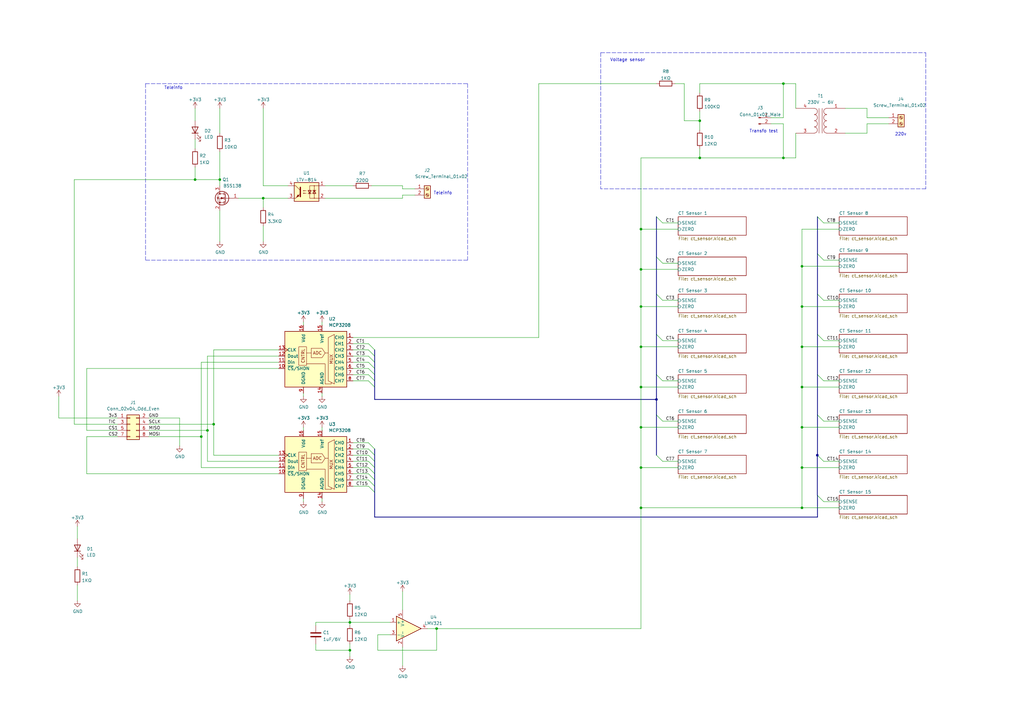
<source format=kicad_sch>
(kicad_sch (version 20211123) (generator eeschema)

  (uuid 9e00edb4-f0f4-46bc-a82d-075ebfd0d3ed)

  (paper "A3")

  (lib_symbols
    (symbol "Amplifier_Operational:LMV321" (pin_names (offset 0.127)) (in_bom yes) (on_board yes)
      (property "Reference" "U" (id 0) (at 0 5.08 0)
        (effects (font (size 1.27 1.27)) (justify left))
      )
      (property "Value" "LMV321" (id 1) (at 0 -5.08 0)
        (effects (font (size 1.27 1.27)) (justify left))
      )
      (property "Footprint" "" (id 2) (at 0 0 0)
        (effects (font (size 1.27 1.27)) (justify left) hide)
      )
      (property "Datasheet" "http://www.ti.com/lit/ds/symlink/lmv324.pdf" (id 3) (at 0 0 0)
        (effects (font (size 1.27 1.27)) hide)
      )
      (property "ki_keywords" "single opamp" (id 4) (at 0 0 0)
        (effects (font (size 1.27 1.27)) hide)
      )
      (property "ki_description" "Low-Voltage Rail-to-Rail Output Operational Amplifiers, SOT-23-5/SC-70-5" (id 5) (at 0 0 0)
        (effects (font (size 1.27 1.27)) hide)
      )
      (property "ki_fp_filters" "SOT?23* *SC*70*" (id 6) (at 0 0 0)
        (effects (font (size 1.27 1.27)) hide)
      )
      (symbol "LMV321_0_1"
        (polyline
          (pts
            (xy -5.08 5.08)
            (xy 5.08 0)
            (xy -5.08 -5.08)
            (xy -5.08 5.08)
          )
          (stroke (width 0.254) (type default) (color 0 0 0 0))
          (fill (type background))
        )
        (pin power_in line (at -2.54 -7.62 90) (length 3.81)
          (name "V-" (effects (font (size 1.27 1.27))))
          (number "2" (effects (font (size 1.27 1.27))))
        )
        (pin power_in line (at -2.54 7.62 270) (length 3.81)
          (name "V+" (effects (font (size 1.27 1.27))))
          (number "5" (effects (font (size 1.27 1.27))))
        )
      )
      (symbol "LMV321_1_1"
        (pin input line (at -7.62 2.54 0) (length 2.54)
          (name "+" (effects (font (size 1.27 1.27))))
          (number "1" (effects (font (size 1.27 1.27))))
        )
        (pin input line (at -7.62 -2.54 0) (length 2.54)
          (name "-" (effects (font (size 1.27 1.27))))
          (number "3" (effects (font (size 1.27 1.27))))
        )
        (pin output line (at 7.62 0 180) (length 2.54)
          (name "~" (effects (font (size 1.27 1.27))))
          (number "4" (effects (font (size 1.27 1.27))))
        )
      )
    )
    (symbol "Analog_ADC:MCP3208" (pin_names (offset 1.016)) (in_bom yes) (on_board yes)
      (property "Reference" "U" (id 0) (at -5.08 13.335 0)
        (effects (font (size 1.27 1.27)) (justify right))
      )
      (property "Value" "MCP3208" (id 1) (at -5.08 11.43 0)
        (effects (font (size 1.27 1.27)) (justify right))
      )
      (property "Footprint" "" (id 2) (at 2.54 2.54 0)
        (effects (font (size 1.27 1.27)) hide)
      )
      (property "Datasheet" "http://ww1.microchip.com/downloads/en/DeviceDoc/21298c.pdf" (id 3) (at 2.54 2.54 0)
        (effects (font (size 1.27 1.27)) hide)
      )
      (property "ki_keywords" "12bit ADC Reference Single Supply SPI 8ch" (id 4) (at 0 0 0)
        (effects (font (size 1.27 1.27)) hide)
      )
      (property "ki_description" "A/D Converter, 12-Bit, 8-Channel, SPI Interface , 2.7V-5.5V" (id 5) (at 0 0 0)
        (effects (font (size 1.27 1.27)) hide)
      )
      (property "ki_fp_filters" "DIP*W7.62mm* SOIC*3.9x9.9mm*P1.27mm*" (id 6) (at 0 0 0)
        (effects (font (size 1.27 1.27)) hide)
      )
      (symbol "MCP3208_0_0"
        (text "ADC" (at -0.635 1.27 0)
          (effects (font (size 1.27 1.27)))
        )
        (text "CNTRL" (at 5.969 -2.921 900)
          (effects (font (size 1.27 1.27)) (justify left bottom))
        )
        (text "MUX" (at -6.35 -1.27 900)
          (effects (font (size 1.27 1.27)))
        )
      )
      (symbol "MCP3208_0_1"
        (polyline
          (pts
            (xy -3.81 1.27)
            (xy -5.08 1.27)
          )
          (stroke (width 0) (type default) (color 0 0 0 0))
          (fill (type none))
        )
        (polyline
          (pts
            (xy 1.905 1.27)
            (xy 3.81 1.27)
          )
          (stroke (width 0) (type default) (color 0 0 0 0))
          (fill (type none))
        )
        (polyline
          (pts
            (xy -7.62 8.89)
            (xy -7.62 -11.43)
            (xy -5.08 -10.16)
            (xy -5.08 7.62)
            (xy -7.62 8.89)
          )
          (stroke (width 0) (type default) (color 0 0 0 0))
          (fill (type none))
        )
        (polyline
          (pts
            (xy 3.81 -3.175)
            (xy -3.81 -3.175)
            (xy -3.81 -11.43)
            (xy -6.35 -11.43)
            (xy -6.35 -10.795)
          )
          (stroke (width 0) (type default) (color 0 0 0 0))
          (fill (type none))
        )
        (polyline
          (pts
            (xy 1.905 3.175)
            (xy 1.905 -0.635)
            (xy -2.54 -0.635)
            (xy -3.81 1.27)
            (xy -2.54 3.175)
            (xy 1.905 3.175)
          )
          (stroke (width 0) (type default) (color 0 0 0 0))
          (fill (type none))
        )
        (rectangle (start 3.81 -3.81) (end 6.985 3.81)
          (stroke (width 0) (type default) (color 0 0 0 0))
          (fill (type none))
        )
        (rectangle (start 12.7 -12.7) (end -12.7 10.16)
          (stroke (width 0.254) (type default) (color 0 0 0 0))
          (fill (type background))
        )
      )
      (symbol "MCP3208_1_1"
        (pin input line (at -15.24 7.62 0) (length 2.54)
          (name "CH0" (effects (font (size 1.27 1.27))))
          (number "1" (effects (font (size 1.27 1.27))))
        )
        (pin input line (at 15.24 -5.08 180) (length 2.54)
          (name "~{CS}/SHDN" (effects (font (size 1.27 1.27))))
          (number "10" (effects (font (size 1.27 1.27))))
        )
        (pin input line (at 15.24 -2.54 180) (length 2.54)
          (name "Din" (effects (font (size 1.27 1.27))))
          (number "11" (effects (font (size 1.27 1.27))))
        )
        (pin output line (at 15.24 0 180) (length 2.54)
          (name "Dout" (effects (font (size 1.27 1.27))))
          (number "12" (effects (font (size 1.27 1.27))))
        )
        (pin input clock (at 15.24 2.54 180) (length 2.54)
          (name "CLK" (effects (font (size 1.27 1.27))))
          (number "13" (effects (font (size 1.27 1.27))))
        )
        (pin power_in line (at -2.54 -15.24 90) (length 2.54)
          (name "AGND" (effects (font (size 1.27 1.27))))
          (number "14" (effects (font (size 1.27 1.27))))
        )
        (pin power_in line (at -2.54 12.7 270) (length 2.54)
          (name "Vref" (effects (font (size 1.27 1.27))))
          (number "15" (effects (font (size 1.27 1.27))))
        )
        (pin power_in line (at 5.08 12.7 270) (length 2.54)
          (name "Vdd" (effects (font (size 1.27 1.27))))
          (number "16" (effects (font (size 1.27 1.27))))
        )
        (pin input line (at -15.24 5.08 0) (length 2.54)
          (name "CH1" (effects (font (size 1.27 1.27))))
          (number "2" (effects (font (size 1.27 1.27))))
        )
        (pin input line (at -15.24 2.54 0) (length 2.54)
          (name "CH2" (effects (font (size 1.27 1.27))))
          (number "3" (effects (font (size 1.27 1.27))))
        )
        (pin input line (at -15.24 0 0) (length 2.54)
          (name "CH3" (effects (font (size 1.27 1.27))))
          (number "4" (effects (font (size 1.27 1.27))))
        )
        (pin input line (at -15.24 -2.54 0) (length 2.54)
          (name "CH4" (effects (font (size 1.27 1.27))))
          (number "5" (effects (font (size 1.27 1.27))))
        )
        (pin input line (at -15.24 -5.08 0) (length 2.54)
          (name "CH5" (effects (font (size 1.27 1.27))))
          (number "6" (effects (font (size 1.27 1.27))))
        )
        (pin input line (at -15.24 -7.62 0) (length 2.54)
          (name "CH6" (effects (font (size 1.27 1.27))))
          (number "7" (effects (font (size 1.27 1.27))))
        )
        (pin input line (at -15.24 -10.16 0) (length 2.54)
          (name "CH7" (effects (font (size 1.27 1.27))))
          (number "8" (effects (font (size 1.27 1.27))))
        )
        (pin power_in line (at 5.08 -15.24 90) (length 2.54)
          (name "DGND" (effects (font (size 1.27 1.27))))
          (number "9" (effects (font (size 1.27 1.27))))
        )
      )
    )
    (symbol "Connector:Conn_01x02_Male" (pin_names (offset 1.016) hide) (in_bom yes) (on_board yes)
      (property "Reference" "J" (id 0) (at 0 2.54 0)
        (effects (font (size 1.27 1.27)))
      )
      (property "Value" "Conn_01x02_Male" (id 1) (at 0 -5.08 0)
        (effects (font (size 1.27 1.27)))
      )
      (property "Footprint" "" (id 2) (at 0 0 0)
        (effects (font (size 1.27 1.27)) hide)
      )
      (property "Datasheet" "~" (id 3) (at 0 0 0)
        (effects (font (size 1.27 1.27)) hide)
      )
      (property "ki_keywords" "connector" (id 4) (at 0 0 0)
        (effects (font (size 1.27 1.27)) hide)
      )
      (property "ki_description" "Generic connector, single row, 01x02, script generated (kicad-library-utils/schlib/autogen/connector/)" (id 5) (at 0 0 0)
        (effects (font (size 1.27 1.27)) hide)
      )
      (property "ki_fp_filters" "Connector*:*_1x??_*" (id 6) (at 0 0 0)
        (effects (font (size 1.27 1.27)) hide)
      )
      (symbol "Conn_01x02_Male_1_1"
        (polyline
          (pts
            (xy 1.27 -2.54)
            (xy 0.8636 -2.54)
          )
          (stroke (width 0.1524) (type default) (color 0 0 0 0))
          (fill (type none))
        )
        (polyline
          (pts
            (xy 1.27 0)
            (xy 0.8636 0)
          )
          (stroke (width 0.1524) (type default) (color 0 0 0 0))
          (fill (type none))
        )
        (rectangle (start 0.8636 -2.413) (end 0 -2.667)
          (stroke (width 0.1524) (type default) (color 0 0 0 0))
          (fill (type outline))
        )
        (rectangle (start 0.8636 0.127) (end 0 -0.127)
          (stroke (width 0.1524) (type default) (color 0 0 0 0))
          (fill (type outline))
        )
        (pin passive line (at 5.08 0 180) (length 3.81)
          (name "Pin_1" (effects (font (size 1.27 1.27))))
          (number "1" (effects (font (size 1.27 1.27))))
        )
        (pin passive line (at 5.08 -2.54 180) (length 3.81)
          (name "Pin_2" (effects (font (size 1.27 1.27))))
          (number "2" (effects (font (size 1.27 1.27))))
        )
      )
    )
    (symbol "Connector:Screw_Terminal_01x02" (pin_names (offset 1.016) hide) (in_bom yes) (on_board yes)
      (property "Reference" "J" (id 0) (at 0 2.54 0)
        (effects (font (size 1.27 1.27)))
      )
      (property "Value" "Screw_Terminal_01x02" (id 1) (at 0 -5.08 0)
        (effects (font (size 1.27 1.27)))
      )
      (property "Footprint" "" (id 2) (at 0 0 0)
        (effects (font (size 1.27 1.27)) hide)
      )
      (property "Datasheet" "~" (id 3) (at 0 0 0)
        (effects (font (size 1.27 1.27)) hide)
      )
      (property "ki_keywords" "screw terminal" (id 4) (at 0 0 0)
        (effects (font (size 1.27 1.27)) hide)
      )
      (property "ki_description" "Generic screw terminal, single row, 01x02, script generated (kicad-library-utils/schlib/autogen/connector/)" (id 5) (at 0 0 0)
        (effects (font (size 1.27 1.27)) hide)
      )
      (property "ki_fp_filters" "TerminalBlock*:*" (id 6) (at 0 0 0)
        (effects (font (size 1.27 1.27)) hide)
      )
      (symbol "Screw_Terminal_01x02_1_1"
        (rectangle (start -1.27 1.27) (end 1.27 -3.81)
          (stroke (width 0.254) (type default) (color 0 0 0 0))
          (fill (type background))
        )
        (circle (center 0 -2.54) (radius 0.635)
          (stroke (width 0.1524) (type default) (color 0 0 0 0))
          (fill (type none))
        )
        (polyline
          (pts
            (xy -0.5334 -2.2098)
            (xy 0.3302 -3.048)
          )
          (stroke (width 0.1524) (type default) (color 0 0 0 0))
          (fill (type none))
        )
        (polyline
          (pts
            (xy -0.5334 0.3302)
            (xy 0.3302 -0.508)
          )
          (stroke (width 0.1524) (type default) (color 0 0 0 0))
          (fill (type none))
        )
        (polyline
          (pts
            (xy -0.3556 -2.032)
            (xy 0.508 -2.8702)
          )
          (stroke (width 0.1524) (type default) (color 0 0 0 0))
          (fill (type none))
        )
        (polyline
          (pts
            (xy -0.3556 0.508)
            (xy 0.508 -0.3302)
          )
          (stroke (width 0.1524) (type default) (color 0 0 0 0))
          (fill (type none))
        )
        (circle (center 0 0) (radius 0.635)
          (stroke (width 0.1524) (type default) (color 0 0 0 0))
          (fill (type none))
        )
        (pin passive line (at -5.08 0 0) (length 3.81)
          (name "Pin_1" (effects (font (size 1.27 1.27))))
          (number "1" (effects (font (size 1.27 1.27))))
        )
        (pin passive line (at -5.08 -2.54 0) (length 3.81)
          (name "Pin_2" (effects (font (size 1.27 1.27))))
          (number "2" (effects (font (size 1.27 1.27))))
        )
      )
    )
    (symbol "Connector_Generic:Conn_02x04_Odd_Even" (pin_names (offset 1.016) hide) (in_bom yes) (on_board yes)
      (property "Reference" "J" (id 0) (at 1.27 5.08 0)
        (effects (font (size 1.27 1.27)))
      )
      (property "Value" "Conn_02x04_Odd_Even" (id 1) (at 1.27 -7.62 0)
        (effects (font (size 1.27 1.27)))
      )
      (property "Footprint" "" (id 2) (at 0 0 0)
        (effects (font (size 1.27 1.27)) hide)
      )
      (property "Datasheet" "~" (id 3) (at 0 0 0)
        (effects (font (size 1.27 1.27)) hide)
      )
      (property "ki_keywords" "connector" (id 4) (at 0 0 0)
        (effects (font (size 1.27 1.27)) hide)
      )
      (property "ki_description" "Generic connector, double row, 02x04, odd/even pin numbering scheme (row 1 odd numbers, row 2 even numbers), script generated (kicad-library-utils/schlib/autogen/connector/)" (id 5) (at 0 0 0)
        (effects (font (size 1.27 1.27)) hide)
      )
      (property "ki_fp_filters" "Connector*:*_2x??_*" (id 6) (at 0 0 0)
        (effects (font (size 1.27 1.27)) hide)
      )
      (symbol "Conn_02x04_Odd_Even_1_1"
        (rectangle (start -1.27 -4.953) (end 0 -5.207)
          (stroke (width 0.1524) (type default) (color 0 0 0 0))
          (fill (type none))
        )
        (rectangle (start -1.27 -2.413) (end 0 -2.667)
          (stroke (width 0.1524) (type default) (color 0 0 0 0))
          (fill (type none))
        )
        (rectangle (start -1.27 0.127) (end 0 -0.127)
          (stroke (width 0.1524) (type default) (color 0 0 0 0))
          (fill (type none))
        )
        (rectangle (start -1.27 2.667) (end 0 2.413)
          (stroke (width 0.1524) (type default) (color 0 0 0 0))
          (fill (type none))
        )
        (rectangle (start -1.27 3.81) (end 3.81 -6.35)
          (stroke (width 0.254) (type default) (color 0 0 0 0))
          (fill (type background))
        )
        (rectangle (start 3.81 -4.953) (end 2.54 -5.207)
          (stroke (width 0.1524) (type default) (color 0 0 0 0))
          (fill (type none))
        )
        (rectangle (start 3.81 -2.413) (end 2.54 -2.667)
          (stroke (width 0.1524) (type default) (color 0 0 0 0))
          (fill (type none))
        )
        (rectangle (start 3.81 0.127) (end 2.54 -0.127)
          (stroke (width 0.1524) (type default) (color 0 0 0 0))
          (fill (type none))
        )
        (rectangle (start 3.81 2.667) (end 2.54 2.413)
          (stroke (width 0.1524) (type default) (color 0 0 0 0))
          (fill (type none))
        )
        (pin passive line (at -5.08 2.54 0) (length 3.81)
          (name "Pin_1" (effects (font (size 1.27 1.27))))
          (number "1" (effects (font (size 1.27 1.27))))
        )
        (pin passive line (at 7.62 2.54 180) (length 3.81)
          (name "Pin_2" (effects (font (size 1.27 1.27))))
          (number "2" (effects (font (size 1.27 1.27))))
        )
        (pin passive line (at -5.08 0 0) (length 3.81)
          (name "Pin_3" (effects (font (size 1.27 1.27))))
          (number "3" (effects (font (size 1.27 1.27))))
        )
        (pin passive line (at 7.62 0 180) (length 3.81)
          (name "Pin_4" (effects (font (size 1.27 1.27))))
          (number "4" (effects (font (size 1.27 1.27))))
        )
        (pin passive line (at -5.08 -2.54 0) (length 3.81)
          (name "Pin_5" (effects (font (size 1.27 1.27))))
          (number "5" (effects (font (size 1.27 1.27))))
        )
        (pin passive line (at 7.62 -2.54 180) (length 3.81)
          (name "Pin_6" (effects (font (size 1.27 1.27))))
          (number "6" (effects (font (size 1.27 1.27))))
        )
        (pin passive line (at -5.08 -5.08 0) (length 3.81)
          (name "Pin_7" (effects (font (size 1.27 1.27))))
          (number "7" (effects (font (size 1.27 1.27))))
        )
        (pin passive line (at 7.62 -5.08 180) (length 3.81)
          (name "Pin_8" (effects (font (size 1.27 1.27))))
          (number "8" (effects (font (size 1.27 1.27))))
        )
      )
    )
    (symbol "Device:C" (pin_numbers hide) (pin_names (offset 0.254)) (in_bom yes) (on_board yes)
      (property "Reference" "C" (id 0) (at 0.635 2.54 0)
        (effects (font (size 1.27 1.27)) (justify left))
      )
      (property "Value" "C" (id 1) (at 0.635 -2.54 0)
        (effects (font (size 1.27 1.27)) (justify left))
      )
      (property "Footprint" "" (id 2) (at 0.9652 -3.81 0)
        (effects (font (size 1.27 1.27)) hide)
      )
      (property "Datasheet" "~" (id 3) (at 0 0 0)
        (effects (font (size 1.27 1.27)) hide)
      )
      (property "ki_keywords" "cap capacitor" (id 4) (at 0 0 0)
        (effects (font (size 1.27 1.27)) hide)
      )
      (property "ki_description" "Unpolarized capacitor" (id 5) (at 0 0 0)
        (effects (font (size 1.27 1.27)) hide)
      )
      (property "ki_fp_filters" "C_*" (id 6) (at 0 0 0)
        (effects (font (size 1.27 1.27)) hide)
      )
      (symbol "C_0_1"
        (polyline
          (pts
            (xy -2.032 -0.762)
            (xy 2.032 -0.762)
          )
          (stroke (width 0.508) (type default) (color 0 0 0 0))
          (fill (type none))
        )
        (polyline
          (pts
            (xy -2.032 0.762)
            (xy 2.032 0.762)
          )
          (stroke (width 0.508) (type default) (color 0 0 0 0))
          (fill (type none))
        )
      )
      (symbol "C_1_1"
        (pin passive line (at 0 3.81 270) (length 2.794)
          (name "~" (effects (font (size 1.27 1.27))))
          (number "1" (effects (font (size 1.27 1.27))))
        )
        (pin passive line (at 0 -3.81 90) (length 2.794)
          (name "~" (effects (font (size 1.27 1.27))))
          (number "2" (effects (font (size 1.27 1.27))))
        )
      )
    )
    (symbol "Device:LED" (pin_numbers hide) (pin_names (offset 1.016) hide) (in_bom yes) (on_board yes)
      (property "Reference" "D" (id 0) (at 0 2.54 0)
        (effects (font (size 1.27 1.27)))
      )
      (property "Value" "LED" (id 1) (at 0 -2.54 0)
        (effects (font (size 1.27 1.27)))
      )
      (property "Footprint" "" (id 2) (at 0 0 0)
        (effects (font (size 1.27 1.27)) hide)
      )
      (property "Datasheet" "~" (id 3) (at 0 0 0)
        (effects (font (size 1.27 1.27)) hide)
      )
      (property "ki_keywords" "LED diode" (id 4) (at 0 0 0)
        (effects (font (size 1.27 1.27)) hide)
      )
      (property "ki_description" "Light emitting diode" (id 5) (at 0 0 0)
        (effects (font (size 1.27 1.27)) hide)
      )
      (property "ki_fp_filters" "LED* LED_SMD:* LED_THT:*" (id 6) (at 0 0 0)
        (effects (font (size 1.27 1.27)) hide)
      )
      (symbol "LED_0_1"
        (polyline
          (pts
            (xy -1.27 -1.27)
            (xy -1.27 1.27)
          )
          (stroke (width 0.254) (type default) (color 0 0 0 0))
          (fill (type none))
        )
        (polyline
          (pts
            (xy -1.27 0)
            (xy 1.27 0)
          )
          (stroke (width 0) (type default) (color 0 0 0 0))
          (fill (type none))
        )
        (polyline
          (pts
            (xy 1.27 -1.27)
            (xy 1.27 1.27)
            (xy -1.27 0)
            (xy 1.27 -1.27)
          )
          (stroke (width 0.254) (type default) (color 0 0 0 0))
          (fill (type none))
        )
        (polyline
          (pts
            (xy -3.048 -0.762)
            (xy -4.572 -2.286)
            (xy -3.81 -2.286)
            (xy -4.572 -2.286)
            (xy -4.572 -1.524)
          )
          (stroke (width 0) (type default) (color 0 0 0 0))
          (fill (type none))
        )
        (polyline
          (pts
            (xy -1.778 -0.762)
            (xy -3.302 -2.286)
            (xy -2.54 -2.286)
            (xy -3.302 -2.286)
            (xy -3.302 -1.524)
          )
          (stroke (width 0) (type default) (color 0 0 0 0))
          (fill (type none))
        )
      )
      (symbol "LED_1_1"
        (pin passive line (at -3.81 0 0) (length 2.54)
          (name "K" (effects (font (size 1.27 1.27))))
          (number "1" (effects (font (size 1.27 1.27))))
        )
        (pin passive line (at 3.81 0 180) (length 2.54)
          (name "A" (effects (font (size 1.27 1.27))))
          (number "2" (effects (font (size 1.27 1.27))))
        )
      )
    )
    (symbol "Device:R" (pin_numbers hide) (pin_names (offset 0)) (in_bom yes) (on_board yes)
      (property "Reference" "R" (id 0) (at 2.032 0 90)
        (effects (font (size 1.27 1.27)))
      )
      (property "Value" "R" (id 1) (at 0 0 90)
        (effects (font (size 1.27 1.27)))
      )
      (property "Footprint" "" (id 2) (at -1.778 0 90)
        (effects (font (size 1.27 1.27)) hide)
      )
      (property "Datasheet" "~" (id 3) (at 0 0 0)
        (effects (font (size 1.27 1.27)) hide)
      )
      (property "ki_keywords" "R res resistor" (id 4) (at 0 0 0)
        (effects (font (size 1.27 1.27)) hide)
      )
      (property "ki_description" "Resistor" (id 5) (at 0 0 0)
        (effects (font (size 1.27 1.27)) hide)
      )
      (property "ki_fp_filters" "R_*" (id 6) (at 0 0 0)
        (effects (font (size 1.27 1.27)) hide)
      )
      (symbol "R_0_1"
        (rectangle (start -1.016 -2.54) (end 1.016 2.54)
          (stroke (width 0.254) (type default) (color 0 0 0 0))
          (fill (type none))
        )
      )
      (symbol "R_1_1"
        (pin passive line (at 0 3.81 270) (length 1.27)
          (name "~" (effects (font (size 1.27 1.27))))
          (number "1" (effects (font (size 1.27 1.27))))
        )
        (pin passive line (at 0 -3.81 90) (length 1.27)
          (name "~" (effects (font (size 1.27 1.27))))
          (number "2" (effects (font (size 1.27 1.27))))
        )
      )
    )
    (symbol "Device:Transformer_1P_1S" (pin_names (offset 1.016) hide) (in_bom yes) (on_board yes)
      (property "Reference" "T" (id 0) (at 0 6.35 0)
        (effects (font (size 1.27 1.27)))
      )
      (property "Value" "Transformer_1P_1S" (id 1) (at 0 -7.62 0)
        (effects (font (size 1.27 1.27)))
      )
      (property "Footprint" "" (id 2) (at 0 0 0)
        (effects (font (size 1.27 1.27)) hide)
      )
      (property "Datasheet" "~" (id 3) (at 0 0 0)
        (effects (font (size 1.27 1.27)) hide)
      )
      (property "ki_keywords" "transformer coil magnet" (id 4) (at 0 0 0)
        (effects (font (size 1.27 1.27)) hide)
      )
      (property "ki_description" "Transformer, single primary, single secondary" (id 5) (at 0 0 0)
        (effects (font (size 1.27 1.27)) hide)
      )
      (symbol "Transformer_1P_1S_0_1"
        (arc (start -2.54 -5.0546) (mid -1.6561 -4.6863) (end -1.27 -3.81)
          (stroke (width 0) (type default) (color 0 0 0 0))
          (fill (type none))
        )
        (arc (start -2.54 -2.5146) (mid -1.6561 -2.1463) (end -1.27 -1.27)
          (stroke (width 0) (type default) (color 0 0 0 0))
          (fill (type none))
        )
        (arc (start -2.54 0.0254) (mid -1.6561 0.3937) (end -1.27 1.27)
          (stroke (width 0) (type default) (color 0 0 0 0))
          (fill (type none))
        )
        (arc (start -2.54 2.5654) (mid -1.6561 2.9337) (end -1.27 3.81)
          (stroke (width 0) (type default) (color 0 0 0 0))
          (fill (type none))
        )
        (arc (start -1.27 -3.81) (mid -1.642 -2.912) (end -2.54 -2.54)
          (stroke (width 0) (type default) (color 0 0 0 0))
          (fill (type none))
        )
        (arc (start -1.27 -1.27) (mid -1.642 -0.372) (end -2.54 0)
          (stroke (width 0) (type default) (color 0 0 0 0))
          (fill (type none))
        )
        (arc (start -1.27 1.27) (mid -1.642 2.168) (end -2.54 2.54)
          (stroke (width 0) (type default) (color 0 0 0 0))
          (fill (type none))
        )
        (arc (start -1.27 3.81) (mid -1.642 4.708) (end -2.54 5.08)
          (stroke (width 0) (type default) (color 0 0 0 0))
          (fill (type none))
        )
        (polyline
          (pts
            (xy -0.635 5.08)
            (xy -0.635 -5.08)
          )
          (stroke (width 0) (type default) (color 0 0 0 0))
          (fill (type none))
        )
        (polyline
          (pts
            (xy 0.635 -5.08)
            (xy 0.635 5.08)
          )
          (stroke (width 0) (type default) (color 0 0 0 0))
          (fill (type none))
        )
        (arc (start 1.2954 -1.27) (mid 1.6599 -2.1501) (end 2.54 -2.5146)
          (stroke (width 0) (type default) (color 0 0 0 0))
          (fill (type none))
        )
        (arc (start 1.2954 1.27) (mid 1.6599 0.3899) (end 2.54 0.0254)
          (stroke (width 0) (type default) (color 0 0 0 0))
          (fill (type none))
        )
        (arc (start 1.2954 3.81) (mid 1.6599 2.9299) (end 2.54 2.5654)
          (stroke (width 0) (type default) (color 0 0 0 0))
          (fill (type none))
        )
        (arc (start 1.3208 -3.81) (mid 1.6853 -4.6901) (end 2.5654 -5.0546)
          (stroke (width 0) (type default) (color 0 0 0 0))
          (fill (type none))
        )
        (arc (start 2.54 0) (mid 1.6456 -0.3683) (end 1.2954 -1.27)
          (stroke (width 0) (type default) (color 0 0 0 0))
          (fill (type none))
        )
        (arc (start 2.54 2.54) (mid 1.6456 2.1717) (end 1.2954 1.27)
          (stroke (width 0) (type default) (color 0 0 0 0))
          (fill (type none))
        )
        (arc (start 2.54 5.08) (mid 1.6456 4.7117) (end 1.2954 3.81)
          (stroke (width 0) (type default) (color 0 0 0 0))
          (fill (type none))
        )
        (arc (start 2.5654 -2.54) (mid 1.671 -2.9083) (end 1.3208 -3.81)
          (stroke (width 0) (type default) (color 0 0 0 0))
          (fill (type none))
        )
      )
      (symbol "Transformer_1P_1S_1_1"
        (pin passive line (at -10.16 5.08 0) (length 7.62)
          (name "AA" (effects (font (size 1.27 1.27))))
          (number "1" (effects (font (size 1.27 1.27))))
        )
        (pin passive line (at -10.16 -5.08 0) (length 7.62)
          (name "AB" (effects (font (size 1.27 1.27))))
          (number "2" (effects (font (size 1.27 1.27))))
        )
        (pin passive line (at 10.16 -5.08 180) (length 7.62)
          (name "SA" (effects (font (size 1.27 1.27))))
          (number "3" (effects (font (size 1.27 1.27))))
        )
        (pin passive line (at 10.16 5.08 180) (length 7.62)
          (name "SB" (effects (font (size 1.27 1.27))))
          (number "4" (effects (font (size 1.27 1.27))))
        )
      )
    )
    (symbol "Isolator:LTV-814" (pin_names (offset 1.016)) (in_bom yes) (on_board yes)
      (property "Reference" "U" (id 0) (at -5.08 5.08 0)
        (effects (font (size 1.27 1.27)) (justify left))
      )
      (property "Value" "LTV-814" (id 1) (at 0 5.08 0)
        (effects (font (size 1.27 1.27)) (justify left))
      )
      (property "Footprint" "Package_DIP:DIP-4_W7.62mm" (id 2) (at -5.08 -5.08 0)
        (effects (font (size 1.27 1.27) italic) (justify left) hide)
      )
      (property "Datasheet" "https://optoelectronics.liteon.com/upload/download/DS-70-96-0013/LTV-8X4%20series%20201509.pdf" (id 3) (at 1.905 0 0)
        (effects (font (size 1.27 1.27)) (justify left) hide)
      )
      (property "ki_keywords" "NPN AC DC Optocoupler" (id 4) (at 0 0 0)
        (effects (font (size 1.27 1.27)) hide)
      )
      (property "ki_description" "AC/DC Optocoupler, Vce 35V, CTR 20%, DIP4" (id 5) (at 0 0 0)
        (effects (font (size 1.27 1.27)) hide)
      )
      (property "ki_fp_filters" "DIP*W7.62mm*" (id 6) (at 0 0 0)
        (effects (font (size 1.27 1.27)) hide)
      )
      (symbol "LTV-814_0_1"
        (rectangle (start -5.08 3.81) (end 5.08 -3.81)
          (stroke (width 0.254) (type default) (color 0 0 0 0))
          (fill (type background))
        )
        (circle (center -3.175 -2.54) (radius 0.127)
          (stroke (width 0) (type default) (color 0 0 0 0))
          (fill (type none))
        )
        (circle (center -3.175 2.54) (radius 0.127)
          (stroke (width 0) (type default) (color 0 0 0 0))
          (fill (type none))
        )
        (polyline
          (pts
            (xy -3.175 2.54)
            (xy -3.175 -2.54)
          )
          (stroke (width 0) (type default) (color 0 0 0 0))
          (fill (type none))
        )
        (polyline
          (pts
            (xy -1.905 -0.635)
            (xy -0.635 -0.635)
          )
          (stroke (width 0.254) (type default) (color 0 0 0 0))
          (fill (type none))
        )
        (polyline
          (pts
            (xy 2.54 0.635)
            (xy 4.445 2.54)
          )
          (stroke (width 0) (type default) (color 0 0 0 0))
          (fill (type none))
        )
        (polyline
          (pts
            (xy 4.445 -2.54)
            (xy 2.54 -0.635)
          )
          (stroke (width 0) (type default) (color 0 0 0 0))
          (fill (type outline))
        )
        (polyline
          (pts
            (xy 4.445 -2.54)
            (xy 5.08 -2.54)
          )
          (stroke (width 0) (type default) (color 0 0 0 0))
          (fill (type none))
        )
        (polyline
          (pts
            (xy 4.445 2.54)
            (xy 5.08 2.54)
          )
          (stroke (width 0) (type default) (color 0 0 0 0))
          (fill (type none))
        )
        (polyline
          (pts
            (xy -5.08 2.54)
            (xy -1.27 2.54)
            (xy -1.27 -0.762)
          )
          (stroke (width 0) (type default) (color 0 0 0 0))
          (fill (type none))
        )
        (polyline
          (pts
            (xy -1.27 -0.635)
            (xy -1.27 -2.54)
            (xy -5.08 -2.54)
          )
          (stroke (width 0) (type default) (color 0 0 0 0))
          (fill (type none))
        )
        (polyline
          (pts
            (xy 2.54 1.905)
            (xy 2.54 -1.905)
            (xy 2.54 -1.905)
          )
          (stroke (width 0.508) (type default) (color 0 0 0 0))
          (fill (type none))
        )
        (polyline
          (pts
            (xy -1.27 -0.635)
            (xy -1.905 0.635)
            (xy -0.635 0.635)
            (xy -1.27 -0.635)
          )
          (stroke (width 0.254) (type default) (color 0 0 0 0))
          (fill (type none))
        )
        (polyline
          (pts
            (xy 0.127 -0.508)
            (xy 1.397 -0.508)
            (xy 1.016 -0.635)
            (xy 1.016 -0.381)
            (xy 1.397 -0.508)
          )
          (stroke (width 0) (type default) (color 0 0 0 0))
          (fill (type none))
        )
        (polyline
          (pts
            (xy 0.127 0.508)
            (xy 1.397 0.508)
            (xy 1.016 0.381)
            (xy 1.016 0.635)
            (xy 1.397 0.508)
          )
          (stroke (width 0) (type default) (color 0 0 0 0))
          (fill (type none))
        )
        (polyline
          (pts
            (xy 3.048 -1.651)
            (xy 3.556 -1.143)
            (xy 4.064 -2.159)
            (xy 3.048 -1.651)
            (xy 3.048 -1.651)
          )
          (stroke (width 0) (type default) (color 0 0 0 0))
          (fill (type outline))
        )
      )
      (symbol "LTV-814_1_1"
        (polyline
          (pts
            (xy -3.81 0.635)
            (xy -2.54 0.635)
          )
          (stroke (width 0.254) (type default) (color 0 0 0 0))
          (fill (type none))
        )
        (polyline
          (pts
            (xy -3.175 0.635)
            (xy -3.81 -0.635)
            (xy -2.54 -0.635)
            (xy -3.175 0.635)
          )
          (stroke (width 0.254) (type default) (color 0 0 0 0))
          (fill (type none))
        )
        (pin passive line (at -7.62 2.54 0) (length 2.54)
          (name "~" (effects (font (size 1.27 1.27))))
          (number "1" (effects (font (size 1.27 1.27))))
        )
        (pin passive line (at -7.62 -2.54 0) (length 2.54)
          (name "~" (effects (font (size 1.27 1.27))))
          (number "2" (effects (font (size 1.27 1.27))))
        )
        (pin passive line (at 7.62 -2.54 180) (length 2.54)
          (name "~" (effects (font (size 1.27 1.27))))
          (number "3" (effects (font (size 1.27 1.27))))
        )
        (pin passive line (at 7.62 2.54 180) (length 2.54)
          (name "~" (effects (font (size 1.27 1.27))))
          (number "4" (effects (font (size 1.27 1.27))))
        )
      )
    )
    (symbol "Transistor_FET:BS170" (pin_names hide) (in_bom yes) (on_board yes)
      (property "Reference" "Q1" (id 0) (at -5.2069 0.9085 0)
        (effects (font (size 1.27 1.27)) (justify left))
      )
      (property "Value" "BSS138" (id 1) (at -5.2069 -1.8666 0)
        (effects (font (size 1.27 1.27)) (justify left))
      )
      (property "Footprint" "Package_TO_SOT_SMD:SOT-23" (id 2) (at -5.08 -1.905 0)
        (effects (font (size 1.27 1.27) italic) (justify left) hide)
      )
      (property "Datasheet" "https://datasheet.lcsc.com/lcsc/2201121800_GOODWORK-BSS138_C2938375.pdf" (id 3) (at 0 0 0)
        (effects (font (size 1.27 1.27)) (justify left) hide)
      )
      (property "LCSC" "C2938375" (id 4) (at 0 0 0)
        (effects (font (size 1.27 1.27)) hide)
      )
      (property "ki_keywords" "N-Channel MOSFET" (id 5) (at 0 0 0)
        (effects (font (size 1.27 1.27)) hide)
      )
      (property "ki_description" "0.5A Id, 60V Vds, N-Channel MOSFET, TO-92" (id 6) (at 0 0 0)
        (effects (font (size 1.27 1.27)) hide)
      )
      (property "ki_fp_filters" "TO?92*" (id 7) (at 0 0 0)
        (effects (font (size 1.27 1.27)) hide)
      )
      (symbol "BS170_0_1"
        (polyline
          (pts
            (xy 0.254 0)
            (xy -2.54 0)
          )
          (stroke (width 0) (type default) (color 0 0 0 0))
          (fill (type none))
        )
        (polyline
          (pts
            (xy 0.254 1.905)
            (xy 0.254 -1.905)
          )
          (stroke (width 0.254) (type default) (color 0 0 0 0))
          (fill (type none))
        )
        (polyline
          (pts
            (xy 0.762 -1.27)
            (xy 0.762 -2.286)
          )
          (stroke (width 0.254) (type default) (color 0 0 0 0))
          (fill (type none))
        )
        (polyline
          (pts
            (xy 0.762 0.508)
            (xy 0.762 -0.508)
          )
          (stroke (width 0.254) (type default) (color 0 0 0 0))
          (fill (type none))
        )
        (polyline
          (pts
            (xy 0.762 2.286)
            (xy 0.762 1.27)
          )
          (stroke (width 0.254) (type default) (color 0 0 0 0))
          (fill (type none))
        )
        (polyline
          (pts
            (xy 2.54 2.54)
            (xy 2.54 1.778)
          )
          (stroke (width 0) (type default) (color 0 0 0 0))
          (fill (type none))
        )
        (polyline
          (pts
            (xy 2.54 -2.54)
            (xy 2.54 0)
            (xy 0.762 0)
          )
          (stroke (width 0) (type default) (color 0 0 0 0))
          (fill (type none))
        )
        (polyline
          (pts
            (xy 0.762 -1.778)
            (xy 3.302 -1.778)
            (xy 3.302 1.778)
            (xy 0.762 1.778)
          )
          (stroke (width 0) (type default) (color 0 0 0 0))
          (fill (type none))
        )
        (polyline
          (pts
            (xy 1.016 0)
            (xy 2.032 0.381)
            (xy 2.032 -0.381)
            (xy 1.016 0)
          )
          (stroke (width 0) (type default) (color 0 0 0 0))
          (fill (type outline))
        )
        (polyline
          (pts
            (xy 2.794 0.508)
            (xy 2.921 0.381)
            (xy 3.683 0.381)
            (xy 3.81 0.254)
          )
          (stroke (width 0) (type default) (color 0 0 0 0))
          (fill (type none))
        )
        (polyline
          (pts
            (xy 3.302 0.381)
            (xy 2.921 -0.254)
            (xy 3.683 -0.254)
            (xy 3.302 0.381)
          )
          (stroke (width 0) (type default) (color 0 0 0 0))
          (fill (type none))
        )
        (circle (center 1.651 0) (radius 2.794)
          (stroke (width 0.254) (type default) (color 0 0 0 0))
          (fill (type none))
        )
        (circle (center 2.54 -1.778) (radius 0.254)
          (stroke (width 0) (type default) (color 0 0 0 0))
          (fill (type outline))
        )
        (circle (center 2.54 1.778) (radius 0.254)
          (stroke (width 0) (type default) (color 0 0 0 0))
          (fill (type outline))
        )
      )
      (symbol "BS170_1_1"
        (pin input line (at -5.08 0 0) (length 2.54)
          (name "G" (effects (font (size 1.27 1.27))))
          (number "1" (effects (font (size 1.27 1.27))))
        )
        (pin passive line (at 2.54 -5.08 90) (length 2.54)
          (name "S" (effects (font (size 1.27 1.27))))
          (number "2" (effects (font (size 1.27 1.27))))
        )
        (pin passive line (at 2.54 5.08 270) (length 2.54)
          (name "D" (effects (font (size 1.27 1.27))))
          (number "3" (effects (font (size 1.27 1.27))))
        )
      )
    )
    (symbol "power:+3V3" (power) (pin_names (offset 0)) (in_bom yes) (on_board yes)
      (property "Reference" "#PWR" (id 0) (at 0 -3.81 0)
        (effects (font (size 1.27 1.27)) hide)
      )
      (property "Value" "+3V3" (id 1) (at 0 3.556 0)
        (effects (font (size 1.27 1.27)))
      )
      (property "Footprint" "" (id 2) (at 0 0 0)
        (effects (font (size 1.27 1.27)) hide)
      )
      (property "Datasheet" "" (id 3) (at 0 0 0)
        (effects (font (size 1.27 1.27)) hide)
      )
      (property "ki_keywords" "power-flag" (id 4) (at 0 0 0)
        (effects (font (size 1.27 1.27)) hide)
      )
      (property "ki_description" "Power symbol creates a global label with name \"+3V3\"" (id 5) (at 0 0 0)
        (effects (font (size 1.27 1.27)) hide)
      )
      (symbol "+3V3_0_1"
        (polyline
          (pts
            (xy -0.762 1.27)
            (xy 0 2.54)
          )
          (stroke (width 0) (type default) (color 0 0 0 0))
          (fill (type none))
        )
        (polyline
          (pts
            (xy 0 0)
            (xy 0 2.54)
          )
          (stroke (width 0) (type default) (color 0 0 0 0))
          (fill (type none))
        )
        (polyline
          (pts
            (xy 0 2.54)
            (xy 0.762 1.27)
          )
          (stroke (width 0) (type default) (color 0 0 0 0))
          (fill (type none))
        )
      )
      (symbol "+3V3_1_1"
        (pin power_in line (at 0 0 90) (length 0) hide
          (name "+3V3" (effects (font (size 1.27 1.27))))
          (number "1" (effects (font (size 1.27 1.27))))
        )
      )
    )
    (symbol "power:GND" (power) (pin_names (offset 0)) (in_bom yes) (on_board yes)
      (property "Reference" "#PWR" (id 0) (at 0 -6.35 0)
        (effects (font (size 1.27 1.27)) hide)
      )
      (property "Value" "GND" (id 1) (at 0 -3.81 0)
        (effects (font (size 1.27 1.27)))
      )
      (property "Footprint" "" (id 2) (at 0 0 0)
        (effects (font (size 1.27 1.27)) hide)
      )
      (property "Datasheet" "" (id 3) (at 0 0 0)
        (effects (font (size 1.27 1.27)) hide)
      )
      (property "ki_keywords" "power-flag" (id 4) (at 0 0 0)
        (effects (font (size 1.27 1.27)) hide)
      )
      (property "ki_description" "Power symbol creates a global label with name \"GND\" , ground" (id 5) (at 0 0 0)
        (effects (font (size 1.27 1.27)) hide)
      )
      (symbol "GND_0_1"
        (polyline
          (pts
            (xy 0 0)
            (xy 0 -1.27)
            (xy 1.27 -1.27)
            (xy 0 -2.54)
            (xy -1.27 -1.27)
            (xy 0 -1.27)
          )
          (stroke (width 0) (type default) (color 0 0 0 0))
          (fill (type none))
        )
      )
      (symbol "GND_1_1"
        (pin power_in line (at 0 0 270) (length 0) hide
          (name "GND" (effects (font (size 1.27 1.27))))
          (number "1" (effects (font (size 1.27 1.27))))
        )
      )
    )
  )

  (junction (at 85.09 176.53) (diameter 0) (color 0 0 0 0)
    (uuid 0fb851a5-8115-484c-9ffe-d9a69efc4db1)
  )
  (junction (at 179.07 257.81) (diameter 0) (color 0 0 0 0)
    (uuid 1204d241-4ce5-4539-b780-f987c1c50696)
  )
  (junction (at 90.17 73.66) (diameter 0) (color 0 0 0 0)
    (uuid 13ddc507-df96-4c53-bdcc-41f50dfd1e1d)
  )
  (junction (at 328.93 142.24) (diameter 0) (color 0 0 0 0)
    (uuid 1bb2790d-50c8-4871-8625-3c248df2e8a6)
  )
  (junction (at 262.89 93.98) (diameter 0) (color 0 0 0 0)
    (uuid 25f0e9c3-ac10-493f-b5fa-d6c703c917ff)
  )
  (junction (at 287.02 49.53) (diameter 0) (color 0 0 0 0)
    (uuid 3090a7a5-4410-44aa-8f36-efb94afa5409)
  )
  (junction (at 262.89 175.26) (diameter 0) (color 0 0 0 0)
    (uuid 3a73c138-9d70-4e3d-b68b-4f18f7c85b93)
  )
  (junction (at 335.221 186.69) (diameter 0) (color 0 0 0 0)
    (uuid 41bfbf4b-64fc-45b8-a0fb-14fd8323b081)
  )
  (junction (at 262.89 125.73) (diameter 0) (color 0 0 0 0)
    (uuid 52863c16-02f9-4180-a22f-5e3c3f8212af)
  )
  (junction (at 82.55 179.07) (diameter 0) (color 0 0 0 0)
    (uuid 553171e7-c814-4646-a7ae-3ac72ab71a4f)
  )
  (junction (at 328.93 208.28) (diameter 0) (color 0 0 0 0)
    (uuid 71304613-8a25-4a17-81f4-27bafd2ca8e4)
  )
  (junction (at 262.89 208.28) (diameter 0) (color 0 0 0 0)
    (uuid 74aea5f2-5f6f-411c-9136-5db514c06822)
  )
  (junction (at 143.51 266.7) (diameter 0) (color 0 0 0 0)
    (uuid 78d4b404-f115-41fd-b7e9-e194f88f5deb)
  )
  (junction (at 328.93 158.75) (diameter 0) (color 0 0 0 0)
    (uuid 7a2bd9f4-9f04-4150-a99a-3b78e2b29314)
  )
  (junction (at 269.24 163.83) (diameter 0) (color 0 0 0 0)
    (uuid 8c23f429-797c-4dd6-bf38-a95fc5418a45)
  )
  (junction (at 328.93 125.73) (diameter 0) (color 0 0 0 0)
    (uuid 8c2ad8e4-86d2-4fd0-a396-76ded7c45deb)
  )
  (junction (at 262.89 191.77) (diameter 0) (color 0 0 0 0)
    (uuid 8f9c36b5-f22e-4823-b434-fdd0346e2c12)
  )
  (junction (at 328.93 191.77) (diameter 0) (color 0 0 0 0)
    (uuid 92ad0172-90c5-427a-b225-26b8e6bd13d1)
  )
  (junction (at 262.89 158.75) (diameter 0) (color 0 0 0 0)
    (uuid 939b4152-157f-4503-87b4-e850fd058738)
  )
  (junction (at 80.01 73.66) (diameter 0) (color 0 0 0 0)
    (uuid 9876053a-65dd-40b5-bb61-f9f9be8f615f)
  )
  (junction (at 87.63 173.99) (diameter 0) (color 0 0 0 0)
    (uuid a1c836c4-ebe5-459c-8cf1-851103356a26)
  )
  (junction (at 107.95 81.28) (diameter 0) (color 0 0 0 0)
    (uuid a73edb33-051f-49c9-8988-18a7b93b7eef)
  )
  (junction (at 287.02 64.77) (diameter 0) (color 0 0 0 0)
    (uuid a75fdc9f-6aa6-441a-a883-5abbf1d416f5)
  )
  (junction (at 321.31 34.29) (diameter 0) (color 0 0 0 0)
    (uuid a81277eb-4ddf-4e86-b770-b7e555e30f18)
  )
  (junction (at 262.89 142.24) (diameter 0) (color 0 0 0 0)
    (uuid aee64604-63e7-4a3b-8355-8d8ac6bf1169)
  )
  (junction (at 143.51 255.27) (diameter 0) (color 0 0 0 0)
    (uuid b21b95ca-51e6-458b-a4fc-1ed6fb814261)
  )
  (junction (at 328.93 175.26) (diameter 0) (color 0 0 0 0)
    (uuid ddb86054-1df1-4be0-bfe6-014d9ab497cf)
  )
  (junction (at 328.93 109.22) (diameter 0) (color 0 0 0 0)
    (uuid dec5fd6f-d0dc-4fa8-a057-4a44de2b2fa8)
  )
  (junction (at 321.31 64.77) (diameter 0) (color 0 0 0 0)
    (uuid e68332df-fa3d-4181-b469-e70759cdaf92)
  )
  (junction (at 262.89 110.49) (diameter 0) (color 0 0 0 0)
    (uuid f1f53c27-faa3-49ec-9a27-ed61dc4cb9a5)
  )

  (bus_entry (at 151.13 148.59) (size 2.54 2.54)
    (stroke (width 0) (type default) (color 0 0 0 0))
    (uuid 034e7e97-51d1-4886-80e2-7879d4f0f9c9)
  )
  (bus_entry (at 151.13 146.05) (size 2.54 2.54)
    (stroke (width 0) (type default) (color 0 0 0 0))
    (uuid 034e7e97-51d1-4886-80e2-7879d4f0f9ca)
  )
  (bus_entry (at 151.13 151.13) (size 2.54 2.54)
    (stroke (width 0) (type default) (color 0 0 0 0))
    (uuid 034e7e97-51d1-4886-80e2-7879d4f0f9cb)
  )
  (bus_entry (at 151.13 156.21) (size 2.54 2.54)
    (stroke (width 0) (type default) (color 0 0 0 0))
    (uuid 034e7e97-51d1-4886-80e2-7879d4f0f9cc)
  )
  (bus_entry (at 151.13 153.67) (size 2.54 2.54)
    (stroke (width 0) (type default) (color 0 0 0 0))
    (uuid 034e7e97-51d1-4886-80e2-7879d4f0f9cd)
  )
  (bus_entry (at 151.13 140.97) (size 2.54 2.54)
    (stroke (width 0) (type default) (color 0 0 0 0))
    (uuid 034e7e97-51d1-4886-80e2-7879d4f0f9ce)
  )
  (bus_entry (at 151.13 143.51) (size 2.54 2.54)
    (stroke (width 0) (type default) (color 0 0 0 0))
    (uuid 034e7e97-51d1-4886-80e2-7879d4f0f9cf)
  )
  (bus_entry (at 151.13 199.39) (size 2.54 2.54)
    (stroke (width 0) (type default) (color 0 0 0 0))
    (uuid 0643dbe8-eebb-4051-a29a-6fe4e275925a)
  )
  (bus_entry (at 335.28 203.2) (size 2.54 2.54)
    (stroke (width 0) (type default) (color 0 0 0 0))
    (uuid 0c971299-f4b8-4959-a1a7-d022cf79f4cc)
  )
  (bus_entry (at 151.13 181.61) (size 2.54 2.54)
    (stroke (width 0) (type default) (color 0 0 0 0))
    (uuid 0dd77d0e-13b8-4e0b-8dc6-97ab31eaafa9)
  )
  (bus_entry (at 335.28 88.9) (size 2.54 2.54)
    (stroke (width 0) (type default) (color 0 0 0 0))
    (uuid 241de493-6d63-4b96-b4b4-a53bc18f34fd)
  )
  (bus_entry (at 269.24 120.65) (size 2.54 2.54)
    (stroke (width 0) (type default) (color 0 0 0 0))
    (uuid 30a1d576-b7fc-4f94-a460-49e649872504)
  )
  (bus_entry (at 335.28 120.65) (size 2.54 2.54)
    (stroke (width 0) (type default) (color 0 0 0 0))
    (uuid 3e5d1ccc-dec9-402f-938f-f3e7d3cd12f7)
  )
  (bus_entry (at 151.13 191.77) (size 2.54 2.54)
    (stroke (width 0) (type default) (color 0 0 0 0))
    (uuid 470b302b-89ff-4886-8de9-cd9d7816c6ef)
  )
  (bus_entry (at 151.13 194.31) (size 2.54 2.54)
    (stroke (width 0) (type default) (color 0 0 0 0))
    (uuid 4879b906-f0ca-4888-93fb-d2a53d24e6a1)
  )
  (bus_entry (at 151.13 186.69) (size 2.54 2.54)
    (stroke (width 0) (type default) (color 0 0 0 0))
    (uuid 55a64052-d04b-4964-a33b-69ac0a5c6a5f)
  )
  (bus_entry (at 269.24 88.9) (size 2.54 2.54)
    (stroke (width 0) (type default) (color 0 0 0 0))
    (uuid 59bb8570-8415-4cca-be54-1ad83c49f032)
  )
  (bus_entry (at 151.13 196.85) (size 2.54 2.54)
    (stroke (width 0) (type default) (color 0 0 0 0))
    (uuid 731237ac-2c90-4cf0-b03a-ad6ec9763364)
  )
  (bus_entry (at 269.24 186.69) (size 2.54 2.54)
    (stroke (width 0) (type default) (color 0 0 0 0))
    (uuid 82757567-4dc3-41e7-a8d0-f48fcc78d814)
  )
  (bus_entry (at 269.24 170.18) (size 2.54 2.54)
    (stroke (width 0) (type default) (color 0 0 0 0))
    (uuid 86011739-2fcb-4906-893f-12dbaf85341c)
  )
  (bus_entry (at 335.28 153.67) (size 2.54 2.54)
    (stroke (width 0) (type default) (color 0 0 0 0))
    (uuid 87b3f820-b30e-45ca-a835-d9bdd34766a6)
  )
  (bus_entry (at 269.24 105.41) (size 2.54 2.54)
    (stroke (width 0) (type default) (color 0 0 0 0))
    (uuid 8e527fb6-a7e9-4a3e-b21b-4862a90c74f5)
  )
  (bus_entry (at 269.24 153.67) (size 2.54 2.54)
    (stroke (width 0) (type default) (color 0 0 0 0))
    (uuid a390a32f-6f57-44c9-b14e-f6c4ef44ee0c)
  )
  (bus_entry (at 335.28 186.69) (size 2.54 2.54)
    (stroke (width 0) (type default) (color 0 0 0 0))
    (uuid a4bb63ef-a8a3-4900-8b10-c44fad2c9449)
  )
  (bus_entry (at 335.28 137.16) (size 2.54 2.54)
    (stroke (width 0) (type default) (color 0 0 0 0))
    (uuid afcedcf9-1a26-43db-8df7-09e6e2880d79)
  )
  (bus_entry (at 269.24 137.16) (size 2.54 2.54)
    (stroke (width 0) (type default) (color 0 0 0 0))
    (uuid bbd2f0e7-7ec8-4401-9281-7d1fc59f3fbf)
  )
  (bus_entry (at 335.28 170.18) (size 2.54 2.54)
    (stroke (width 0) (type default) (color 0 0 0 0))
    (uuid c66412f7-5fda-4d5c-a6c6-70872f62329d)
  )
  (bus_entry (at 151.13 184.15) (size 2.54 2.54)
    (stroke (width 0) (type default) (color 0 0 0 0))
    (uuid cf1b5607-f3b7-4c9b-8cc9-3d41fddb3b2d)
  )
  (bus_entry (at 335.28 104.14) (size 2.54 2.54)
    (stroke (width 0) (type default) (color 0 0 0 0))
    (uuid d06ee7a6-2adb-43d4-8efa-e7435a064cab)
  )
  (bus_entry (at 151.13 189.23) (size 2.54 2.54)
    (stroke (width 0) (type default) (color 0 0 0 0))
    (uuid eda724c6-7f0e-40b0-b594-0c1703b6cf41)
  )

  (wire (pts (xy 82.55 191.77) (xy 82.55 179.07))
    (stroke (width 0) (type default) (color 0 0 0 0))
    (uuid 0173c64b-8217-45a8-b661-eb4a50fb23ef)
  )
  (bus (pts (xy 269.24 120.65) (xy 269.24 137.16))
    (stroke (width 0) (type default) (color 0 0 0 0))
    (uuid 019a035a-a6a5-4a8c-9049-714b26055cd9)
  )
  (bus (pts (xy 153.67 189.23) (xy 153.67 191.77))
    (stroke (width 0) (type default) (color 0 0 0 0))
    (uuid 0236acc0-87f0-41bb-8b7c-efd53a078212)
  )

  (wire (pts (xy 262.89 175.26) (xy 262.89 191.77))
    (stroke (width 0) (type default) (color 0 0 0 0))
    (uuid 03068843-1948-4ae9-9b89-774e7dc68402)
  )
  (wire (pts (xy 90.17 86.36) (xy 90.17 99.06))
    (stroke (width 0) (type default) (color 0 0 0 0))
    (uuid 03a24617-13e6-4922-ab6c-5cb103d61f18)
  )
  (wire (pts (xy 144.78 140.97) (xy 151.13 140.97))
    (stroke (width 0) (type default) (color 0 0 0 0))
    (uuid 062a598f-3ea7-4eb6-8680-8b2ad6d11597)
  )
  (wire (pts (xy 87.63 173.99) (xy 87.63 186.69))
    (stroke (width 0) (type default) (color 0 0 0 0))
    (uuid 06a7177b-36ad-4bc4-9833-19b4698adfc2)
  )
  (wire (pts (xy 262.89 191.77) (xy 262.89 208.28))
    (stroke (width 0) (type default) (color 0 0 0 0))
    (uuid 06e4a1c1-76ce-4080-a9d4-f196a1fd4e8c)
  )
  (wire (pts (xy 262.89 93.98) (xy 262.89 110.49))
    (stroke (width 0) (type default) (color 0 0 0 0))
    (uuid 07bc8cdb-3e37-4d45-9b56-9ccdf387d086)
  )
  (bus (pts (xy 153.67 199.39) (xy 153.67 201.93))
    (stroke (width 0) (type default) (color 0 0 0 0))
    (uuid 0814e03e-c98e-40bd-8c97-f3eee907c82b)
  )

  (wire (pts (xy 85.09 189.23) (xy 85.09 176.53))
    (stroke (width 0) (type default) (color 0 0 0 0))
    (uuid 0b472dda-e504-41a9-9a02-fac154612b29)
  )
  (wire (pts (xy 143.51 255.27) (xy 160.02 255.27))
    (stroke (width 0) (type default) (color 0 0 0 0))
    (uuid 0b6f5aa8-f8bd-4722-a322-b8521f9a47a4)
  )
  (wire (pts (xy 321.31 48.26) (xy 321.31 34.29))
    (stroke (width 0) (type default) (color 0 0 0 0))
    (uuid 0d930e07-091f-41f8-a606-dbed54c96445)
  )
  (wire (pts (xy 129.54 255.27) (xy 129.54 256.54))
    (stroke (width 0) (type default) (color 0 0 0 0))
    (uuid 0f25b97c-2e60-45a1-af1f-a0bee60b592a)
  )
  (wire (pts (xy 287.02 49.53) (xy 287.02 45.72))
    (stroke (width 0) (type default) (color 0 0 0 0))
    (uuid 11593d95-5027-4782-922e-475f9cbb6f82)
  )
  (wire (pts (xy 114.3 186.69) (xy 87.63 186.69))
    (stroke (width 0) (type default) (color 0 0 0 0))
    (uuid 12642153-886f-459e-a233-bfb5aae3c239)
  )
  (bus (pts (xy 153.67 156.21) (xy 153.67 158.75))
    (stroke (width 0) (type default) (color 0 0 0 0))
    (uuid 12f07a7c-5f50-404f-a1aa-4e6f7c6b3c98)
  )
  (bus (pts (xy 153.67 186.69) (xy 153.67 189.23))
    (stroke (width 0) (type default) (color 0 0 0 0))
    (uuid 132cb311-d47c-42f2-9c08-71c04070c4c9)
  )

  (wire (pts (xy 114.3 148.59) (xy 82.55 148.59))
    (stroke (width 0) (type default) (color 0 0 0 0))
    (uuid 13765d92-af7e-4144-a3bd-f4236ee71061)
  )
  (bus (pts (xy 269.24 105.41) (xy 269.24 120.65))
    (stroke (width 0) (type default) (color 0 0 0 0))
    (uuid 13a283f2-eaab-4528-93e8-6c3e3a22a925)
  )

  (wire (pts (xy 337.82 172.72) (xy 344.17 172.72))
    (stroke (width 0) (type default) (color 0 0 0 0))
    (uuid 14cb9d0a-d26d-4417-8624-e3f9ae82d297)
  )
  (wire (pts (xy 287.02 49.53) (xy 287.02 53.34))
    (stroke (width 0) (type default) (color 0 0 0 0))
    (uuid 15e5173f-25cf-4325-8d73-6d26a00bf225)
  )
  (bus (pts (xy 269.24 153.67) (xy 269.24 163.83))
    (stroke (width 0) (type default) (color 0 0 0 0))
    (uuid 15e5417e-1ee4-483e-a0ee-7f8e681c58dc)
  )

  (wire (pts (xy 90.17 44.45) (xy 90.17 54.61))
    (stroke (width 0) (type default) (color 0 0 0 0))
    (uuid 1863e710-95a3-4879-a6e2-bdbfae819493)
  )
  (wire (pts (xy 328.93 109.22) (xy 344.17 109.22))
    (stroke (width 0) (type default) (color 0 0 0 0))
    (uuid 1b1821b7-54c2-4dbc-bdb4-1fff87565d2f)
  )
  (wire (pts (xy 328.93 93.98) (xy 328.93 109.22))
    (stroke (width 0) (type default) (color 0 0 0 0))
    (uuid 1c678689-d372-47b2-a8aa-259b17c6234d)
  )
  (wire (pts (xy 132.08 161.29) (xy 132.08 162.56))
    (stroke (width 0) (type default) (color 0 0 0 0))
    (uuid 1d80a975-4e7c-4af4-b70d-7cdd9095fd74)
  )
  (wire (pts (xy 262.89 125.73) (xy 278.13 125.73))
    (stroke (width 0) (type default) (color 0 0 0 0))
    (uuid 20f94b04-1901-4620-894b-62cf6a21c19b)
  )
  (wire (pts (xy 355.6 44.45) (xy 355.6 48.26))
    (stroke (width 0) (type default) (color 0 0 0 0))
    (uuid 21c4369d-086b-45fe-b947-659f1799c536)
  )
  (wire (pts (xy 271.78 139.7) (xy 278.13 139.7))
    (stroke (width 0) (type default) (color 0 0 0 0))
    (uuid 220124ad-09c4-4292-b30c-0e3f01f6fff6)
  )
  (bus (pts (xy 335.28 170.18) (xy 335.28 186.69))
    (stroke (width 0) (type default) (color 0 0 0 0))
    (uuid 228c72df-a225-4d1f-8618-f6b2dcc69595)
  )

  (wire (pts (xy 321.31 34.29) (xy 287.02 34.29))
    (stroke (width 0) (type default) (color 0 0 0 0))
    (uuid 24297e71-fa11-43c3-bc1b-22a3fa335d0f)
  )
  (polyline (pts (xy 59.69 34.29) (xy 191.77 34.29))
    (stroke (width 0) (type default) (color 0 0 0 0))
    (uuid 27a9e0f6-5ab4-419a-b777-b52433fdb23d)
  )

  (wire (pts (xy 144.78 186.69) (xy 151.13 186.69))
    (stroke (width 0) (type default) (color 0 0 0 0))
    (uuid 29305095-f379-4052-b8e7-c70fd3635dc5)
  )
  (wire (pts (xy 287.02 64.77) (xy 287.02 60.96))
    (stroke (width 0) (type default) (color 0 0 0 0))
    (uuid 295f01ee-f05f-4182-82ea-c6ea06847fce)
  )
  (wire (pts (xy 129.54 255.27) (xy 143.51 255.27))
    (stroke (width 0) (type default) (color 0 0 0 0))
    (uuid 2c2862d3-ddac-4985-b293-559622fc3472)
  )
  (bus (pts (xy 153.67 151.13) (xy 153.67 153.67))
    (stroke (width 0) (type default) (color 0 0 0 0))
    (uuid 2ebcc897-16e9-4dab-b97f-39859d50e5d2)
  )

  (wire (pts (xy 144.78 146.05) (xy 151.13 146.05))
    (stroke (width 0) (type default) (color 0 0 0 0))
    (uuid 2ff8189e-f6c0-4a16-a5af-bf3466466d1b)
  )
  (wire (pts (xy 31.75 228.6) (xy 31.75 232.41))
    (stroke (width 0) (type default) (color 0 0 0 0))
    (uuid 321e1464-a17c-4df8-8503-b4727a0d4a38)
  )
  (polyline (pts (xy 246.38 21.59) (xy 246.38 77.47))
    (stroke (width 0) (type default) (color 0 0 0 0))
    (uuid 33b5ce51-160d-41e5-abc1-1d0879d93bb3)
  )

  (wire (pts (xy 132.08 204.47) (xy 132.08 205.74))
    (stroke (width 0) (type default) (color 0 0 0 0))
    (uuid 3a8f2482-22d1-4a69-a954-a87d7920d57d)
  )
  (wire (pts (xy 24.13 171.45) (xy 48.26 171.45))
    (stroke (width 0) (type default) (color 0 0 0 0))
    (uuid 3aefc2c9-7d9b-4ff2-abe2-dbf75840f098)
  )
  (wire (pts (xy 337.82 123.19) (xy 344.17 123.19))
    (stroke (width 0) (type default) (color 0 0 0 0))
    (uuid 3d82472f-eca0-43cc-b312-b7519b8ae461)
  )
  (bus (pts (xy 153.67 194.31) (xy 153.67 196.85))
    (stroke (width 0) (type default) (color 0 0 0 0))
    (uuid 3dc2a443-801e-43ef-99f7-75054f8b591d)
  )

  (wire (pts (xy 132.08 132.08) (xy 132.08 133.35))
    (stroke (width 0) (type default) (color 0 0 0 0))
    (uuid 3fcea447-fad9-413d-be76-4a7981ce5be2)
  )
  (wire (pts (xy 355.6 54.61) (xy 355.6 50.8))
    (stroke (width 0) (type default) (color 0 0 0 0))
    (uuid 41607b0d-3fc3-45c5-898e-294ca9b7535d)
  )
  (polyline (pts (xy 59.69 34.29) (xy 59.69 106.68))
    (stroke (width 0) (type default) (color 0 0 0 0))
    (uuid 448657e1-5742-4c1a-b4ef-403025254cf6)
  )
  (polyline (pts (xy 379.73 77.47) (xy 246.38 77.47))
    (stroke (width 0) (type default) (color 0 0 0 0))
    (uuid 44870917-d032-4b09-a5ad-634fb4dbe1d5)
  )

  (wire (pts (xy 144.78 199.39) (xy 151.13 199.39))
    (stroke (width 0) (type default) (color 0 0 0 0))
    (uuid 487d813b-b33c-4280-bb0a-a8a02e5f7ad1)
  )
  (wire (pts (xy 328.93 125.73) (xy 344.17 125.73))
    (stroke (width 0) (type default) (color 0 0 0 0))
    (uuid 490afc8f-ca3b-46e1-b4a0-ec7c8ab93f37)
  )
  (wire (pts (xy 85.09 189.23) (xy 114.3 189.23))
    (stroke (width 0) (type default) (color 0 0 0 0))
    (uuid 49c58557-17e7-4209-b584-cff30305f9ca)
  )
  (wire (pts (xy 124.46 175.26) (xy 124.46 176.53))
    (stroke (width 0) (type default) (color 0 0 0 0))
    (uuid 4a1455e0-13a2-47c8-b31d-0a5a7ff8c443)
  )
  (wire (pts (xy 271.78 107.95) (xy 278.13 107.95))
    (stroke (width 0) (type default) (color 0 0 0 0))
    (uuid 4aebaada-a74c-49f5-a110-08e7dc467190)
  )
  (wire (pts (xy 118.11 81.28) (xy 107.95 81.28))
    (stroke (width 0) (type default) (color 0 0 0 0))
    (uuid 4b8d9034-6971-4818-8d6b-62278904d05c)
  )
  (wire (pts (xy 328.93 175.26) (xy 328.93 191.77))
    (stroke (width 0) (type default) (color 0 0 0 0))
    (uuid 4c7b90c5-01bd-41b4-b221-8dffec0b7acc)
  )
  (wire (pts (xy 143.51 266.7) (xy 129.54 266.7))
    (stroke (width 0) (type default) (color 0 0 0 0))
    (uuid 4d6d60f2-3c93-4007-9597-d2fab6590e4c)
  )
  (wire (pts (xy 280.67 34.29) (xy 280.67 49.53))
    (stroke (width 0) (type default) (color 0 0 0 0))
    (uuid 4d99cca6-00c3-4de2-9ef8-86c084d5fef8)
  )
  (wire (pts (xy 321.31 64.77) (xy 287.02 64.77))
    (stroke (width 0) (type default) (color 0 0 0 0))
    (uuid 4deacde9-f4cc-481f-9a29-f436f08207f2)
  )
  (wire (pts (xy 90.17 73.66) (xy 90.17 76.2))
    (stroke (width 0) (type default) (color 0 0 0 0))
    (uuid 51e91ff0-2145-407d-82f8-759c165e0a29)
  )
  (wire (pts (xy 80.01 57.15) (xy 80.01 60.96))
    (stroke (width 0) (type default) (color 0 0 0 0))
    (uuid 5221f2bd-fab0-41b7-8b4f-47d3e7ff6da5)
  )
  (wire (pts (xy 60.96 176.53) (xy 85.09 176.53))
    (stroke (width 0) (type default) (color 0 0 0 0))
    (uuid 52279d53-21e2-448e-b62e-cbdc6e1595a7)
  )
  (wire (pts (xy 144.78 138.43) (xy 220.98 138.43))
    (stroke (width 0) (type default) (color 0 0 0 0))
    (uuid 5242bf26-2300-41db-b2f9-50bb0838ee4d)
  )
  (bus (pts (xy 153.67 191.77) (xy 153.67 194.31))
    (stroke (width 0) (type default) (color 0 0 0 0))
    (uuid 53a9fc3d-f590-4cb1-98d5-7ab2bc34be4a)
  )

  (wire (pts (xy 346.71 44.45) (xy 355.6 44.45))
    (stroke (width 0) (type default) (color 0 0 0 0))
    (uuid 53cb3995-1a2a-40f3-8aa4-58b2c9fdaec6)
  )
  (wire (pts (xy 262.89 93.98) (xy 278.13 93.98))
    (stroke (width 0) (type default) (color 0 0 0 0))
    (uuid 55f90db5-78d0-429b-8211-da8cbd0224a1)
  )
  (wire (pts (xy 144.78 151.13) (xy 151.13 151.13))
    (stroke (width 0) (type default) (color 0 0 0 0))
    (uuid 57ddd3a8-5946-44c8-9f80-e13ae471aa7b)
  )
  (wire (pts (xy 165.1 242.57) (xy 165.1 250.19))
    (stroke (width 0) (type default) (color 0 0 0 0))
    (uuid 597848f5-7df2-4cf2-ab54-aea6c747b2f5)
  )
  (wire (pts (xy 165.1 77.47) (xy 170.18 77.47))
    (stroke (width 0) (type default) (color 0 0 0 0))
    (uuid 5984945c-3784-4870-9e3f-2eb138cd61ca)
  )
  (wire (pts (xy 97.79 81.28) (xy 107.95 81.28))
    (stroke (width 0) (type default) (color 0 0 0 0))
    (uuid 598ed536-6fe0-49a1-9a35-6ced55f979ae)
  )
  (wire (pts (xy 144.78 148.59) (xy 151.13 148.59))
    (stroke (width 0) (type default) (color 0 0 0 0))
    (uuid 5b3b6d37-3aec-4f75-ab41-29e50f33663c)
  )
  (wire (pts (xy 60.96 173.99) (xy 87.63 173.99))
    (stroke (width 0) (type default) (color 0 0 0 0))
    (uuid 5ce4d929-8afe-47ef-9261-d28633e7a64f)
  )
  (wire (pts (xy 85.09 146.05) (xy 85.09 176.53))
    (stroke (width 0) (type default) (color 0 0 0 0))
    (uuid 5df9cc81-6695-440f-9b58-1b0933183dba)
  )
  (wire (pts (xy 262.89 64.77) (xy 287.02 64.77))
    (stroke (width 0) (type default) (color 0 0 0 0))
    (uuid 5f36186a-39aa-44f5-8b68-4feec94ec2e4)
  )
  (bus (pts (xy 335.28 212.09) (xy 335.28 203.2))
    (stroke (width 0) (type default) (color 0 0 0 0))
    (uuid 5f6bb199-ec39-4572-854b-885dd1a773f4)
  )

  (wire (pts (xy 160.02 260.35) (xy 154.94 260.35))
    (stroke (width 0) (type default) (color 0 0 0 0))
    (uuid 635d3d46-da80-4ae0-a469-28a4a14fe2cd)
  )
  (wire (pts (xy 262.89 191.77) (xy 278.13 191.77))
    (stroke (width 0) (type default) (color 0 0 0 0))
    (uuid 637cb006-758f-465d-a8f4-69e1504f09a9)
  )
  (wire (pts (xy 107.95 92.71) (xy 107.95 99.06))
    (stroke (width 0) (type default) (color 0 0 0 0))
    (uuid 6446dd04-a4d7-41ab-b891-d19c15f57104)
  )
  (wire (pts (xy 133.35 76.2) (xy 144.78 76.2))
    (stroke (width 0) (type default) (color 0 0 0 0))
    (uuid 65198556-9dd7-42a0-901b-c45132e039c3)
  )
  (wire (pts (xy 337.82 106.68) (xy 344.17 106.68))
    (stroke (width 0) (type default) (color 0 0 0 0))
    (uuid 663fd97d-1c1a-49c3-8645-6c05be3171f9)
  )
  (wire (pts (xy 262.89 257.81) (xy 179.07 257.81))
    (stroke (width 0) (type default) (color 0 0 0 0))
    (uuid 6808ea9f-4624-4d5b-8f5b-4ca627cd4cf1)
  )
  (wire (pts (xy 124.46 161.29) (xy 124.46 162.56))
    (stroke (width 0) (type default) (color 0 0 0 0))
    (uuid 683e8798-ca7e-49ff-87fb-c149368497d2)
  )
  (wire (pts (xy 262.89 175.26) (xy 278.13 175.26))
    (stroke (width 0) (type default) (color 0 0 0 0))
    (uuid 6889299c-d9e0-4689-a156-d21935508910)
  )
  (wire (pts (xy 154.94 260.35) (xy 154.94 266.7))
    (stroke (width 0) (type default) (color 0 0 0 0))
    (uuid 69ed7c81-a952-4378-8357-76c9747c83f3)
  )
  (wire (pts (xy 328.93 158.75) (xy 328.93 175.26))
    (stroke (width 0) (type default) (color 0 0 0 0))
    (uuid 6a5893d5-1b6e-4fb1-b85b-7db678d34a91)
  )
  (bus (pts (xy 335.28 88.9) (xy 335.28 104.14))
    (stroke (width 0) (type default) (color 0 0 0 0))
    (uuid 6b064ab0-a6ad-44b7-b41c-23bc9dbbdb90)
  )
  (bus (pts (xy 335.28 104.14) (xy 335.28 120.65))
    (stroke (width 0) (type default) (color 0 0 0 0))
    (uuid 6ca4ff01-ad02-449c-99ec-ed0942dd95e4)
  )

  (wire (pts (xy 269.24 34.29) (xy 220.98 34.29))
    (stroke (width 0) (type default) (color 0 0 0 0))
    (uuid 6d604ca5-1159-4adc-a51f-e904963f1149)
  )
  (wire (pts (xy 337.82 139.7) (xy 344.17 139.7))
    (stroke (width 0) (type default) (color 0 0 0 0))
    (uuid 6d6451d8-054e-4cde-8ac8-8ade16d01f28)
  )
  (wire (pts (xy 355.6 50.8) (xy 364.49 50.8))
    (stroke (width 0) (type default) (color 0 0 0 0))
    (uuid 6d697e28-0f5a-4dda-89c9-451402ed33d9)
  )
  (wire (pts (xy 133.35 81.28) (xy 165.1 81.28))
    (stroke (width 0) (type default) (color 0 0 0 0))
    (uuid 6feee2e7-86c8-4000-b728-714a23750608)
  )
  (bus (pts (xy 335.221 186.69) (xy 335.221 203.2))
    (stroke (width 0) (type default) (color 0 0 0 0))
    (uuid 6ffaff73-f3f9-4434-b8a1-6f103b9af74f)
  )

  (wire (pts (xy 143.51 266.7) (xy 143.51 269.24))
    (stroke (width 0) (type default) (color 0 0 0 0))
    (uuid 7363257c-a292-4129-aed8-7557a102d2ee)
  )
  (wire (pts (xy 24.13 171.45) (xy 24.13 162.56))
    (stroke (width 0) (type default) (color 0 0 0 0))
    (uuid 73709a7f-6bd9-458a-855b-0a4242ecf45a)
  )
  (bus (pts (xy 153.67 163.83) (xy 269.24 163.83))
    (stroke (width 0) (type default) (color 0 0 0 0))
    (uuid 7480415d-75f7-47ef-a037-4d3d212dac2f)
  )

  (wire (pts (xy 271.78 172.72) (xy 278.13 172.72))
    (stroke (width 0) (type default) (color 0 0 0 0))
    (uuid 74edaeb4-38fc-4192-bb52-a18d62beca1d)
  )
  (wire (pts (xy 326.39 54.61) (xy 326.39 64.77))
    (stroke (width 0) (type default) (color 0 0 0 0))
    (uuid 764e3f5f-f625-4021-8dfa-ffdbccbbf4bb)
  )
  (wire (pts (xy 31.75 215.9) (xy 31.75 220.98))
    (stroke (width 0) (type default) (color 0 0 0 0))
    (uuid 7656570e-867b-4b6d-b70f-eb88d30e6ee0)
  )
  (bus (pts (xy 269.24 137.16) (xy 269.24 153.67))
    (stroke (width 0) (type default) (color 0 0 0 0))
    (uuid 76cbcbca-e57b-4832-bfcf-2cc195dd38f0)
  )
  (bus (pts (xy 153.67 153.67) (xy 153.67 156.21))
    (stroke (width 0) (type default) (color 0 0 0 0))
    (uuid 77335d78-73c3-4d9e-b1d1-b184335da77f)
  )
  (bus (pts (xy 153.67 143.51) (xy 153.67 146.05))
    (stroke (width 0) (type default) (color 0 0 0 0))
    (uuid 775cbeee-efb8-434a-9f49-447102f08567)
  )

  (wire (pts (xy 87.63 143.51) (xy 87.63 173.99))
    (stroke (width 0) (type default) (color 0 0 0 0))
    (uuid 784822d3-acfc-4d8b-8e64-7ba82a312325)
  )
  (wire (pts (xy 124.46 132.08) (xy 124.46 133.35))
    (stroke (width 0) (type default) (color 0 0 0 0))
    (uuid 7a304858-bfbc-4f49-9e75-5ad541d46562)
  )
  (wire (pts (xy 355.6 48.26) (xy 364.49 48.26))
    (stroke (width 0) (type default) (color 0 0 0 0))
    (uuid 7b537f0a-a913-44be-a662-c0844f3b4539)
  )
  (bus (pts (xy 153.67 146.05) (xy 153.67 148.59))
    (stroke (width 0) (type default) (color 0 0 0 0))
    (uuid 7f0737b9-3030-4b79-9327-c40b270a2b6a)
  )

  (wire (pts (xy 280.67 49.53) (xy 287.02 49.53))
    (stroke (width 0) (type default) (color 0 0 0 0))
    (uuid 80e18b11-2a40-4471-b1e6-dac23195a214)
  )
  (wire (pts (xy 90.17 62.23) (xy 90.17 73.66))
    (stroke (width 0) (type default) (color 0 0 0 0))
    (uuid 819b7e8d-2baa-4a69-ba1b-72e4aa9c2dcd)
  )
  (wire (pts (xy 144.78 184.15) (xy 151.13 184.15))
    (stroke (width 0) (type default) (color 0 0 0 0))
    (uuid 833d6c4c-5973-444a-8008-4d57550eb5a0)
  )
  (wire (pts (xy 132.08 175.26) (xy 132.08 176.53))
    (stroke (width 0) (type default) (color 0 0 0 0))
    (uuid 83d48ca2-e46a-49d7-a82d-f1b985a8d3c5)
  )
  (wire (pts (xy 35.56 176.53) (xy 48.26 176.53))
    (stroke (width 0) (type default) (color 0 0 0 0))
    (uuid 83e4b8a7-98a0-4e17-a5e3-d99f8344debd)
  )
  (wire (pts (xy 80.01 44.45) (xy 80.01 49.53))
    (stroke (width 0) (type default) (color 0 0 0 0))
    (uuid 8740751f-276e-4a10-8aa9-b9f51ae0d523)
  )
  (wire (pts (xy 316.23 48.26) (xy 321.31 48.26))
    (stroke (width 0) (type default) (color 0 0 0 0))
    (uuid 87cba930-d0b0-48b2-ab10-26be3554f329)
  )
  (wire (pts (xy 262.89 64.77) (xy 262.89 93.98))
    (stroke (width 0) (type default) (color 0 0 0 0))
    (uuid 881c13df-7641-4739-9f21-eeffc82890b8)
  )
  (wire (pts (xy 287.02 34.29) (xy 287.02 38.1))
    (stroke (width 0) (type default) (color 0 0 0 0))
    (uuid 88283b6d-1e32-4c69-9648-9970fff8de9b)
  )
  (bus (pts (xy 269.24 170.18) (xy 269.24 186.69))
    (stroke (width 0) (type default) (color 0 0 0 0))
    (uuid 8da8e7ae-5345-4be7-ba7e-785bbe4f2b7f)
  )

  (wire (pts (xy 143.51 254) (xy 143.51 255.27))
    (stroke (width 0) (type default) (color 0 0 0 0))
    (uuid 8decd331-8c0b-40ed-96e7-a2fe13f764ec)
  )
  (wire (pts (xy 107.95 81.28) (xy 107.95 85.09))
    (stroke (width 0) (type default) (color 0 0 0 0))
    (uuid 905f314d-2e04-4eb0-bc09-7081798ae449)
  )
  (wire (pts (xy 165.1 80.01) (xy 165.1 81.28))
    (stroke (width 0) (type default) (color 0 0 0 0))
    (uuid 90eaa948-f01d-4beb-914c-f6916107fc96)
  )
  (polyline (pts (xy 379.73 21.59) (xy 379.73 77.47))
    (stroke (width 0) (type default) (color 0 0 0 0))
    (uuid 9164b440-8771-4f9f-8223-aac98e5e2d0e)
  )

  (bus (pts (xy 269.24 163.83) (xy 269.24 170.18))
    (stroke (width 0) (type default) (color 0 0 0 0))
    (uuid 932f6167-0b68-43b4-827f-e42e0af96e3b)
  )

  (wire (pts (xy 82.55 148.59) (xy 82.55 179.07))
    (stroke (width 0) (type default) (color 0 0 0 0))
    (uuid 938e8c8e-22f0-4f6f-88de-087374c99d21)
  )
  (wire (pts (xy 328.93 191.77) (xy 328.93 208.28))
    (stroke (width 0) (type default) (color 0 0 0 0))
    (uuid 946a4176-bf9e-4714-b1fc-9bd7cba6707f)
  )
  (bus (pts (xy 153.67 148.59) (xy 153.67 151.13))
    (stroke (width 0) (type default) (color 0 0 0 0))
    (uuid 977fed18-97d8-4b0e-b387-958493e36fec)
  )

  (wire (pts (xy 326.39 64.77) (xy 321.31 64.77))
    (stroke (width 0) (type default) (color 0 0 0 0))
    (uuid 97afa293-e220-4239-a8c0-9f7cc53a8fd4)
  )
  (wire (pts (xy 30.48 173.99) (xy 48.26 173.99))
    (stroke (width 0) (type default) (color 0 0 0 0))
    (uuid 99a4f8d3-f28a-4ed5-adda-8c32d1a2b5fa)
  )
  (wire (pts (xy 271.78 123.19) (xy 278.13 123.19))
    (stroke (width 0) (type default) (color 0 0 0 0))
    (uuid 99c9ac7e-1d4f-42d6-ab75-2dbed98ae895)
  )
  (wire (pts (xy 262.89 158.75) (xy 278.13 158.75))
    (stroke (width 0) (type default) (color 0 0 0 0))
    (uuid 9b3618e8-528f-4ee5-a29e-13415bf90ea2)
  )
  (wire (pts (xy 262.89 208.28) (xy 328.93 208.28))
    (stroke (width 0) (type default) (color 0 0 0 0))
    (uuid 9baa6635-8250-40af-aeb8-8c0468e413a1)
  )
  (bus (pts (xy 153.67 158.75) (xy 153.67 163.83))
    (stroke (width 0) (type default) (color 0 0 0 0))
    (uuid 9cf26a4b-7c87-495a-82e1-81ca70c2ba3a)
  )

  (wire (pts (xy 31.75 240.03) (xy 31.75 246.38))
    (stroke (width 0) (type default) (color 0 0 0 0))
    (uuid 9d483aae-06e0-4920-99a1-334e324b57fa)
  )
  (wire (pts (xy 124.46 204.47) (xy 124.46 205.74))
    (stroke (width 0) (type default) (color 0 0 0 0))
    (uuid 9d7844fc-639e-4719-b67a-420a866df642)
  )
  (wire (pts (xy 144.78 156.21) (xy 151.13 156.21))
    (stroke (width 0) (type default) (color 0 0 0 0))
    (uuid 9dab1e3a-e70d-4984-9c34-fd37e795b908)
  )
  (wire (pts (xy 30.48 73.66) (xy 30.48 173.99))
    (stroke (width 0) (type default) (color 0 0 0 0))
    (uuid 9dcc455c-4ed4-4c83-92f5-954290214116)
  )
  (wire (pts (xy 35.56 179.07) (xy 48.26 179.07))
    (stroke (width 0) (type default) (color 0 0 0 0))
    (uuid 9e0a9982-9954-40e7-b364-0021026a46e9)
  )
  (wire (pts (xy 337.82 205.74) (xy 344.17 205.74))
    (stroke (width 0) (type default) (color 0 0 0 0))
    (uuid a3b1feab-c341-49ab-adc2-a4fa4aca6153)
  )
  (bus (pts (xy 335.28 120.65) (xy 335.28 137.16))
    (stroke (width 0) (type default) (color 0 0 0 0))
    (uuid a5bff3e0-bbd2-40cc-ae2d-2d7ea18c7d15)
  )

  (wire (pts (xy 35.56 194.31) (xy 114.3 194.31))
    (stroke (width 0) (type default) (color 0 0 0 0))
    (uuid a897e7a6-64cf-4e44-a14d-b2ad91132fa6)
  )
  (wire (pts (xy 316.23 50.8) (xy 321.31 50.8))
    (stroke (width 0) (type default) (color 0 0 0 0))
    (uuid a8b0a549-e480-40f2-92b6-d5779c4a423e)
  )
  (wire (pts (xy 144.78 194.31) (xy 151.13 194.31))
    (stroke (width 0) (type default) (color 0 0 0 0))
    (uuid aa496fbb-1dc7-4521-b35a-cf52091ce97d)
  )
  (wire (pts (xy 143.51 255.27) (xy 143.51 256.54))
    (stroke (width 0) (type default) (color 0 0 0 0))
    (uuid abe908a5-f06e-4bac-809c-18b95a87f9ff)
  )
  (wire (pts (xy 144.78 191.77) (xy 151.13 191.77))
    (stroke (width 0) (type default) (color 0 0 0 0))
    (uuid ae3fdb89-5947-4497-832b-9f168d0c8ead)
  )
  (wire (pts (xy 262.89 142.24) (xy 278.13 142.24))
    (stroke (width 0) (type default) (color 0 0 0 0))
    (uuid b035d52b-010e-4b36-a95d-dfa878ee4845)
  )
  (bus (pts (xy 153.67 196.85) (xy 153.67 199.39))
    (stroke (width 0) (type default) (color 0 0 0 0))
    (uuid b1ba2d60-2fe4-439d-a1ca-1638150856ac)
  )

  (polyline (pts (xy 191.77 34.29) (xy 191.77 106.68))
    (stroke (width 0) (type default) (color 0 0 0 0))
    (uuid b45a6332-44ba-49fc-b401-869a33246b5a)
  )

  (wire (pts (xy 144.78 181.61) (xy 151.13 181.61))
    (stroke (width 0) (type default) (color 0 0 0 0))
    (uuid b51bd48e-c056-46c9-a8c1-c87c35613b9a)
  )
  (wire (pts (xy 337.82 156.21) (xy 344.17 156.21))
    (stroke (width 0) (type default) (color 0 0 0 0))
    (uuid b5ccc5db-9131-4445-823e-ca2afa927ae7)
  )
  (wire (pts (xy 337.82 189.23) (xy 344.17 189.23))
    (stroke (width 0) (type default) (color 0 0 0 0))
    (uuid b861a678-8fe7-4d3f-9186-5b75624581b6)
  )
  (wire (pts (xy 326.39 44.45) (xy 326.39 34.29))
    (stroke (width 0) (type default) (color 0 0 0 0))
    (uuid b9590c02-bae8-4c4d-a8e6-a00f189937bd)
  )
  (wire (pts (xy 144.78 143.51) (xy 151.13 143.51))
    (stroke (width 0) (type default) (color 0 0 0 0))
    (uuid bbec8c4b-f28f-448d-8a18-04fa08bb7d6a)
  )
  (wire (pts (xy 170.18 80.01) (xy 165.1 80.01))
    (stroke (width 0) (type default) (color 0 0 0 0))
    (uuid bf293fc3-0f93-4cc4-ba29-ea566fa56ab7)
  )
  (polyline (pts (xy 191.77 106.68) (xy 59.69 106.68))
    (stroke (width 0) (type default) (color 0 0 0 0))
    (uuid bf3bd80e-1a5a-4d1d-a973-036043bcd626)
  )

  (wire (pts (xy 165.1 76.2) (xy 165.1 77.47))
    (stroke (width 0) (type default) (color 0 0 0 0))
    (uuid c020a7b6-0ee3-4b23-9d1d-b8f6fd7183f0)
  )
  (wire (pts (xy 328.93 158.75) (xy 344.17 158.75))
    (stroke (width 0) (type default) (color 0 0 0 0))
    (uuid c13e2424-48c0-41f5-8e87-2b2993210251)
  )
  (wire (pts (xy 262.89 158.75) (xy 262.89 175.26))
    (stroke (width 0) (type default) (color 0 0 0 0))
    (uuid c239cc2d-8831-4122-a7c6-3aa22412d8ea)
  )
  (wire (pts (xy 179.07 257.81) (xy 175.26 257.81))
    (stroke (width 0) (type default) (color 0 0 0 0))
    (uuid c4072de7-7788-4b8e-92e5-7d9511abf0d3)
  )
  (wire (pts (xy 328.93 175.26) (xy 344.17 175.26))
    (stroke (width 0) (type default) (color 0 0 0 0))
    (uuid c4d3e71b-51bc-4c57-81cc-8abaf5d1a6d0)
  )
  (wire (pts (xy 328.93 93.98) (xy 344.17 93.98))
    (stroke (width 0) (type default) (color 0 0 0 0))
    (uuid c6ae1804-3007-4c43-a7c4-b545fb8ea2a2)
  )
  (wire (pts (xy 276.86 34.29) (xy 280.67 34.29))
    (stroke (width 0) (type default) (color 0 0 0 0))
    (uuid c912c5f2-a545-4af6-96a1-a74bd7ce801e)
  )
  (wire (pts (xy 129.54 264.16) (xy 129.54 266.7))
    (stroke (width 0) (type default) (color 0 0 0 0))
    (uuid c983b214-d92e-4a36-a9f7-4175815c0012)
  )
  (wire (pts (xy 328.93 109.22) (xy 328.93 125.73))
    (stroke (width 0) (type default) (color 0 0 0 0))
    (uuid c9abec68-07f9-4b5a-a53b-71829e417f4e)
  )
  (wire (pts (xy 337.82 91.44) (xy 344.17 91.44))
    (stroke (width 0) (type default) (color 0 0 0 0))
    (uuid caa13ca3-788c-4dad-ba89-d89b725c7a2c)
  )
  (wire (pts (xy 271.78 156.21) (xy 278.13 156.21))
    (stroke (width 0) (type default) (color 0 0 0 0))
    (uuid cb6006cd-c15a-4513-be5a-d8547623a083)
  )
  (wire (pts (xy 262.89 142.24) (xy 262.89 158.75))
    (stroke (width 0) (type default) (color 0 0 0 0))
    (uuid cbf35458-bed1-4301-84ea-10f0a0d7733a)
  )
  (wire (pts (xy 262.89 110.49) (xy 278.13 110.49))
    (stroke (width 0) (type default) (color 0 0 0 0))
    (uuid cd144d6a-08f6-460f-80aa-1d259209a292)
  )
  (wire (pts (xy 179.07 266.7) (xy 179.07 257.81))
    (stroke (width 0) (type default) (color 0 0 0 0))
    (uuid cd687d4b-472a-4b2d-85ce-917f03a73835)
  )
  (wire (pts (xy 60.96 179.07) (xy 82.55 179.07))
    (stroke (width 0) (type default) (color 0 0 0 0))
    (uuid cdd273d0-bb3f-4a4c-a6cf-a89ac0045f2c)
  )
  (wire (pts (xy 328.93 142.24) (xy 328.93 158.75))
    (stroke (width 0) (type default) (color 0 0 0 0))
    (uuid cedc2691-c733-447f-9a74-1bb1ba26854c)
  )
  (wire (pts (xy 143.51 243.84) (xy 143.51 246.38))
    (stroke (width 0) (type default) (color 0 0 0 0))
    (uuid cf0515bd-bfc3-448d-bf9c-bb3c91278285)
  )
  (wire (pts (xy 73.66 182.88) (xy 73.66 171.45))
    (stroke (width 0) (type default) (color 0 0 0 0))
    (uuid d04eae05-0e75-4ac7-82e2-bf3d325f18fa)
  )
  (wire (pts (xy 80.01 68.58) (xy 80.01 73.66))
    (stroke (width 0) (type default) (color 0 0 0 0))
    (uuid d2c067ed-dfb0-4def-bcb6-e4ea803947c2)
  )
  (wire (pts (xy 154.94 266.7) (xy 179.07 266.7))
    (stroke (width 0) (type default) (color 0 0 0 0))
    (uuid d336bb33-8551-45e1-9a37-39a5964e22ad)
  )
  (wire (pts (xy 35.56 176.53) (xy 35.56 151.13))
    (stroke (width 0) (type default) (color 0 0 0 0))
    (uuid d6e90a48-23cf-4a13-aadb-87f5db9b9b3a)
  )
  (wire (pts (xy 143.51 264.16) (xy 143.51 266.7))
    (stroke (width 0) (type default) (color 0 0 0 0))
    (uuid d77f0938-17b7-407e-b72b-6b9bca567ee7)
  )
  (polyline (pts (xy 246.38 21.59) (xy 379.73 21.59))
    (stroke (width 0) (type default) (color 0 0 0 0))
    (uuid d7c1a0fd-0abf-48ce-ad9d-509d25dd5b6f)
  )

  (wire (pts (xy 328.93 142.24) (xy 344.17 142.24))
    (stroke (width 0) (type default) (color 0 0 0 0))
    (uuid d842c342-d2d5-42cd-a94c-8321da52c681)
  )
  (wire (pts (xy 73.66 171.45) (xy 60.96 171.45))
    (stroke (width 0) (type default) (color 0 0 0 0))
    (uuid da0a074a-edf4-4795-85fa-6cebaa45e693)
  )
  (wire (pts (xy 107.95 76.2) (xy 118.11 76.2))
    (stroke (width 0) (type default) (color 0 0 0 0))
    (uuid da485566-86dc-43dc-aae7-f13063e6d907)
  )
  (bus (pts (xy 335.28 137.16) (xy 335.28 153.67))
    (stroke (width 0) (type default) (color 0 0 0 0))
    (uuid da9ceb95-4cd4-4cb0-ab57-cd84cc1615b4)
  )

  (wire (pts (xy 262.89 208.28) (xy 262.89 257.81))
    (stroke (width 0) (type default) (color 0 0 0 0))
    (uuid db8222bd-5405-48cf-9a60-354a99c5ef75)
  )
  (bus (pts (xy 269.24 88.9) (xy 269.24 105.41))
    (stroke (width 0) (type default) (color 0 0 0 0))
    (uuid db9c746f-728e-49fc-b631-c4fcf1561aca)
  )

  (wire (pts (xy 262.89 110.49) (xy 262.89 125.73))
    (stroke (width 0) (type default) (color 0 0 0 0))
    (uuid dba6ca3e-3544-4b30-bf6e-1a9854e10582)
  )
  (wire (pts (xy 80.01 73.66) (xy 90.17 73.66))
    (stroke (width 0) (type default) (color 0 0 0 0))
    (uuid dcb7e9a0-5a4d-4a8c-bb5e-48b27135df3b)
  )
  (bus (pts (xy 153.67 212.09) (xy 335.28 212.09))
    (stroke (width 0) (type default) (color 0 0 0 0))
    (uuid dd0bfaf0-0a88-450b-9471-7bda36fe702b)
  )

  (wire (pts (xy 35.56 151.13) (xy 114.3 151.13))
    (stroke (width 0) (type default) (color 0 0 0 0))
    (uuid dd635c0d-d43d-4e3b-9517-4cebcf4a2f40)
  )
  (wire (pts (xy 271.78 91.44) (xy 278.13 91.44))
    (stroke (width 0) (type default) (color 0 0 0 0))
    (uuid ddb0fe3c-bd53-4506-980f-507ee65f50a4)
  )
  (wire (pts (xy 165.1 265.43) (xy 165.1 273.05))
    (stroke (width 0) (type default) (color 0 0 0 0))
    (uuid deab9c46-9331-4d84-a5d5-c8f52bad69d7)
  )
  (wire (pts (xy 152.4 76.2) (xy 165.1 76.2))
    (stroke (width 0) (type default) (color 0 0 0 0))
    (uuid debb6f2c-e8a0-4579-9efa-ddaae530a89e)
  )
  (wire (pts (xy 82.55 191.77) (xy 114.3 191.77))
    (stroke (width 0) (type default) (color 0 0 0 0))
    (uuid df10126a-89b7-46df-9d72-90b9dbc9cf01)
  )
  (wire (pts (xy 262.89 125.73) (xy 262.89 142.24))
    (stroke (width 0) (type default) (color 0 0 0 0))
    (uuid e054e7fd-8be5-4b1a-ae9e-0eca3b703afe)
  )
  (bus (pts (xy 335.28 153.67) (xy 335.28 170.18))
    (stroke (width 0) (type default) (color 0 0 0 0))
    (uuid e0caa119-2814-4aa8-b5e7-6ab89e552c8a)
  )

  (wire (pts (xy 114.3 143.51) (xy 87.63 143.51))
    (stroke (width 0) (type default) (color 0 0 0 0))
    (uuid e4af17b6-8640-46e7-9338-841a73bd198e)
  )
  (wire (pts (xy 144.78 196.85) (xy 151.13 196.85))
    (stroke (width 0) (type default) (color 0 0 0 0))
    (uuid e520ea4f-0937-4686-92f5-c034f7646dcc)
  )
  (wire (pts (xy 114.3 146.05) (xy 85.09 146.05))
    (stroke (width 0) (type default) (color 0 0 0 0))
    (uuid e664c914-457f-4832-859b-fee2ed871099)
  )
  (wire (pts (xy 107.95 44.45) (xy 107.95 76.2))
    (stroke (width 0) (type default) (color 0 0 0 0))
    (uuid e6a42a90-f107-4f39-ae04-08a6b5514731)
  )
  (wire (pts (xy 328.93 191.77) (xy 344.17 191.77))
    (stroke (width 0) (type default) (color 0 0 0 0))
    (uuid e9c76dd7-b123-4818-a89a-3007565d3837)
  )
  (wire (pts (xy 321.31 50.8) (xy 321.31 64.77))
    (stroke (width 0) (type default) (color 0 0 0 0))
    (uuid eb29d5e6-05e7-4d25-b799-0370b596bbd6)
  )
  (wire (pts (xy 144.78 189.23) (xy 151.13 189.23))
    (stroke (width 0) (type default) (color 0 0 0 0))
    (uuid ec39693f-9449-4767-8ae3-714c2f5fb732)
  )
  (bus (pts (xy 153.67 184.15) (xy 153.67 186.69))
    (stroke (width 0) (type default) (color 0 0 0 0))
    (uuid ee624d8c-3a78-4e49-9cab-9434556c811b)
  )

  (wire (pts (xy 328.93 125.73) (xy 328.93 142.24))
    (stroke (width 0) (type default) (color 0 0 0 0))
    (uuid ef76680a-2bd3-4bd1-a593-dba5d161c81b)
  )
  (bus (pts (xy 153.67 201.93) (xy 153.67 212.09))
    (stroke (width 0) (type default) (color 0 0 0 0))
    (uuid f0459130-bb09-451c-9c93-df0840e44357)
  )

  (wire (pts (xy 220.98 34.29) (xy 220.98 138.43))
    (stroke (width 0) (type default) (color 0 0 0 0))
    (uuid f76bd74c-d1ab-4f07-8f2a-7da6bd0a3440)
  )
  (wire (pts (xy 328.93 208.28) (xy 344.17 208.28))
    (stroke (width 0) (type default) (color 0 0 0 0))
    (uuid f7e5ddf2-79f5-410f-88a1-b0d79ef63157)
  )
  (wire (pts (xy 30.48 73.66) (xy 80.01 73.66))
    (stroke (width 0) (type default) (color 0 0 0 0))
    (uuid f82cef40-59ed-4b45-9b62-8ec242a722ad)
  )
  (wire (pts (xy 144.78 153.67) (xy 151.13 153.67))
    (stroke (width 0) (type default) (color 0 0 0 0))
    (uuid f911cbf1-84c6-4bb5-bec2-fe8f6ee1bfb3)
  )
  (wire (pts (xy 346.71 54.61) (xy 355.6 54.61))
    (stroke (width 0) (type default) (color 0 0 0 0))
    (uuid f9f7c322-3086-44dc-9018-9c73828ede2e)
  )
  (wire (pts (xy 35.56 194.31) (xy 35.56 179.07))
    (stroke (width 0) (type default) (color 0 0 0 0))
    (uuid fb07d87c-f1a5-4236-9000-6e70dd15dfdb)
  )
  (wire (pts (xy 271.78 189.23) (xy 278.13 189.23))
    (stroke (width 0) (type default) (color 0 0 0 0))
    (uuid ff1036ba-0720-4cdf-bf3c-01b2c729b72b)
  )
  (wire (pts (xy 326.39 34.29) (xy 321.31 34.29))
    (stroke (width 0) (type default) (color 0 0 0 0))
    (uuid ff4140f0-48a0-4877-9a60-cc13641e8e4c)
  )

  (text "Teleinfo" (at 67.31 36.83 0)
    (effects (font (size 1.27 1.27)) (justify left bottom))
    (uuid 07b52285-966d-4d71-bf42-ee96917c4a19)
  )
  (text "Teleinfo" (at 177.8 80.01 0)
    (effects (font (size 1.27 1.27)) (justify left bottom))
    (uuid 18c79f57-99f1-4433-b6a4-39dfdab4720c)
  )
  (text "Transfo test" (at 307.34 54.61 0)
    (effects (font (size 1.27 1.27)) (justify left bottom))
    (uuid 57104663-16c9-4fb8-af5a-eb25d950c82e)
  )
  (text "220v" (at 367.03 55.88 0)
    (effects (font (size 1.27 1.27)) (justify left bottom))
    (uuid 6c5661c2-3583-47dc-b641-6f356d3a07f9)
  )
  (text "Voltage sensor" (at 250.19 25.4 0)
    (effects (font (size 1.27 1.27)) (justify left bottom))
    (uuid d2aeeca3-2d6b-49ff-8e68-e891d2132e85)
  )

  (label "CT15" (at 146.05 199.39 0)
    (effects (font (size 1.27 1.27)) (justify left bottom))
    (uuid 06ffdddc-19d2-4a99-9cfa-c33704cb0e6b)
  )
  (label "CT12" (at 339.09 156.21 0)
    (effects (font (size 1.27 1.27)) (justify left bottom))
    (uuid 0c07e84a-4159-4f2d-89e9-260cb1a32742)
  )
  (label "CT4" (at 146.05 148.59 0)
    (effects (font (size 1.27 1.27)) (justify left bottom))
    (uuid 2c07e499-2ecf-470e-aa37-d40c588cf106)
  )
  (label "CT11" (at 146.05 189.23 0)
    (effects (font (size 1.27 1.27)) (justify left bottom))
    (uuid 2fdd2c7e-fae0-4a53-a63b-2f678cb49f93)
  )
  (label "CT10" (at 339.09 123.19 0)
    (effects (font (size 1.27 1.27)) (justify left bottom))
    (uuid 35bbb2ac-72a1-4f96-b2d4-aaf650bc1a58)
  )
  (label "CT11" (at 339.09 139.7 0)
    (effects (font (size 1.27 1.27)) (justify left bottom))
    (uuid 3b22ca04-6215-4c0f-a0ee-8cbb3479a5ed)
  )
  (label "CT1" (at 146.05 140.97 0)
    (effects (font (size 1.27 1.27)) (justify left bottom))
    (uuid 51280094-c354-4e50-8101-4cba20f5c522)
  )
  (label "GND" (at 60.96 171.45 0)
    (effects (font (size 1.27 1.27)) (justify left bottom))
    (uuid 600667b7-1f9e-4c24-bd8a-f9410010c6a1)
  )
  (label "3v3" (at 44.45 171.45 0)
    (effects (font (size 1.27 1.27)) (justify left bottom))
    (uuid 6275d1ff-9e5b-4715-aeff-7144c20ce692)
  )
  (label "CT5" (at 146.05 151.13 0)
    (effects (font (size 1.27 1.27)) (justify left bottom))
    (uuid 62b5123b-8d21-4039-a0a2-842ef8d1feef)
  )
  (label "CT3" (at 146.05 146.05 0)
    (effects (font (size 1.27 1.27)) (justify left bottom))
    (uuid 6ac52713-cd6e-45f1-afa4-c89fc01f5f48)
  )
  (label "CT1" (at 273.05 91.44 0)
    (effects (font (size 1.27 1.27)) (justify left bottom))
    (uuid 6b35e706-064b-44d2-90f2-1d5f67739be4)
  )
  (label "CT6" (at 146.05 153.67 0)
    (effects (font (size 1.27 1.27)) (justify left bottom))
    (uuid 74048d39-5ec5-44f5-a11d-e2b972b1e9cb)
  )
  (label "CS1" (at 44.45 176.53 0)
    (effects (font (size 1.27 1.27)) (justify left bottom))
    (uuid 834fd00d-31ec-43ae-a312-070094e5b649)
  )
  (label "CT3" (at 273.05 123.19 0)
    (effects (font (size 1.27 1.27)) (justify left bottom))
    (uuid 85dc77bf-8617-402b-9bd4-da0790741002)
  )
  (label "MOSI" (at 60.96 179.07 0)
    (effects (font (size 1.27 1.27)) (justify left bottom))
    (uuid 888f86ed-0277-4420-ae10-18f9ad49182e)
  )
  (label "CT9" (at 339.09 106.68 0)
    (effects (font (size 1.27 1.27)) (justify left bottom))
    (uuid 8ba0fdec-f610-4000-8b47-b6e19f8f3013)
  )
  (label "CT6" (at 273.05 172.72 0)
    (effects (font (size 1.27 1.27)) (justify left bottom))
    (uuid 8c4bc162-194d-4156-b628-5a97cab74604)
  )
  (label "SCLK" (at 60.96 173.99 0)
    (effects (font (size 1.27 1.27)) (justify left bottom))
    (uuid 90718851-588f-450f-a6fb-67e08192fec2)
  )
  (label "CT15" (at 339.09 205.74 0)
    (effects (font (size 1.27 1.27)) (justify left bottom))
    (uuid 964da675-9723-4b01-94c7-924687f0f6af)
  )
  (label "CT7" (at 146.05 156.21 0)
    (effects (font (size 1.27 1.27)) (justify left bottom))
    (uuid 9a613268-f8a9-4816-ba97-bf7d124ff9ff)
  )
  (label "CT8" (at 339.09 91.44 0)
    (effects (font (size 1.27 1.27)) (justify left bottom))
    (uuid a358471a-5a84-43f4-a340-80b4b0c904aa)
  )
  (label "CT14" (at 146.05 196.85 0)
    (effects (font (size 1.27 1.27)) (justify left bottom))
    (uuid a3cdd1c5-d2d8-446c-8e5f-7da2b3bb681e)
  )
  (label "CT2" (at 273.05 107.95 0)
    (effects (font (size 1.27 1.27)) (justify left bottom))
    (uuid a839318c-72e5-481f-93c5-551f07b3b8af)
  )
  (label "MISO" (at 60.96 176.53 0)
    (effects (font (size 1.27 1.27)) (justify left bottom))
    (uuid a8684edf-904d-4338-a7a0-a248820b51da)
  )
  (label "CT7" (at 273.05 189.23 0)
    (effects (font (size 1.27 1.27)) (justify left bottom))
    (uuid b223fde6-87b0-490d-916e-99ca12765ce0)
  )
  (label "CT9" (at 146.05 184.15 0)
    (effects (font (size 1.27 1.27)) (justify left bottom))
    (uuid b4fb3f87-b29c-4c06-a3aa-33a1d3865724)
  )
  (label "CT13" (at 339.09 172.72 0)
    (effects (font (size 1.27 1.27)) (justify left bottom))
    (uuid bd004dce-9632-4100-b819-18cf6401b866)
  )
  (label "CT10" (at 146.05 186.69 0)
    (effects (font (size 1.27 1.27)) (justify left bottom))
    (uuid bf785835-8074-45c9-8b7b-0390da5f4d15)
  )
  (label "CT14" (at 339.09 189.23 0)
    (effects (font (size 1.27 1.27)) (justify left bottom))
    (uuid cf8dde76-4515-4d2a-8f9f-554a3810abae)
  )
  (label "CT5" (at 273.05 156.21 0)
    (effects (font (size 1.27 1.27)) (justify left bottom))
    (uuid d0228f76-9001-4b0b-b519-a90fc915c3cf)
  )
  (label "CT4" (at 273.05 139.7 0)
    (effects (font (size 1.27 1.27)) (justify left bottom))
    (uuid d2f8dd7b-623e-4dd1-90b1-cfb6e54b7961)
  )
  (label "CT2" (at 146.05 143.51 0)
    (effects (font (size 1.27 1.27)) (justify left bottom))
    (uuid dac45b32-ed96-4dbf-9746-2c5d209e79b9)
  )
  (label "CT12" (at 146.05 191.77 0)
    (effects (font (size 1.27 1.27)) (justify left bottom))
    (uuid df865c58-737f-4a85-85a6-512ad09162a7)
  )
  (label "CT8" (at 146.05 181.61 0)
    (effects (font (size 1.27 1.27)) (justify left bottom))
    (uuid e9e45c1e-6a1b-428b-a650-06f539bcf35c)
  )
  (label "CT13" (at 146.05 194.31 0)
    (effects (font (size 1.27 1.27)) (justify left bottom))
    (uuid f40c8be6-39d6-4efc-9607-7c7d49ec3209)
  )
  (label "CS2" (at 44.45 179.07 0)
    (effects (font (size 1.27 1.27)) (justify left bottom))
    (uuid f56b0654-757c-44ad-b19e-54b3dd679e50)
  )
  (label "TIC" (at 44.45 173.99 0)
    (effects (font (size 1.27 1.27)) (justify left bottom))
    (uuid f7af7011-8e5a-42de-bc35-01192d274764)
  )

  (symbol (lib_id "Device:R") (at 287.02 41.91 180) (unit 1)
    (in_bom yes) (on_board yes) (fields_autoplaced)
    (uuid 080d6e4e-e338-42c4-a74a-4741aeddcb7e)
    (property "Reference" "R9" (id 0) (at 288.798 41.0015 0)
      (effects (font (size 1.27 1.27)) (justify right))
    )
    (property "Value" "100KΩ" (id 1) (at 288.798 43.7766 0)
      (effects (font (size 1.27 1.27)) (justify right))
    )
    (property "Footprint" "Resistor_SMD:R_0603_1608Metric" (id 2) (at 288.798 41.91 90)
      (effects (font (size 1.27 1.27)) hide)
    )
    (property "Datasheet" "https://datasheet.lcsc.com/lcsc/2206010045_UNI-ROYAL-Uniroyal-Elec-0603WAF1003T5E_C25803.pdf" (id 3) (at 287.02 41.91 0)
      (effects (font (size 1.27 1.27)) hide)
    )
    (property "LCSC" "C25803" (id 4) (at 287.02 41.91 0)
      (effects (font (size 1.27 1.27)) hide)
    )
    (pin "1" (uuid 242ae5f4-5270-418a-9201-e3980c290c4a))
    (pin "2" (uuid a6698714-c55e-4544-992f-c5bc80b3370e))
  )

  (symbol (lib_id "Connector:Conn_01x02_Male") (at 311.15 48.26 0) (unit 1)
    (in_bom yes) (on_board yes) (fields_autoplaced)
    (uuid 08f6537b-c055-45c9-b700-87f6a0a17cb3)
    (property "Reference" "J3" (id 0) (at 311.785 44.2173 0))
    (property "Value" "Conn_01x02_Male" (id 1) (at 311.785 46.9924 0))
    (property "Footprint" "Connector_PinHeader_2.54mm:PinHeader_1x02_P2.54mm_Vertical" (id 2) (at 311.15 48.26 0)
      (effects (font (size 1.27 1.27)) hide)
    )
    (property "Datasheet" "~" (id 3) (at 311.15 48.26 0)
      (effects (font (size 1.27 1.27)) hide)
    )
    (pin "1" (uuid ba3c1f3f-738d-400d-b368-5bb89850c677))
    (pin "2" (uuid 65a74754-b8d3-475c-b079-275eb19e1b39))
  )

  (symbol (lib_id "power:GND") (at 165.1 273.05 0) (unit 1)
    (in_bom yes) (on_board yes)
    (uuid 0be879b3-961a-4f7c-a4a3-1e193e91c7aa)
    (property "Reference" "#PWR021" (id 0) (at 165.1 279.4 0)
      (effects (font (size 1.27 1.27)) hide)
    )
    (property "Value" "GND" (id 1) (at 165.227 277.4442 0))
    (property "Footprint" "" (id 2) (at 165.1 273.05 0)
      (effects (font (size 1.27 1.27)) hide)
    )
    (property "Datasheet" "" (id 3) (at 165.1 273.05 0)
      (effects (font (size 1.27 1.27)) hide)
    )
    (pin "1" (uuid 0d87c4ed-442e-4974-a315-6f8b80fcdc2b))
  )

  (symbol (lib_id "Device:R") (at 107.95 88.9 180) (unit 1)
    (in_bom yes) (on_board yes) (fields_autoplaced)
    (uuid 0e1afd4f-a95a-4a6c-bfdc-a22f47504784)
    (property "Reference" "R4" (id 0) (at 109.728 87.9915 0)
      (effects (font (size 1.27 1.27)) (justify right))
    )
    (property "Value" "3.3KΩ" (id 1) (at 109.728 90.7666 0)
      (effects (font (size 1.27 1.27)) (justify right))
    )
    (property "Footprint" "Resistor_SMD:R_0603_1608Metric" (id 2) (at 109.728 88.9 90)
      (effects (font (size 1.27 1.27)) hide)
    )
    (property "Datasheet" "https://datasheet.lcsc.com/lcsc/2206010116_UNI-ROYAL-Uniroyal-Elec-0603WAF3301T5E_C22978.pdf" (id 3) (at 107.95 88.9 0)
      (effects (font (size 1.27 1.27)) hide)
    )
    (property "LCSC" "C22978" (id 4) (at 107.95 88.9 0)
      (effects (font (size 1.27 1.27)) hide)
    )
    (pin "1" (uuid 3b47b150-9d13-415f-a5aa-e67c705042a3))
    (pin "2" (uuid 30b99404-c3c1-43c4-8022-bea1fd965906))
  )

  (symbol (lib_id "power:+3V3") (at 143.51 243.84 0) (unit 1)
    (in_bom yes) (on_board yes) (fields_autoplaced)
    (uuid 1417da3c-3c5b-41a9-926b-8d236ab3b952)
    (property "Reference" "#PWR018" (id 0) (at 143.51 247.65 0)
      (effects (font (size 1.27 1.27)) hide)
    )
    (property "Value" "+3V3" (id 1) (at 143.51 240.2355 0))
    (property "Footprint" "" (id 2) (at 143.51 243.84 0)
      (effects (font (size 1.27 1.27)) hide)
    )
    (property "Datasheet" "" (id 3) (at 143.51 243.84 0)
      (effects (font (size 1.27 1.27)) hide)
    )
    (pin "1" (uuid ffb7d62a-2a41-4629-b7ed-ace26f15c968))
  )

  (symbol (lib_id "Device:R") (at 31.75 236.22 180) (unit 1)
    (in_bom yes) (on_board yes) (fields_autoplaced)
    (uuid 1a53a8fc-9889-401e-b62d-381ea46cfb91)
    (property "Reference" "R1" (id 0) (at 33.528 235.3115 0)
      (effects (font (size 1.27 1.27)) (justify right))
    )
    (property "Value" "1KΩ" (id 1) (at 33.528 238.0866 0)
      (effects (font (size 1.27 1.27)) (justify right))
    )
    (property "Footprint" "Resistor_SMD:R_0603_1608Metric" (id 2) (at 33.528 236.22 90)
      (effects (font (size 1.27 1.27)) hide)
    )
    (property "Datasheet" "https://datasheet.lcsc.com/lcsc/2206010130_UNI-ROYAL-Uniroyal-Elec-0603WAF1001T5E_C21190.pdf" (id 3) (at 31.75 236.22 0)
      (effects (font (size 1.27 1.27)) hide)
    )
    (property "LCSC" "C21190" (id 4) (at 31.75 236.22 0)
      (effects (font (size 1.27 1.27)) hide)
    )
    (pin "1" (uuid c21db988-8e06-49d4-aa01-23944e822627))
    (pin "2" (uuid a3c979ab-3262-4a16-9b70-5cc13681c97b))
  )

  (symbol (lib_id "power:+3V3") (at 90.17 44.45 0) (unit 1)
    (in_bom yes) (on_board yes) (fields_autoplaced)
    (uuid 22838be6-df39-4dd4-b635-e2c9cb081b5b)
    (property "Reference" "#PWR06" (id 0) (at 90.17 48.26 0)
      (effects (font (size 1.27 1.27)) hide)
    )
    (property "Value" "+3V3" (id 1) (at 90.17 40.8455 0))
    (property "Footprint" "" (id 2) (at 90.17 44.45 0)
      (effects (font (size 1.27 1.27)) hide)
    )
    (property "Datasheet" "" (id 3) (at 90.17 44.45 0)
      (effects (font (size 1.27 1.27)) hide)
    )
    (pin "1" (uuid c40e0ad4-06e3-477f-845b-8bd3bcc62c29))
  )

  (symbol (lib_id "power:+3V3") (at 107.95 44.45 0) (unit 1)
    (in_bom yes) (on_board yes) (fields_autoplaced)
    (uuid 22b6aa9f-cb29-425e-9296-59c2c24b93de)
    (property "Reference" "#PWR08" (id 0) (at 107.95 48.26 0)
      (effects (font (size 1.27 1.27)) hide)
    )
    (property "Value" "+3V3" (id 1) (at 107.95 40.8455 0))
    (property "Footprint" "" (id 2) (at 107.95 44.45 0)
      (effects (font (size 1.27 1.27)) hide)
    )
    (property "Datasheet" "" (id 3) (at 107.95 44.45 0)
      (effects (font (size 1.27 1.27)) hide)
    )
    (pin "1" (uuid 3ee3c391-5e30-40c7-b418-ff2cfeb8d393))
  )

  (symbol (lib_id "Analog_ADC:MCP3208") (at 129.54 189.23 0) (mirror y) (unit 1)
    (in_bom yes) (on_board yes)
    (uuid 245abd9d-3d35-4956-a9f0-7102dcf3248e)
    (property "Reference" "U3" (id 0) (at 134.8487 173.99 0)
      (effects (font (size 1.27 1.27)) (justify right))
    )
    (property "Value" "MCP3208" (id 1) (at 134.8487 176.53 0)
      (effects (font (size 1.27 1.27)) (justify right))
    )
    (property "Footprint" "Package_SO:SOIC-16_3.9x9.9mm_P1.27mm" (id 2) (at 127 186.69 0)
      (effects (font (size 1.27 1.27)) hide)
    )
    (property "Datasheet" "http://ww1.microchip.com/downloads/en/DeviceDoc/21298c.pdf" (id 3) (at 127 186.69 0)
      (effects (font (size 1.27 1.27)) hide)
    )
    (property "LCSC" "C16939" (id 4) (at 129.54 189.23 0)
      (effects (font (size 1.27 1.27)) hide)
    )
    (pin "1" (uuid fa914c61-523c-4276-948b-b0042dd7d98c))
    (pin "10" (uuid c8f71ea3-295b-40a0-9c24-8003f9952223))
    (pin "11" (uuid ba86d823-3da7-423f-a65c-17a67eba8bbc))
    (pin "12" (uuid f17ef364-0929-4bf3-adac-96a1fe7b7fe8))
    (pin "13" (uuid 53bb3101-294e-443f-b1cc-70140f30fc1f))
    (pin "14" (uuid e4d58e61-b9d7-4b58-8455-d79503e9168c))
    (pin "15" (uuid 08cc4452-970e-4b6d-87cb-0335e105eb6c))
    (pin "16" (uuid 959f96f9-928f-42c8-a1d2-96012bd3e7e6))
    (pin "2" (uuid a3a82cf0-a72b-4859-968d-20c8dfef08d9))
    (pin "3" (uuid e4ce4429-8aa7-4372-8ee9-9aacca278c37))
    (pin "4" (uuid 000d430b-2328-4123-a7aa-d95230f47d7f))
    (pin "5" (uuid 63ea65ef-011b-42ce-97c6-a5052fb8eb01))
    (pin "6" (uuid 8101d99a-57d7-4fec-a4d0-c2bdb94a5b94))
    (pin "7" (uuid ce0fd9c3-050b-4fae-a80f-3314282ff01b))
    (pin "8" (uuid d42bd10f-52a6-4f3e-a855-fb562ead9e8e))
    (pin "9" (uuid 91a01c7f-0139-4c9b-b9f0-6183f3cf4b4d))
  )

  (symbol (lib_id "power:GND") (at 90.17 99.06 0) (unit 1)
    (in_bom yes) (on_board yes)
    (uuid 29524295-9f03-40c3-8816-8e73dda48044)
    (property "Reference" "#PWR07" (id 0) (at 90.17 105.41 0)
      (effects (font (size 1.27 1.27)) hide)
    )
    (property "Value" "GND" (id 1) (at 90.297 103.4542 0))
    (property "Footprint" "" (id 2) (at 90.17 99.06 0)
      (effects (font (size 1.27 1.27)) hide)
    )
    (property "Datasheet" "" (id 3) (at 90.17 99.06 0)
      (effects (font (size 1.27 1.27)) hide)
    )
    (pin "1" (uuid d64e319a-705c-4918-ada5-780c876b8743))
  )

  (symbol (lib_id "Device:Transformer_1P_1S") (at 336.55 49.53 0) (mirror y) (unit 1)
    (in_bom yes) (on_board yes) (fields_autoplaced)
    (uuid 35c8ca8a-5716-4892-b883-7f70694cf361)
    (property "Reference" "T1" (id 0) (at 336.5373 39.37 0))
    (property "Value" "230V - 6V" (id 1) (at 336.5373 41.91 0))
    (property "Footprint" "mylife-footprints:RS PRO Transfo 6V 0.35VA" (id 2) (at 336.55 49.53 0)
      (effects (font (size 1.27 1.27)) hide)
    )
    (property "Datasheet" "https://docs.rs-online.com/5c0d/0900766b80f46e25.pdf" (id 3) (at 336.55 49.53 0)
      (effects (font (size 1.27 1.27)) hide)
    )
    (pin "1" (uuid c01cbc0a-1465-4121-b591-2d33184f0bd5))
    (pin "2" (uuid b0b554ad-eb2f-4f88-813d-d7a5b917bbdc))
    (pin "3" (uuid 63e618b4-2bf1-4594-b5f9-607102b3c487))
    (pin "4" (uuid c0900ce2-09ea-4540-a284-ae063594c13f))
  )

  (symbol (lib_id "Device:LED") (at 80.01 53.34 90) (unit 1)
    (in_bom yes) (on_board yes) (fields_autoplaced)
    (uuid 3874f436-9b72-4037-9632-094772d6cfb6)
    (property "Reference" "D2" (id 0) (at 83.82 53.6574 90)
      (effects (font (size 1.27 1.27)) (justify right))
    )
    (property "Value" "LED" (id 1) (at 83.82 56.1974 90)
      (effects (font (size 1.27 1.27)) (justify right))
    )
    (property "Footprint" "Diode_SMD:D_0805_2012Metric" (id 2) (at 80.01 53.34 0)
      (effects (font (size 1.27 1.27)) hide)
    )
    (property "Datasheet" "https://datasheet.lcsc.com/lcsc/1806151820_Hubei-KENTO-Elec-C2297_C2297.pdf" (id 3) (at 80.01 53.34 0)
      (effects (font (size 1.27 1.27)) hide)
    )
    (property "LCSC" "C2297" (id 4) (at 80.01 53.34 90)
      (effects (font (size 1.27 1.27)) hide)
    )
    (pin "1" (uuid e7e2d5d1-4cf8-4d80-a096-4791be7389b5))
    (pin "2" (uuid 4f7c6f95-9687-4447-915b-e2f5dde9d408))
  )

  (symbol (lib_id "Device:C") (at 129.54 260.35 0) (unit 1)
    (in_bom yes) (on_board yes) (fields_autoplaced)
    (uuid 3b84bc0c-6a23-4b91-8456-356d378b9dde)
    (property "Reference" "C1" (id 0) (at 132.461 259.4415 0)
      (effects (font (size 1.27 1.27)) (justify left))
    )
    (property "Value" "1uF/6V" (id 1) (at 132.461 262.2166 0)
      (effects (font (size 1.27 1.27)) (justify left))
    )
    (property "Footprint" "Resistor_SMD:R_0603_1608Metric" (id 2) (at 130.5052 264.16 0)
      (effects (font (size 1.27 1.27)) hide)
    )
    (property "Datasheet" "https://datasheet.lcsc.com/lcsc/1810261812_Samsung-Electro-Mechanics-CL10A105KB8NNNC_C15849.pdf" (id 3) (at 129.54 260.35 0)
      (effects (font (size 1.27 1.27)) hide)
    )
    (property "LCSC" "C15849" (id 4) (at 129.54 260.35 0)
      (effects (font (size 1.27 1.27)) hide)
    )
    (pin "1" (uuid 33e06fa8-a4bd-4770-b440-f01aeb5a476c))
    (pin "2" (uuid 9d00db17-5734-4ecd-af62-0af08cef1dc2))
  )

  (symbol (lib_id "Connector:Screw_Terminal_01x02") (at 369.57 48.26 0) (unit 1)
    (in_bom yes) (on_board yes)
    (uuid 3ee8d4a4-491a-45d3-9816-196aad2fdf37)
    (property "Reference" "J4" (id 0) (at 368.3 40.64 0)
      (effects (font (size 1.27 1.27)) (justify left))
    )
    (property "Value" "Screw_Terminal_01x02" (id 1) (at 358.14 43.18 0)
      (effects (font (size 1.27 1.27)) (justify left))
    )
    (property "Footprint" "TerminalBlock:TerminalBlock_bornier-2_P5.08mm" (id 2) (at 369.57 48.26 0)
      (effects (font (size 1.27 1.27)) hide)
    )
    (property "Datasheet" "~" (id 3) (at 369.57 48.26 0)
      (effects (font (size 1.27 1.27)) hide)
    )
    (pin "1" (uuid ad21ccb5-6873-49bd-a414-33b20056eef0))
    (pin "2" (uuid 19df1454-0df4-44bf-9ea9-d6777f691a78))
  )

  (symbol (lib_id "power:+3V3") (at 80.01 44.45 0) (unit 1)
    (in_bom yes) (on_board yes) (fields_autoplaced)
    (uuid 405c4566-aadf-4372-8ed2-6b91959e4d80)
    (property "Reference" "#PWR05" (id 0) (at 80.01 48.26 0)
      (effects (font (size 1.27 1.27)) hide)
    )
    (property "Value" "+3V3" (id 1) (at 80.01 40.8455 0))
    (property "Footprint" "" (id 2) (at 80.01 44.45 0)
      (effects (font (size 1.27 1.27)) hide)
    )
    (property "Datasheet" "" (id 3) (at 80.01 44.45 0)
      (effects (font (size 1.27 1.27)) hide)
    )
    (pin "1" (uuid ffd44ed8-2448-47fb-b748-124602bcc393))
  )

  (symbol (lib_id "Amplifier_Operational:LMV321") (at 167.64 257.81 0) (unit 1)
    (in_bom yes) (on_board yes) (fields_autoplaced)
    (uuid 47328d7b-51b7-4a3d-9e0c-0a149beba47f)
    (property "Reference" "U4" (id 0) (at 177.8 253.111 0))
    (property "Value" "LMV321" (id 1) (at 177.8 255.651 0))
    (property "Footprint" "Package_TO_SOT_SMD:SOT-23-5" (id 2) (at 167.64 257.81 0)
      (effects (font (size 1.27 1.27)) (justify left) hide)
    )
    (property "Datasheet" "https://www.ti.com/cn/lit/gpn/lmv321" (id 3) (at 167.64 257.81 0)
      (effects (font (size 1.27 1.27)) hide)
    )
    (property "LCSC" "C7972" (id 4) (at 167.64 257.81 0)
      (effects (font (size 1.27 1.27)) hide)
    )
    (pin "2" (uuid 40d8b147-9657-4c6c-9d14-5e6f26e4e74e))
    (pin "5" (uuid 5257a3ed-f6c3-48f6-87a4-f640eb6a3935))
    (pin "1" (uuid 24f39f1d-2750-4df8-96da-b11934e7531e))
    (pin "3" (uuid 54a65f1f-79fb-46a7-8ee1-51815ed233cc))
    (pin "4" (uuid fcd65930-f58f-44a9-a7cd-3a4e83e3576d))
  )

  (symbol (lib_id "Device:R") (at 287.02 57.15 180) (unit 1)
    (in_bom yes) (on_board yes) (fields_autoplaced)
    (uuid 55df1ae4-d3b3-491d-9a0f-2b43e4fc59ed)
    (property "Reference" "R10" (id 0) (at 288.798 56.2415 0)
      (effects (font (size 1.27 1.27)) (justify right))
    )
    (property "Value" "12KΩ" (id 1) (at 288.798 59.0166 0)
      (effects (font (size 1.27 1.27)) (justify right))
    )
    (property "Footprint" "Resistor_SMD:R_0603_1608Metric" (id 2) (at 288.798 57.15 90)
      (effects (font (size 1.27 1.27)) hide)
    )
    (property "Datasheet" "https://datasheet.lcsc.com/lcsc/2206010130_UNI-ROYAL-Uniroyal-Elec-0603WAF1202T5E_C22790.pdf" (id 3) (at 287.02 57.15 0)
      (effects (font (size 1.27 1.27)) hide)
    )
    (property "LCSC" "C22790" (id 4) (at 287.02 57.15 0)
      (effects (font (size 1.27 1.27)) hide)
    )
    (pin "1" (uuid b5f5b08b-476e-4287-be88-646c4086dbb2))
    (pin "2" (uuid 5e7e682a-39cd-4b00-9994-d3d9a6d1695f))
  )

  (symbol (lib_id "power:GND") (at 124.46 205.74 0) (unit 1)
    (in_bom yes) (on_board yes)
    (uuid 58ebd7e4-25d1-4d9c-89da-1c7428ffe0c7)
    (property "Reference" "#PWR013" (id 0) (at 124.46 212.09 0)
      (effects (font (size 1.27 1.27)) hide)
    )
    (property "Value" "GND" (id 1) (at 124.587 210.1342 0))
    (property "Footprint" "" (id 2) (at 124.46 205.74 0)
      (effects (font (size 1.27 1.27)) hide)
    )
    (property "Datasheet" "" (id 3) (at 124.46 205.74 0)
      (effects (font (size 1.27 1.27)) hide)
    )
    (pin "1" (uuid 718e30be-9a4d-4d71-a7b5-132e94a1ea0a))
  )

  (symbol (lib_id "Device:R") (at 80.01 64.77 180) (unit 1)
    (in_bom yes) (on_board yes) (fields_autoplaced)
    (uuid 63620899-db39-4076-b115-8a9f2685955e)
    (property "Reference" "R2" (id 0) (at 81.788 63.8615 0)
      (effects (font (size 1.27 1.27)) (justify right))
    )
    (property "Value" "1KΩ" (id 1) (at 81.788 66.6366 0)
      (effects (font (size 1.27 1.27)) (justify right))
    )
    (property "Footprint" "Resistor_SMD:R_0603_1608Metric" (id 2) (at 81.788 64.77 90)
      (effects (font (size 1.27 1.27)) hide)
    )
    (property "Datasheet" "https://datasheet.lcsc.com/lcsc/2206010130_UNI-ROYAL-Uniroyal-Elec-0603WAF1001T5E_C21190.pdf" (id 3) (at 80.01 64.77 0)
      (effects (font (size 1.27 1.27)) hide)
    )
    (property "LCSC" "C21190" (id 4) (at 80.01 64.77 0)
      (effects (font (size 1.27 1.27)) hide)
    )
    (pin "1" (uuid 0526a999-b602-482b-b1ea-5f081a5e7d28))
    (pin "2" (uuid de53a57e-7fcd-4a68-9663-1a7e8e890dda))
  )

  (symbol (lib_id "power:+3V3") (at 124.46 175.26 0) (unit 1)
    (in_bom yes) (on_board yes)
    (uuid 6b3de53f-e9c0-46ec-8dcf-8a3ef120a770)
    (property "Reference" "#PWR012" (id 0) (at 124.46 179.07 0)
      (effects (font (size 1.27 1.27)) hide)
    )
    (property "Value" "+3V3" (id 1) (at 124.46 171.45 0))
    (property "Footprint" "" (id 2) (at 124.46 175.26 0)
      (effects (font (size 1.27 1.27)) hide)
    )
    (property "Datasheet" "" (id 3) (at 124.46 175.26 0)
      (effects (font (size 1.27 1.27)) hide)
    )
    (pin "1" (uuid 6fde4ede-37ba-43c1-8084-87c323970e10))
  )

  (symbol (lib_id "power:+3V3") (at 24.13 162.56 0) (unit 1)
    (in_bom yes) (on_board yes) (fields_autoplaced)
    (uuid 7631d186-3f12-4215-abed-751c8549301b)
    (property "Reference" "#PWR01" (id 0) (at 24.13 166.37 0)
      (effects (font (size 1.27 1.27)) hide)
    )
    (property "Value" "+3V3" (id 1) (at 24.13 158.9555 0))
    (property "Footprint" "" (id 2) (at 24.13 162.56 0)
      (effects (font (size 1.27 1.27)) hide)
    )
    (property "Datasheet" "" (id 3) (at 24.13 162.56 0)
      (effects (font (size 1.27 1.27)) hide)
    )
    (pin "1" (uuid d4be733b-7262-486d-9e5f-bca67822c53e))
  )

  (symbol (lib_id "power:GND") (at 132.08 205.74 0) (unit 1)
    (in_bom yes) (on_board yes)
    (uuid 77cfa08d-7a53-473f-9012-fbdf54a87401)
    (property "Reference" "#PWR017" (id 0) (at 132.08 212.09 0)
      (effects (font (size 1.27 1.27)) hide)
    )
    (property "Value" "GND" (id 1) (at 132.207 210.1342 0))
    (property "Footprint" "" (id 2) (at 132.08 205.74 0)
      (effects (font (size 1.27 1.27)) hide)
    )
    (property "Datasheet" "" (id 3) (at 132.08 205.74 0)
      (effects (font (size 1.27 1.27)) hide)
    )
    (pin "1" (uuid f9a95415-a276-4acb-833a-0e2f29da63fe))
  )

  (symbol (lib_id "Analog_ADC:MCP3208") (at 129.54 146.05 0) (mirror y) (unit 1)
    (in_bom yes) (on_board yes)
    (uuid 7a328249-e789-47ee-b691-2fa658f2e763)
    (property "Reference" "U2" (id 0) (at 134.8487 130.81 0)
      (effects (font (size 1.27 1.27)) (justify right))
    )
    (property "Value" "MCP3208" (id 1) (at 134.8487 133.35 0)
      (effects (font (size 1.27 1.27)) (justify right))
    )
    (property "Footprint" "Package_SO:SOIC-16_3.9x9.9mm_P1.27mm" (id 2) (at 127 143.51 0)
      (effects (font (size 1.27 1.27)) hide)
    )
    (property "Datasheet" "http://ww1.microchip.com/downloads/en/DeviceDoc/21298c.pdf" (id 3) (at 127 143.51 0)
      (effects (font (size 1.27 1.27)) hide)
    )
    (property "LCSC" "C16939" (id 4) (at 129.54 146.05 0)
      (effects (font (size 1.27 1.27)) hide)
    )
    (pin "1" (uuid ac227fa3-848f-411b-bf25-687bc2833b35))
    (pin "10" (uuid 588e7245-11c4-4f1a-be7e-ad9872853caa))
    (pin "11" (uuid 82c268de-abf2-4376-b07c-7b61a31e4b07))
    (pin "12" (uuid ec517cb9-749f-46e3-a31d-77114ed2ffd6))
    (pin "13" (uuid 449a76f8-05cd-4db0-a1be-5c4ab8df5f1a))
    (pin "14" (uuid 2b5278ba-8374-4977-b726-bae867d1b2f1))
    (pin "15" (uuid 526ba1a2-c024-4496-b251-558dbbe3822a))
    (pin "16" (uuid 13660b2f-2549-4305-a03e-7c763dff219c))
    (pin "2" (uuid 27829c8a-1bfb-4dde-9df8-3699bdefa6d1))
    (pin "3" (uuid 6a79b97d-82c3-4d4f-9393-b58863fc2471))
    (pin "4" (uuid a053a649-2d98-44f7-bbf6-161cd868f469))
    (pin "5" (uuid 8ad74562-1b2b-482f-a7cf-f19ae6025f39))
    (pin "6" (uuid 835f4bdd-7f95-4e20-b2d7-89ccdcbdc286))
    (pin "7" (uuid 16a4a825-4f30-4899-ba9a-5bac79789e72))
    (pin "8" (uuid 664de57e-5677-4997-b600-d19506285652))
    (pin "9" (uuid 0c92c32d-4c43-494c-97d0-ceef34c2a779))
  )

  (symbol (lib_id "Device:R") (at 143.51 250.19 180) (unit 1)
    (in_bom yes) (on_board yes) (fields_autoplaced)
    (uuid 7f24b856-d2e4-43ef-8e18-6cd20d664208)
    (property "Reference" "R5" (id 0) (at 145.288 249.2815 0)
      (effects (font (size 1.27 1.27)) (justify right))
    )
    (property "Value" "12KΩ" (id 1) (at 145.288 252.0566 0)
      (effects (font (size 1.27 1.27)) (justify right))
    )
    (property "Footprint" "Resistor_SMD:R_0603_1608Metric" (id 2) (at 145.288 250.19 90)
      (effects (font (size 1.27 1.27)) hide)
    )
    (property "Datasheet" "https://datasheet.lcsc.com/lcsc/2206010130_UNI-ROYAL-Uniroyal-Elec-0603WAF1202T5E_C22790.pdf" (id 3) (at 143.51 250.19 0)
      (effects (font (size 1.27 1.27)) hide)
    )
    (property "LCSC" "C22790" (id 4) (at 143.51 250.19 0)
      (effects (font (size 1.27 1.27)) hide)
    )
    (pin "1" (uuid fda05f98-3074-4074-9b32-ecf805509409))
    (pin "2" (uuid 2c32ef4c-a45b-4a4a-903f-413e46c00234))
  )

  (symbol (lib_id "power:+3V3") (at 165.1 242.57 0) (unit 1)
    (in_bom yes) (on_board yes) (fields_autoplaced)
    (uuid 8011be8d-43ed-4481-b304-be770988cbe9)
    (property "Reference" "#PWR020" (id 0) (at 165.1 246.38 0)
      (effects (font (size 1.27 1.27)) hide)
    )
    (property "Value" "+3V3" (id 1) (at 165.1 238.9655 0))
    (property "Footprint" "" (id 2) (at 165.1 242.57 0)
      (effects (font (size 1.27 1.27)) hide)
    )
    (property "Datasheet" "" (id 3) (at 165.1 242.57 0)
      (effects (font (size 1.27 1.27)) hide)
    )
    (pin "1" (uuid 442625ff-e105-479e-a3ca-b1a81a6dffa6))
  )

  (symbol (lib_id "Device:R") (at 90.17 58.42 180) (unit 1)
    (in_bom yes) (on_board yes) (fields_autoplaced)
    (uuid 8785a97d-59ef-4698-bc35-f2ee1d97b458)
    (property "Reference" "R3" (id 0) (at 91.948 57.5115 0)
      (effects (font (size 1.27 1.27)) (justify right))
    )
    (property "Value" "10KΩ" (id 1) (at 91.948 60.2866 0)
      (effects (font (size 1.27 1.27)) (justify right))
    )
    (property "Footprint" "Resistor_SMD:R_0603_1608Metric" (id 2) (at 91.948 58.42 90)
      (effects (font (size 1.27 1.27)) hide)
    )
    (property "Datasheet" "https://datasheet.lcsc.com/lcsc/1811062009_UNI-ROYAL-Uniroyal-Elec-0603WAF1002T5E_C25804.pdf" (id 3) (at 90.17 58.42 0)
      (effects (font (size 1.27 1.27)) hide)
    )
    (property "LCSC" "C25804" (id 4) (at 90.17 58.42 0)
      (effects (font (size 1.27 1.27)) hide)
    )
    (pin "1" (uuid 43161733-e329-427a-b5ce-df19a789c304))
    (pin "2" (uuid 3e3d7b6b-6d30-4725-bc80-b5f1696d183a))
  )

  (symbol (lib_id "power:GND") (at 143.51 269.24 0) (unit 1)
    (in_bom yes) (on_board yes)
    (uuid 8c98d2ae-b98c-4e91-b612-a696f54914fe)
    (property "Reference" "#PWR019" (id 0) (at 143.51 275.59 0)
      (effects (font (size 1.27 1.27)) hide)
    )
    (property "Value" "GND" (id 1) (at 143.637 273.6342 0))
    (property "Footprint" "" (id 2) (at 143.51 269.24 0)
      (effects (font (size 1.27 1.27)) hide)
    )
    (property "Datasheet" "" (id 3) (at 143.51 269.24 0)
      (effects (font (size 1.27 1.27)) hide)
    )
    (pin "1" (uuid 50f2e89f-690f-43b4-830a-1287d9de9ade))
  )

  (symbol (lib_id "power:GND") (at 73.66 182.88 0) (unit 1)
    (in_bom yes) (on_board yes)
    (uuid 963b1fbc-ed90-4925-a3b2-8c2cf4ea22e8)
    (property "Reference" "#PWR04" (id 0) (at 73.66 189.23 0)
      (effects (font (size 1.27 1.27)) hide)
    )
    (property "Value" "GND" (id 1) (at 73.787 187.2742 0))
    (property "Footprint" "" (id 2) (at 73.66 182.88 0)
      (effects (font (size 1.27 1.27)) hide)
    )
    (property "Datasheet" "" (id 3) (at 73.66 182.88 0)
      (effects (font (size 1.27 1.27)) hide)
    )
    (pin "1" (uuid ccc98ec8-fd90-4bfd-9b63-cee12fe5cd43))
  )

  (symbol (lib_id "Device:R") (at 273.05 34.29 90) (unit 1)
    (in_bom yes) (on_board yes) (fields_autoplaced)
    (uuid 9a77a9ab-1e86-4a0f-8513-f784dc3bea09)
    (property "Reference" "R8" (id 0) (at 273.05 29.3075 90))
    (property "Value" "1KΩ" (id 1) (at 273.05 32.0826 90))
    (property "Footprint" "Resistor_SMD:R_0603_1608Metric" (id 2) (at 273.05 36.068 90)
      (effects (font (size 1.27 1.27)) hide)
    )
    (property "Datasheet" "https://datasheet.lcsc.com/lcsc/2206010130_UNI-ROYAL-Uniroyal-Elec-0603WAF1001T5E_C21190.pdf" (id 3) (at 273.05 34.29 0)
      (effects (font (size 1.27 1.27)) hide)
    )
    (property "LCSC" "C21190" (id 4) (at 273.05 34.29 0)
      (effects (font (size 1.27 1.27)) hide)
    )
    (pin "1" (uuid 00c55fb1-e06c-473d-8cc3-52219559f2c3))
    (pin "2" (uuid e233c039-6386-4aea-b7da-15efa837c932))
  )

  (symbol (lib_id "Device:LED") (at 31.75 224.79 90) (unit 1)
    (in_bom yes) (on_board yes) (fields_autoplaced)
    (uuid 9b0c1ddd-fa94-4a38-8132-07864f3c8f63)
    (property "Reference" "D1" (id 0) (at 35.56 225.1074 90)
      (effects (font (size 1.27 1.27)) (justify right))
    )
    (property "Value" "LED" (id 1) (at 35.56 227.6474 90)
      (effects (font (size 1.27 1.27)) (justify right))
    )
    (property "Footprint" "Diode_SMD:D_0805_2012Metric" (id 2) (at 31.75 224.79 0)
      (effects (font (size 1.27 1.27)) hide)
    )
    (property "Datasheet" "https://datasheet.lcsc.com/lcsc/1806151820_Hubei-KENTO-Elec-C2297_C2297.pdf" (id 3) (at 31.75 224.79 0)
      (effects (font (size 1.27 1.27)) hide)
    )
    (property "LCSC" "C2297" (id 4) (at 31.75 224.79 90)
      (effects (font (size 1.27 1.27)) hide)
    )
    (pin "1" (uuid 315348d7-dc78-4792-b8fb-01b178ededfa))
    (pin "2" (uuid 2eb05e7c-f810-43e8-86f8-82279882d4a8))
  )

  (symbol (lib_id "power:GND") (at 31.75 246.38 0) (unit 1)
    (in_bom yes) (on_board yes)
    (uuid 9c659144-11b1-4866-8ff4-fa206f805ff6)
    (property "Reference" "#PWR03" (id 0) (at 31.75 252.73 0)
      (effects (font (size 1.27 1.27)) hide)
    )
    (property "Value" "GND" (id 1) (at 31.877 250.7742 0))
    (property "Footprint" "" (id 2) (at 31.75 246.38 0)
      (effects (font (size 1.27 1.27)) hide)
    )
    (property "Datasheet" "" (id 3) (at 31.75 246.38 0)
      (effects (font (size 1.27 1.27)) hide)
    )
    (pin "1" (uuid 3b9de2af-dbc5-4add-9cc1-3c8034960623))
  )

  (symbol (lib_id "Isolator:LTV-814") (at 125.73 78.74 0) (mirror y) (unit 1)
    (in_bom yes) (on_board yes) (fields_autoplaced)
    (uuid a4d49e7c-3f1b-4d80-bed7-772a82216d80)
    (property "Reference" "U1" (id 0) (at 125.73 70.9635 0))
    (property "Value" "LTV-814" (id 1) (at 125.73 73.7386 0))
    (property "Footprint" "Package_DIP:SMDIP-4_W9.53mm" (id 2) (at 130.81 83.82 0)
      (effects (font (size 1.27 1.27) italic) (justify left) hide)
    )
    (property "Datasheet" "https://datasheet.lcsc.com/lcsc/1811092004_Lite-On-LTV-814S-TA1_C125118.pdf" (id 3) (at 123.825 78.74 0)
      (effects (font (size 1.27 1.27)) (justify left) hide)
    )
    (property "LCSC" "C125118" (id 4) (at 125.73 78.74 0)
      (effects (font (size 1.27 1.27)) hide)
    )
    (pin "1" (uuid c4d75d3d-bb31-481d-a4a7-a0f504882b68))
    (pin "2" (uuid 5fc5324e-c2ef-45c8-948a-a82775445cd5))
    (pin "3" (uuid becc358e-ef6d-41ed-a412-61ca01ad5ed6))
    (pin "4" (uuid 4a9da171-847e-4bc4-93f9-edfe5c4b8354))
  )

  (symbol (lib_id "power:GND") (at 124.46 162.56 0) (unit 1)
    (in_bom yes) (on_board yes)
    (uuid a58dcd01-ff6b-4c53-aa12-e522be198a4c)
    (property "Reference" "#PWR011" (id 0) (at 124.46 168.91 0)
      (effects (font (size 1.27 1.27)) hide)
    )
    (property "Value" "GND" (id 1) (at 124.587 166.9542 0))
    (property "Footprint" "" (id 2) (at 124.46 162.56 0)
      (effects (font (size 1.27 1.27)) hide)
    )
    (property "Datasheet" "" (id 3) (at 124.46 162.56 0)
      (effects (font (size 1.27 1.27)) hide)
    )
    (pin "1" (uuid b1064901-460d-49fa-b82a-8513a6dbf1bf))
  )

  (symbol (lib_id "Transistor_FET:BS170") (at 92.71 81.28 0) (mirror y) (unit 1)
    (in_bom yes) (on_board yes)
    (uuid a6da1c49-f5f8-4bd8-8a1f-6e9f0765716a)
    (property "Reference" "Q1" (id 0) (at 93.98 73.66 0)
      (effects (font (size 1.27 1.27)) (justify left))
    )
    (property "Value" "BSS138" (id 1) (at 99.06 76.2 0)
      (effects (font (size 1.27 1.27)) (justify left))
    )
    (property "Footprint" "Package_TO_SOT_SMD:SOT-23" (id 2) (at 97.79 83.185 0)
      (effects (font (size 1.27 1.27) italic) (justify left) hide)
    )
    (property "Datasheet" "https://datasheet.lcsc.com/lcsc/2201121800_GOODWORK-BSS138_C2938375.pdf" (id 3) (at 92.71 81.28 0)
      (effects (font (size 1.27 1.27)) (justify left) hide)
    )
    (property "LCSC" "C2938375" (id 4) (at 92.71 81.28 0)
      (effects (font (size 1.27 1.27)) hide)
    )
    (pin "1" (uuid 974678fc-a03f-4be4-9b67-a5d08857a8c2))
    (pin "2" (uuid 9f3f87e9-c583-4ec3-ad63-18af982de461))
    (pin "3" (uuid 026d934d-d564-4c37-9113-57bb727fc2e9))
  )

  (symbol (lib_id "power:+3V3") (at 132.08 132.08 0) (unit 1)
    (in_bom yes) (on_board yes)
    (uuid ab961337-872a-4b1d-9373-fcace8ad9eda)
    (property "Reference" "#PWR014" (id 0) (at 132.08 135.89 0)
      (effects (font (size 1.27 1.27)) hide)
    )
    (property "Value" "+3V3" (id 1) (at 132.08 128.27 0))
    (property "Footprint" "" (id 2) (at 132.08 132.08 0)
      (effects (font (size 1.27 1.27)) hide)
    )
    (property "Datasheet" "" (id 3) (at 132.08 132.08 0)
      (effects (font (size 1.27 1.27)) hide)
    )
    (pin "1" (uuid 5f40dbf7-f902-411d-8c80-e22f2302ef8c))
  )

  (symbol (lib_id "power:+3V3") (at 31.75 215.9 0) (unit 1)
    (in_bom yes) (on_board yes) (fields_autoplaced)
    (uuid b0f405d0-2eca-4f5d-9c12-e19f1bebe545)
    (property "Reference" "#PWR02" (id 0) (at 31.75 219.71 0)
      (effects (font (size 1.27 1.27)) hide)
    )
    (property "Value" "+3V3" (id 1) (at 31.75 212.2955 0))
    (property "Footprint" "" (id 2) (at 31.75 215.9 0)
      (effects (font (size 1.27 1.27)) hide)
    )
    (property "Datasheet" "" (id 3) (at 31.75 215.9 0)
      (effects (font (size 1.27 1.27)) hide)
    )
    (pin "1" (uuid a02d7f83-2ec2-4308-b79c-9bdabe923c5a))
  )

  (symbol (lib_id "power:+3V3") (at 124.46 132.08 0) (unit 1)
    (in_bom yes) (on_board yes)
    (uuid bc4078bd-a975-4c2b-850a-bf68cafb5653)
    (property "Reference" "#PWR010" (id 0) (at 124.46 135.89 0)
      (effects (font (size 1.27 1.27)) hide)
    )
    (property "Value" "+3V3" (id 1) (at 124.46 128.27 0))
    (property "Footprint" "" (id 2) (at 124.46 132.08 0)
      (effects (font (size 1.27 1.27)) hide)
    )
    (property "Datasheet" "" (id 3) (at 124.46 132.08 0)
      (effects (font (size 1.27 1.27)) hide)
    )
    (pin "1" (uuid 70ca5f56-32ca-4d73-a8e4-ad65ee38be86))
  )

  (symbol (lib_id "power:GND") (at 132.08 162.56 0) (unit 1)
    (in_bom yes) (on_board yes)
    (uuid bcf8af10-8e0b-429b-8cd0-ecfe4f1ff800)
    (property "Reference" "#PWR015" (id 0) (at 132.08 168.91 0)
      (effects (font (size 1.27 1.27)) hide)
    )
    (property "Value" "GND" (id 1) (at 132.207 166.9542 0))
    (property "Footprint" "" (id 2) (at 132.08 162.56 0)
      (effects (font (size 1.27 1.27)) hide)
    )
    (property "Datasheet" "" (id 3) (at 132.08 162.56 0)
      (effects (font (size 1.27 1.27)) hide)
    )
    (pin "1" (uuid 5421db4c-f988-4bd2-a432-a34be768415f))
  )

  (symbol (lib_id "Device:R") (at 148.59 76.2 270) (unit 1)
    (in_bom yes) (on_board yes) (fields_autoplaced)
    (uuid c475511d-a5ad-4e48-9185-8e86303f0e4a)
    (property "Reference" "R7" (id 0) (at 148.59 71.2175 90))
    (property "Value" "220Ω" (id 1) (at 148.59 73.9926 90))
    (property "Footprint" "Resistor_SMD:R_0603_1608Metric" (id 2) (at 148.59 74.422 90)
      (effects (font (size 1.27 1.27)) hide)
    )
    (property "Datasheet" "https://datasheet.lcsc.com/lcsc/2206010130_UNI-ROYAL-Uniroyal-Elec-0603WAF2200T5E_C22962.pdf" (id 3) (at 148.59 76.2 0)
      (effects (font (size 1.27 1.27)) hide)
    )
    (property "LCSC" "C22962" (id 4) (at 148.59 76.2 0)
      (effects (font (size 1.27 1.27)) hide)
    )
    (pin "1" (uuid 1b875989-4845-4fd1-9cba-b76899c90186))
    (pin "2" (uuid 53ec069e-3ba9-4bb6-9b8f-d42b74126d6d))
  )

  (symbol (lib_id "power:GND") (at 107.95 99.06 0) (unit 1)
    (in_bom yes) (on_board yes)
    (uuid d35abe4e-6502-404f-8554-43fadbd8e071)
    (property "Reference" "#PWR09" (id 0) (at 107.95 105.41 0)
      (effects (font (size 1.27 1.27)) hide)
    )
    (property "Value" "GND" (id 1) (at 108.077 103.4542 0))
    (property "Footprint" "" (id 2) (at 107.95 99.06 0)
      (effects (font (size 1.27 1.27)) hide)
    )
    (property "Datasheet" "" (id 3) (at 107.95 99.06 0)
      (effects (font (size 1.27 1.27)) hide)
    )
    (pin "1" (uuid d5f0d6b3-361e-4d40-804d-5ccabeee1020))
  )

  (symbol (lib_id "Device:R") (at 143.51 260.35 180) (unit 1)
    (in_bom yes) (on_board yes) (fields_autoplaced)
    (uuid d7017424-e33d-4639-9bd2-e9102b0af830)
    (property "Reference" "R6" (id 0) (at 145.288 259.4415 0)
      (effects (font (size 1.27 1.27)) (justify right))
    )
    (property "Value" "12KΩ" (id 1) (at 145.288 262.2166 0)
      (effects (font (size 1.27 1.27)) (justify right))
    )
    (property "Footprint" "Resistor_SMD:R_0603_1608Metric" (id 2) (at 145.288 260.35 90)
      (effects (font (size 1.27 1.27)) hide)
    )
    (property "Datasheet" "https://datasheet.lcsc.com/lcsc/2206010130_UNI-ROYAL-Uniroyal-Elec-0603WAF1202T5E_C22790.pdf" (id 3) (at 143.51 260.35 0)
      (effects (font (size 1.27 1.27)) hide)
    )
    (property "LCSC" "C22790" (id 4) (at 143.51 260.35 0)
      (effects (font (size 1.27 1.27)) hide)
    )
    (pin "1" (uuid 513927c9-4322-4063-8c99-6a7d3c41b36a))
    (pin "2" (uuid 6f706abf-5286-438f-92de-82daa44f1d5e))
  )

  (symbol (lib_id "Connector_Generic:Conn_02x04_Odd_Even") (at 53.34 173.99 0) (unit 1)
    (in_bom yes) (on_board yes) (fields_autoplaced)
    (uuid ede123d0-5255-4bc5-93d2-2c611cfdb2b8)
    (property "Reference" "J1" (id 0) (at 54.61 165.1 0))
    (property "Value" "Conn_02x04_Odd_Even" (id 1) (at 54.61 167.64 0))
    (property "Footprint" "Connector_PinHeader_2.54mm:PinHeader_2x04_P2.54mm_Vertical" (id 2) (at 53.34 173.99 0)
      (effects (font (size 1.27 1.27)) hide)
    )
    (property "Datasheet" "~" (id 3) (at 53.34 173.99 0)
      (effects (font (size 1.27 1.27)) hide)
    )
    (pin "1" (uuid 4b08251f-f3ab-4317-933a-390b4a7d8449))
    (pin "2" (uuid 71aa8ceb-7f8f-448f-a293-7de428ab4249))
    (pin "3" (uuid 4ce37c43-7c47-4a1f-8836-9765fbe86269))
    (pin "4" (uuid 38483325-3231-4c3f-8e25-085e597803b6))
    (pin "5" (uuid 1e1f50cd-5f6f-4c08-9444-80e5aa6df500))
    (pin "6" (uuid 4857a1a8-2924-4d4c-9606-2ff3d4cf3021))
    (pin "7" (uuid e6398d36-bf8e-4c26-8893-c19fd55dae4a))
    (pin "8" (uuid bb4f090e-1069-4515-b0a7-cd6e556cae2d))
  )

  (symbol (lib_id "Connector:Screw_Terminal_01x02") (at 175.26 77.47 0) (unit 1)
    (in_bom yes) (on_board yes)
    (uuid f73ff09a-5938-442b-8d3b-2177bfcca7fb)
    (property "Reference" "J2" (id 0) (at 173.99 69.85 0)
      (effects (font (size 1.27 1.27)) (justify left))
    )
    (property "Value" "Screw_Terminal_01x02" (id 1) (at 170.18 72.39 0)
      (effects (font (size 1.27 1.27)) (justify left))
    )
    (property "Footprint" "mylife-footprints:RS PRO Terminal Small x2" (id 2) (at 175.26 77.47 0)
      (effects (font (size 1.27 1.27)) hide)
    )
    (property "Datasheet" "https://docs.rs-online.com/90f4/0900766b8157c7e9.pdf" (id 3) (at 175.26 77.47 0)
      (effects (font (size 1.27 1.27)) hide)
    )
    (pin "1" (uuid c9c2f65e-b57d-4aec-bc03-4cf0571ce960))
    (pin "2" (uuid 904996e9-cea1-4040-8da1-81f7a492efd2))
  )

  (symbol (lib_id "power:+3V3") (at 132.08 175.26 0) (unit 1)
    (in_bom yes) (on_board yes)
    (uuid f766b505-ca48-45c4-8aa9-1d44438032a8)
    (property "Reference" "#PWR016" (id 0) (at 132.08 179.07 0)
      (effects (font (size 1.27 1.27)) hide)
    )
    (property "Value" "+3V3" (id 1) (at 132.08 171.45 0))
    (property "Footprint" "" (id 2) (at 132.08 175.26 0)
      (effects (font (size 1.27 1.27)) hide)
    )
    (property "Datasheet" "" (id 3) (at 132.08 175.26 0)
      (effects (font (size 1.27 1.27)) hide)
    )
    (pin "1" (uuid fcb6cf48-5d7f-4764-8bcd-2447d06f6f5d))
  )

  (sheet (at 344.17 120.65) (size 27.94 7.62) (fields_autoplaced)
    (stroke (width 0.1524) (type solid) (color 0 0 0 0))
    (fill (color 0 0 0 0.0000))
    (uuid 0800fbbc-d96c-4d5a-b7a0-08fb9bc29558)
    (property "Sheet name" "CT Sensor 10" (id 0) (at 344.17 119.9384 0)
      (effects (font (size 1.27 1.27)) (justify left bottom))
    )
    (property "Sheet file" "ct_sensor.kicad_sch" (id 1) (at 344.17 128.8546 0)
      (effects (font (size 1.27 1.27)) (justify left top))
    )
    (pin "ZERO" input (at 344.17 125.73 180)
      (effects (font (size 1.27 1.27)) (justify left))
      (uuid 9c7c1c89-8e89-4aa7-9b92-b1b53d02edf1)
    )
    (pin "SENSE" input (at 344.17 123.19 180)
      (effects (font (size 1.27 1.27)) (justify left))
      (uuid b48a0bb2-1c0b-415e-ac55-3f7f58a6bb91)
    )
  )

  (sheet (at 344.17 186.69) (size 27.94 7.62) (fields_autoplaced)
    (stroke (width 0.1524) (type solid) (color 0 0 0 0))
    (fill (color 0 0 0 0.0000))
    (uuid 22185efa-8efc-4876-afd5-8dec9a4b19b5)
    (property "Sheet name" "CT Sensor 14" (id 0) (at 344.17 185.9784 0)
      (effects (font (size 1.27 1.27)) (justify left bottom))
    )
    (property "Sheet file" "ct_sensor.kicad_sch" (id 1) (at 344.17 194.8946 0)
      (effects (font (size 1.27 1.27)) (justify left top))
    )
    (pin "ZERO" input (at 344.17 191.77 180)
      (effects (font (size 1.27 1.27)) (justify left))
      (uuid 86cf8b8f-5a18-4044-bde1-99551426096f)
    )
    (pin "SENSE" input (at 344.17 189.23 180)
      (effects (font (size 1.27 1.27)) (justify left))
      (uuid abba1895-c028-41ae-b8e8-7550a6e9b8fc)
    )
  )

  (sheet (at 278.13 88.9) (size 27.94 7.62) (fields_autoplaced)
    (stroke (width 0.1524) (type solid) (color 0 0 0 0))
    (fill (color 0 0 0 0.0000))
    (uuid 3ec1fb79-b993-4d20-9468-1c126c21d42f)
    (property "Sheet name" "CT Sensor 1" (id 0) (at 278.13 88.1884 0)
      (effects (font (size 1.27 1.27)) (justify left bottom))
    )
    (property "Sheet file" "ct_sensor.kicad_sch" (id 1) (at 278.13 97.1046 0)
      (effects (font (size 1.27 1.27)) (justify left top))
    )
    (pin "ZERO" input (at 278.13 93.98 180)
      (effects (font (size 1.27 1.27)) (justify left))
      (uuid 2a894a84-1939-4e5d-971f-e29278879ab5)
    )
    (pin "SENSE" input (at 278.13 91.44 180)
      (effects (font (size 1.27 1.27)) (justify left))
      (uuid ea05e00e-8800-40bb-ae78-4a44556cae5a)
    )
  )

  (sheet (at 278.13 105.41) (size 27.94 7.62) (fields_autoplaced)
    (stroke (width 0.1524) (type solid) (color 0 0 0 0))
    (fill (color 0 0 0 0.0000))
    (uuid 4ebd0385-b5b4-4d59-9aab-7e7bbf03cd89)
    (property "Sheet name" "CT Sensor 2" (id 0) (at 278.13 104.6984 0)
      (effects (font (size 1.27 1.27)) (justify left bottom))
    )
    (property "Sheet file" "ct_sensor.kicad_sch" (id 1) (at 278.13 113.6146 0)
      (effects (font (size 1.27 1.27)) (justify left top))
    )
    (pin "ZERO" input (at 278.13 110.49 180)
      (effects (font (size 1.27 1.27)) (justify left))
      (uuid 59162bb2-5f19-41a5-85cf-84c0a295fcbd)
    )
    (pin "SENSE" input (at 278.13 107.95 180)
      (effects (font (size 1.27 1.27)) (justify left))
      (uuid 2edb8a4d-cebb-40d1-a26e-5c8c3b1370eb)
    )
  )

  (sheet (at 344.17 170.18) (size 27.94 7.62) (fields_autoplaced)
    (stroke (width 0.1524) (type solid) (color 0 0 0 0))
    (fill (color 0 0 0 0.0000))
    (uuid 50fb0f56-4425-4903-83f0-4cd762164e97)
    (property "Sheet name" "CT Sensor 13" (id 0) (at 344.17 169.4684 0)
      (effects (font (size 1.27 1.27)) (justify left bottom))
    )
    (property "Sheet file" "ct_sensor.kicad_sch" (id 1) (at 344.17 178.3846 0)
      (effects (font (size 1.27 1.27)) (justify left top))
    )
    (pin "ZERO" input (at 344.17 175.26 180)
      (effects (font (size 1.27 1.27)) (justify left))
      (uuid 6f10b803-892e-403a-a5a6-5e6ef37c0b69)
    )
    (pin "SENSE" input (at 344.17 172.72 180)
      (effects (font (size 1.27 1.27)) (justify left))
      (uuid 1d518d75-455d-4134-bbfa-954d313f9ae6)
    )
  )

  (sheet (at 278.13 153.67) (size 27.94 7.62) (fields_autoplaced)
    (stroke (width 0.1524) (type solid) (color 0 0 0 0))
    (fill (color 0 0 0 0.0000))
    (uuid 578560a1-6b73-4957-bfb3-35ff677f74b4)
    (property "Sheet name" "CT Sensor 5" (id 0) (at 278.13 152.9584 0)
      (effects (font (size 1.27 1.27)) (justify left bottom))
    )
    (property "Sheet file" "ct_sensor.kicad_sch" (id 1) (at 278.13 161.8746 0)
      (effects (font (size 1.27 1.27)) (justify left top))
    )
    (pin "ZERO" input (at 278.13 158.75 180)
      (effects (font (size 1.27 1.27)) (justify left))
      (uuid 2d40fee5-8705-4d19-a998-4b813c446ffd)
    )
    (pin "SENSE" input (at 278.13 156.21 180)
      (effects (font (size 1.27 1.27)) (justify left))
      (uuid f584fe43-11f3-4350-ac5e-df1dd1ce9a3a)
    )
  )

  (sheet (at 344.17 153.67) (size 27.94 7.62) (fields_autoplaced)
    (stroke (width 0.1524) (type solid) (color 0 0 0 0))
    (fill (color 0 0 0 0.0000))
    (uuid 8544a075-1571-4500-9d23-d51afa21acf1)
    (property "Sheet name" "CT Sensor 12" (id 0) (at 344.17 152.9584 0)
      (effects (font (size 1.27 1.27)) (justify left bottom))
    )
    (property "Sheet file" "ct_sensor.kicad_sch" (id 1) (at 344.17 161.8746 0)
      (effects (font (size 1.27 1.27)) (justify left top))
    )
    (pin "ZERO" input (at 344.17 158.75 180)
      (effects (font (size 1.27 1.27)) (justify left))
      (uuid 18597571-2fd3-43c1-b1ad-617b8d0a7b78)
    )
    (pin "SENSE" input (at 344.17 156.21 180)
      (effects (font (size 1.27 1.27)) (justify left))
      (uuid b9199f2a-9727-42dc-9a54-8069b449e203)
    )
  )

  (sheet (at 278.13 137.16) (size 27.94 7.62) (fields_autoplaced)
    (stroke (width 0.1524) (type solid) (color 0 0 0 0))
    (fill (color 0 0 0 0.0000))
    (uuid 9726333b-3c79-414c-bfef-512e56aba712)
    (property "Sheet name" "CT Sensor 4" (id 0) (at 278.13 136.4484 0)
      (effects (font (size 1.27 1.27)) (justify left bottom))
    )
    (property "Sheet file" "ct_sensor.kicad_sch" (id 1) (at 278.13 145.3646 0)
      (effects (font (size 1.27 1.27)) (justify left top))
    )
    (pin "ZERO" input (at 278.13 142.24 180)
      (effects (font (size 1.27 1.27)) (justify left))
      (uuid 7242b17c-708f-4f01-9645-50b8b555351b)
    )
    (pin "SENSE" input (at 278.13 139.7 180)
      (effects (font (size 1.27 1.27)) (justify left))
      (uuid dcdf0792-e8c0-46ed-8702-89fb0f661601)
    )
  )

  (sheet (at 278.13 120.65) (size 27.94 7.62) (fields_autoplaced)
    (stroke (width 0.1524) (type solid) (color 0 0 0 0))
    (fill (color 0 0 0 0.0000))
    (uuid b54cb057-78f4-49ce-93fb-f9cf0422be89)
    (property "Sheet name" "CT Sensor 3" (id 0) (at 278.13 119.9384 0)
      (effects (font (size 1.27 1.27)) (justify left bottom))
    )
    (property "Sheet file" "ct_sensor.kicad_sch" (id 1) (at 278.13 128.8546 0)
      (effects (font (size 1.27 1.27)) (justify left top))
    )
    (pin "ZERO" input (at 278.13 125.73 180)
      (effects (font (size 1.27 1.27)) (justify left))
      (uuid eb1f945a-5ec4-4624-95a9-2366f294adec)
    )
    (pin "SENSE" input (at 278.13 123.19 180)
      (effects (font (size 1.27 1.27)) (justify left))
      (uuid 3c7d3a81-aad3-4457-a02f-76a1bf33d9b8)
    )
  )

  (sheet (at 344.17 88.9) (size 27.94 7.62) (fields_autoplaced)
    (stroke (width 0.1524) (type solid) (color 0 0 0 0))
    (fill (color 0 0 0 0.0000))
    (uuid bbd03d8b-8ea0-435e-a7c2-4b5a9471b739)
    (property "Sheet name" "CT Sensor 8" (id 0) (at 344.17 88.1884 0)
      (effects (font (size 1.27 1.27)) (justify left bottom))
    )
    (property "Sheet file" "ct_sensor.kicad_sch" (id 1) (at 344.17 97.1046 0)
      (effects (font (size 1.27 1.27)) (justify left top))
    )
    (pin "ZERO" input (at 344.17 93.98 180)
      (effects (font (size 1.27 1.27)) (justify left))
      (uuid 14c7ea49-afb5-4d59-9b73-79e5dda98d94)
    )
    (pin "SENSE" input (at 344.17 91.44 180)
      (effects (font (size 1.27 1.27)) (justify left))
      (uuid 3b844235-464f-4ceb-8008-ac85ed6ee29f)
    )
  )

  (sheet (at 278.13 170.18) (size 27.94 7.62) (fields_autoplaced)
    (stroke (width 0.1524) (type solid) (color 0 0 0 0))
    (fill (color 0 0 0 0.0000))
    (uuid bf534973-8668-4c5f-8b33-b6d8c40de3db)
    (property "Sheet name" "CT Sensor 6" (id 0) (at 278.13 169.4684 0)
      (effects (font (size 1.27 1.27)) (justify left bottom))
    )
    (property "Sheet file" "ct_sensor.kicad_sch" (id 1) (at 278.13 178.3846 0)
      (effects (font (size 1.27 1.27)) (justify left top))
    )
    (pin "ZERO" input (at 278.13 175.26 180)
      (effects (font (size 1.27 1.27)) (justify left))
      (uuid b1d17937-b633-4f33-a309-db4e6b998950)
    )
    (pin "SENSE" input (at 278.13 172.72 180)
      (effects (font (size 1.27 1.27)) (justify left))
      (uuid 8865d8d0-2110-4905-9619-47a59fc68e13)
    )
  )

  (sheet (at 344.17 104.14) (size 27.94 7.62) (fields_autoplaced)
    (stroke (width 0.1524) (type solid) (color 0 0 0 0))
    (fill (color 0 0 0 0.0000))
    (uuid bf5fb817-3f88-4e9e-9f19-88ecd17786b9)
    (property "Sheet name" "CT Sensor 9" (id 0) (at 344.17 103.4284 0)
      (effects (font (size 1.27 1.27)) (justify left bottom))
    )
    (property "Sheet file" "ct_sensor.kicad_sch" (id 1) (at 344.17 112.3446 0)
      (effects (font (size 1.27 1.27)) (justify left top))
    )
    (pin "ZERO" input (at 344.17 109.22 180)
      (effects (font (size 1.27 1.27)) (justify left))
      (uuid 0a11976a-e8b0-4f42-ac40-dc8fd7ef64b9)
    )
    (pin "SENSE" input (at 344.17 106.68 180)
      (effects (font (size 1.27 1.27)) (justify left))
      (uuid 0473f921-6417-413b-8f67-d804255a013b)
    )
  )

  (sheet (at 344.17 203.2) (size 27.94 7.62) (fields_autoplaced)
    (stroke (width 0.1524) (type solid) (color 0 0 0 0))
    (fill (color 0 0 0 0.0000))
    (uuid c32772cc-653d-4957-bb3c-0a5f172ab1be)
    (property "Sheet name" "CT Sensor 15" (id 0) (at 344.17 202.4884 0)
      (effects (font (size 1.27 1.27)) (justify left bottom))
    )
    (property "Sheet file" "ct_sensor.kicad_sch" (id 1) (at 344.17 211.4046 0)
      (effects (font (size 1.27 1.27)) (justify left top))
    )
    (pin "ZERO" input (at 344.17 208.28 180)
      (effects (font (size 1.27 1.27)) (justify left))
      (uuid b9a147eb-b26e-4bfd-adbb-f16d3105724a)
    )
    (pin "SENSE" input (at 344.17 205.74 180)
      (effects (font (size 1.27 1.27)) (justify left))
      (uuid 91354238-4b7f-4a56-85f1-ff4c1978abb5)
    )
  )

  (sheet (at 344.17 137.16) (size 27.94 7.62) (fields_autoplaced)
    (stroke (width 0.1524) (type solid) (color 0 0 0 0))
    (fill (color 0 0 0 0.0000))
    (uuid e2501a4c-bb11-4117-ba70-34a13e3cfe58)
    (property "Sheet name" "CT Sensor 11" (id 0) (at 344.17 136.4484 0)
      (effects (font (size 1.27 1.27)) (justify left bottom))
    )
    (property "Sheet file" "ct_sensor.kicad_sch" (id 1) (at 344.17 145.3646 0)
      (effects (font (size 1.27 1.27)) (justify left top))
    )
    (pin "ZERO" input (at 344.17 142.24 180)
      (effects (font (size 1.27 1.27)) (justify left))
      (uuid a995f55b-c370-43b1-903d-cac31907fb88)
    )
    (pin "SENSE" input (at 344.17 139.7 180)
      (effects (font (size 1.27 1.27)) (justify left))
      (uuid 72567c10-6af1-4d4d-a6f1-ec3a54d94e7e)
    )
  )

  (sheet (at 278.13 186.69) (size 27.94 7.62) (fields_autoplaced)
    (stroke (width 0.1524) (type solid) (color 0 0 0 0))
    (fill (color 0 0 0 0.0000))
    (uuid eec6d226-c27e-4fc6-a4d7-8cea76935031)
    (property "Sheet name" "CT Sensor 7" (id 0) (at 278.13 185.9784 0)
      (effects (font (size 1.27 1.27)) (justify left bottom))
    )
    (property "Sheet file" "ct_sensor.kicad_sch" (id 1) (at 278.13 194.8946 0)
      (effects (font (size 1.27 1.27)) (justify left top))
    )
    (pin "ZERO" input (at 278.13 191.77 180)
      (effects (font (size 1.27 1.27)) (justify left))
      (uuid 7b645235-ea2e-4675-9f21-00f69cb42405)
    )
    (pin "SENSE" input (at 278.13 189.23 180)
      (effects (font (size 1.27 1.27)) (justify left))
      (uuid 9dca9978-4ccb-4490-8460-64f478e11117)
    )
  )

  (sheet_instances
    (path "/" (page "1"))
    (path "/3ec1fb79-b993-4d20-9468-1c126c21d42f" (page "2"))
    (path "/4ebd0385-b5b4-4d59-9aab-7e7bbf03cd89" (page "3"))
    (path "/b54cb057-78f4-49ce-93fb-f9cf0422be89" (page "4"))
    (path "/9726333b-3c79-414c-bfef-512e56aba712" (page "5"))
    (path "/578560a1-6b73-4957-bfb3-35ff677f74b4" (page "6"))
    (path "/bf534973-8668-4c5f-8b33-b6d8c40de3db" (page "7"))
    (path "/eec6d226-c27e-4fc6-a4d7-8cea76935031" (page "8"))
    (path "/bbd03d8b-8ea0-435e-a7c2-4b5a9471b739" (page "9"))
    (path "/bf5fb817-3f88-4e9e-9f19-88ecd17786b9" (page "10"))
    (path "/0800fbbc-d96c-4d5a-b7a0-08fb9bc29558" (page "11"))
    (path "/e2501a4c-bb11-4117-ba70-34a13e3cfe58" (page "12"))
    (path "/8544a075-1571-4500-9d23-d51afa21acf1" (page "13"))
    (path "/50fb0f56-4425-4903-83f0-4cd762164e97" (page "14"))
    (path "/22185efa-8efc-4876-afd5-8dec9a4b19b5" (page "15"))
    (path "/c32772cc-653d-4957-bb3c-0a5f172ab1be" (page "16"))
  )

  (symbol_instances
    (path "/7631d186-3f12-4215-abed-751c8549301b"
      (reference "#PWR01") (unit 1) (value "+3V3") (footprint "")
    )
    (path "/b0f405d0-2eca-4f5d-9c12-e19f1bebe545"
      (reference "#PWR02") (unit 1) (value "+3V3") (footprint "")
    )
    (path "/9c659144-11b1-4866-8ff4-fa206f805ff6"
      (reference "#PWR03") (unit 1) (value "GND") (footprint "")
    )
    (path "/963b1fbc-ed90-4925-a3b2-8c2cf4ea22e8"
      (reference "#PWR04") (unit 1) (value "GND") (footprint "")
    )
    (path "/405c4566-aadf-4372-8ed2-6b91959e4d80"
      (reference "#PWR05") (unit 1) (value "+3V3") (footprint "")
    )
    (path "/22838be6-df39-4dd4-b635-e2c9cb081b5b"
      (reference "#PWR06") (unit 1) (value "+3V3") (footprint "")
    )
    (path "/29524295-9f03-40c3-8816-8e73dda48044"
      (reference "#PWR07") (unit 1) (value "GND") (footprint "")
    )
    (path "/22b6aa9f-cb29-425e-9296-59c2c24b93de"
      (reference "#PWR08") (unit 1) (value "+3V3") (footprint "")
    )
    (path "/d35abe4e-6502-404f-8554-43fadbd8e071"
      (reference "#PWR09") (unit 1) (value "GND") (footprint "")
    )
    (path "/bc4078bd-a975-4c2b-850a-bf68cafb5653"
      (reference "#PWR010") (unit 1) (value "+3V3") (footprint "")
    )
    (path "/a58dcd01-ff6b-4c53-aa12-e522be198a4c"
      (reference "#PWR011") (unit 1) (value "GND") (footprint "")
    )
    (path "/6b3de53f-e9c0-46ec-8dcf-8a3ef120a770"
      (reference "#PWR012") (unit 1) (value "+3V3") (footprint "")
    )
    (path "/58ebd7e4-25d1-4d9c-89da-1c7428ffe0c7"
      (reference "#PWR013") (unit 1) (value "GND") (footprint "")
    )
    (path "/ab961337-872a-4b1d-9373-fcace8ad9eda"
      (reference "#PWR014") (unit 1) (value "+3V3") (footprint "")
    )
    (path "/bcf8af10-8e0b-429b-8cd0-ecfe4f1ff800"
      (reference "#PWR015") (unit 1) (value "GND") (footprint "")
    )
    (path "/f766b505-ca48-45c4-8aa9-1d44438032a8"
      (reference "#PWR016") (unit 1) (value "+3V3") (footprint "")
    )
    (path "/77cfa08d-7a53-473f-9012-fbdf54a87401"
      (reference "#PWR017") (unit 1) (value "GND") (footprint "")
    )
    (path "/1417da3c-3c5b-41a9-926b-8d236ab3b952"
      (reference "#PWR018") (unit 1) (value "+3V3") (footprint "")
    )
    (path "/8c98d2ae-b98c-4e91-b612-a696f54914fe"
      (reference "#PWR019") (unit 1) (value "GND") (footprint "")
    )
    (path "/8011be8d-43ed-4481-b304-be770988cbe9"
      (reference "#PWR020") (unit 1) (value "+3V3") (footprint "")
    )
    (path "/0be879b3-961a-4f7c-a4a3-1e193e91c7aa"
      (reference "#PWR021") (unit 1) (value "GND") (footprint "")
    )
    (path "/3b84bc0c-6a23-4b91-8456-356d378b9dde"
      (reference "C1") (unit 1) (value "1uF/6V") (footprint "Resistor_SMD:R_0603_1608Metric")
    )
    (path "/9b0c1ddd-fa94-4a38-8132-07864f3c8f63"
      (reference "D1") (unit 1) (value "LED") (footprint "Diode_SMD:D_0805_2012Metric")
    )
    (path "/3874f436-9b72-4037-9632-094772d6cfb6"
      (reference "D2") (unit 1) (value "LED") (footprint "Diode_SMD:D_0805_2012Metric")
    )
    (path "/ede123d0-5255-4bc5-93d2-2c611cfdb2b8"
      (reference "J1") (unit 1) (value "Conn_02x04_Odd_Even") (footprint "Connector_PinHeader_2.54mm:PinHeader_2x04_P2.54mm_Vertical")
    )
    (path "/f73ff09a-5938-442b-8d3b-2177bfcca7fb"
      (reference "J2") (unit 1) (value "Screw_Terminal_01x02") (footprint "mylife-footprints:RS PRO Terminal Small x2")
    )
    (path "/08f6537b-c055-45c9-b700-87f6a0a17cb3"
      (reference "J3") (unit 1) (value "Conn_01x02_Male") (footprint "Connector_PinHeader_2.54mm:PinHeader_1x02_P2.54mm_Vertical")
    )
    (path "/3ee8d4a4-491a-45d3-9816-196aad2fdf37"
      (reference "J4") (unit 1) (value "Screw_Terminal_01x02") (footprint "TerminalBlock:TerminalBlock_bornier-2_P5.08mm")
    )
    (path "/3ec1fb79-b993-4d20-9468-1c126c21d42f/73f404dd-57e9-4ab3-9c4f-c92cfa5981fb"
      (reference "J5") (unit 1) (value "Screw_Terminal_01x02") (footprint "mylife-footprints:RS PRO Terminal Small x2")
    )
    (path "/4ebd0385-b5b4-4d59-9aab-7e7bbf03cd89/73f404dd-57e9-4ab3-9c4f-c92cfa5981fb"
      (reference "J6") (unit 1) (value "Screw_Terminal_01x02") (footprint "mylife-footprints:RS PRO Terminal Small x2")
    )
    (path "/b54cb057-78f4-49ce-93fb-f9cf0422be89/73f404dd-57e9-4ab3-9c4f-c92cfa5981fb"
      (reference "J7") (unit 1) (value "Screw_Terminal_01x02") (footprint "mylife-footprints:RS PRO Terminal Small x2")
    )
    (path "/9726333b-3c79-414c-bfef-512e56aba712/73f404dd-57e9-4ab3-9c4f-c92cfa5981fb"
      (reference "J8") (unit 1) (value "Screw_Terminal_01x02") (footprint "mylife-footprints:RS PRO Terminal Small x2")
    )
    (path "/578560a1-6b73-4957-bfb3-35ff677f74b4/73f404dd-57e9-4ab3-9c4f-c92cfa5981fb"
      (reference "J9") (unit 1) (value "Screw_Terminal_01x02") (footprint "mylife-footprints:RS PRO Terminal Small x2")
    )
    (path "/bf534973-8668-4c5f-8b33-b6d8c40de3db/73f404dd-57e9-4ab3-9c4f-c92cfa5981fb"
      (reference "J10") (unit 1) (value "Screw_Terminal_01x02") (footprint "mylife-footprints:RS PRO Terminal Small x2")
    )
    (path "/eec6d226-c27e-4fc6-a4d7-8cea76935031/73f404dd-57e9-4ab3-9c4f-c92cfa5981fb"
      (reference "J11") (unit 1) (value "Screw_Terminal_01x02") (footprint "mylife-footprints:RS PRO Terminal Small x2")
    )
    (path "/bbd03d8b-8ea0-435e-a7c2-4b5a9471b739/73f404dd-57e9-4ab3-9c4f-c92cfa5981fb"
      (reference "J12") (unit 1) (value "Screw_Terminal_01x02") (footprint "mylife-footprints:RS PRO Terminal Small x2")
    )
    (path "/bf5fb817-3f88-4e9e-9f19-88ecd17786b9/73f404dd-57e9-4ab3-9c4f-c92cfa5981fb"
      (reference "J13") (unit 1) (value "Screw_Terminal_01x02") (footprint "mylife-footprints:RS PRO Terminal Small x2")
    )
    (path "/0800fbbc-d96c-4d5a-b7a0-08fb9bc29558/73f404dd-57e9-4ab3-9c4f-c92cfa5981fb"
      (reference "J14") (unit 1) (value "Screw_Terminal_01x02") (footprint "mylife-footprints:RS PRO Terminal Small x2")
    )
    (path "/e2501a4c-bb11-4117-ba70-34a13e3cfe58/73f404dd-57e9-4ab3-9c4f-c92cfa5981fb"
      (reference "J15") (unit 1) (value "Screw_Terminal_01x02") (footprint "mylife-footprints:RS PRO Terminal Small x2")
    )
    (path "/8544a075-1571-4500-9d23-d51afa21acf1/73f404dd-57e9-4ab3-9c4f-c92cfa5981fb"
      (reference "J16") (unit 1) (value "Screw_Terminal_01x02") (footprint "mylife-footprints:RS PRO Terminal Small x2")
    )
    (path "/50fb0f56-4425-4903-83f0-4cd762164e97/73f404dd-57e9-4ab3-9c4f-c92cfa5981fb"
      (reference "J17") (unit 1) (value "Screw_Terminal_01x02") (footprint "mylife-footprints:RS PRO Terminal Small x2")
    )
    (path "/22185efa-8efc-4876-afd5-8dec9a4b19b5/73f404dd-57e9-4ab3-9c4f-c92cfa5981fb"
      (reference "J18") (unit 1) (value "Screw_Terminal_01x02") (footprint "mylife-footprints:RS PRO Terminal Small x2")
    )
    (path "/c32772cc-653d-4957-bb3c-0a5f172ab1be/73f404dd-57e9-4ab3-9c4f-c92cfa5981fb"
      (reference "J19") (unit 1) (value "Screw_Terminal_01x02") (footprint "mylife-footprints:RS PRO Terminal Small x2")
    )
    (path "/a6da1c49-f5f8-4bd8-8a1f-6e9f0765716a"
      (reference "Q1") (unit 1) (value "BSS138") (footprint "Package_TO_SOT_SMD:SOT-23")
    )
    (path "/1a53a8fc-9889-401e-b62d-381ea46cfb91"
      (reference "R1") (unit 1) (value "1KΩ") (footprint "Resistor_SMD:R_0603_1608Metric")
    )
    (path "/63620899-db39-4076-b115-8a9f2685955e"
      (reference "R2") (unit 1) (value "1KΩ") (footprint "Resistor_SMD:R_0603_1608Metric")
    )
    (path "/8785a97d-59ef-4698-bc35-f2ee1d97b458"
      (reference "R3") (unit 1) (value "10KΩ") (footprint "Resistor_SMD:R_0603_1608Metric")
    )
    (path "/0e1afd4f-a95a-4a6c-bfdc-a22f47504784"
      (reference "R4") (unit 1) (value "3.3KΩ") (footprint "Resistor_SMD:R_0603_1608Metric")
    )
    (path "/7f24b856-d2e4-43ef-8e18-6cd20d664208"
      (reference "R5") (unit 1) (value "12KΩ") (footprint "Resistor_SMD:R_0603_1608Metric")
    )
    (path "/d7017424-e33d-4639-9bd2-e9102b0af830"
      (reference "R6") (unit 1) (value "12KΩ") (footprint "Resistor_SMD:R_0603_1608Metric")
    )
    (path "/c475511d-a5ad-4e48-9185-8e86303f0e4a"
      (reference "R7") (unit 1) (value "220Ω") (footprint "Resistor_SMD:R_0603_1608Metric")
    )
    (path "/9a77a9ab-1e86-4a0f-8513-f784dc3bea09"
      (reference "R8") (unit 1) (value "1KΩ") (footprint "Resistor_SMD:R_0603_1608Metric")
    )
    (path "/080d6e4e-e338-42c4-a74a-4741aeddcb7e"
      (reference "R9") (unit 1) (value "100KΩ") (footprint "Resistor_SMD:R_0603_1608Metric")
    )
    (path "/55df1ae4-d3b3-491d-9a0f-2b43e4fc59ed"
      (reference "R10") (unit 1) (value "12KΩ") (footprint "Resistor_SMD:R_0603_1608Metric")
    )
    (path "/3ec1fb79-b993-4d20-9468-1c126c21d42f/62d78ce3-70af-465b-96ea-c9c3bb91f9a9"
      (reference "R11") (unit 1) (value "1KΩ") (footprint "Resistor_SMD:R_0603_1608Metric")
    )
    (path "/3ec1fb79-b993-4d20-9468-1c126c21d42f/a7017744-e9d6-433d-9485-7b87c45b1333"
      (reference "R12") (unit 1) (value "200Ω/0.5W") (footprint "Resistor_SMD:R_0805_2012Metric")
    )
    (path "/3ec1fb79-b993-4d20-9468-1c126c21d42f/23aa9981-8f7c-41cd-bff0-2c4916f0c5d6"
      (reference "R13") (unit 1) (value "120Ω/0.5W") (footprint "Resistor_SMD:R_0805_2012Metric")
    )
    (path "/3ec1fb79-b993-4d20-9468-1c126c21d42f/c0a49e74-8ad3-4d94-9412-b784e5b65b2f"
      (reference "R14") (unit 1) (value "100Ω/0.5W") (footprint "Resistor_SMD:R_0805_2012Metric")
    )
    (path "/3ec1fb79-b993-4d20-9468-1c126c21d42f/24571be1-1cbd-4184-93fe-0f444cacea69"
      (reference "R15") (unit 1) (value "62Ω/0.5W") (footprint "Resistor_SMD:R_0805_2012Metric")
    )
    (path "/3ec1fb79-b993-4d20-9468-1c126c21d42f/b5cdc391-3f2b-4bf0-8dd2-b19d42568b02"
      (reference "R16") (unit 1) (value "33Ω/0.5W") (footprint "Resistor_SMD:R_0805_2012Metric")
    )
    (path "/4ebd0385-b5b4-4d59-9aab-7e7bbf03cd89/62d78ce3-70af-465b-96ea-c9c3bb91f9a9"
      (reference "R17") (unit 1) (value "1KΩ") (footprint "Resistor_SMD:R_0603_1608Metric")
    )
    (path "/4ebd0385-b5b4-4d59-9aab-7e7bbf03cd89/a7017744-e9d6-433d-9485-7b87c45b1333"
      (reference "R18") (unit 1) (value "200Ω/0.5W") (footprint "Resistor_SMD:R_0805_2012Metric")
    )
    (path "/4ebd0385-b5b4-4d59-9aab-7e7bbf03cd89/23aa9981-8f7c-41cd-bff0-2c4916f0c5d6"
      (reference "R19") (unit 1) (value "120Ω/0.5W") (footprint "Resistor_SMD:R_0805_2012Metric")
    )
    (path "/4ebd0385-b5b4-4d59-9aab-7e7bbf03cd89/c0a49e74-8ad3-4d94-9412-b784e5b65b2f"
      (reference "R20") (unit 1) (value "100Ω/0.5W") (footprint "Resistor_SMD:R_0805_2012Metric")
    )
    (path "/4ebd0385-b5b4-4d59-9aab-7e7bbf03cd89/24571be1-1cbd-4184-93fe-0f444cacea69"
      (reference "R21") (unit 1) (value "62Ω/0.5W") (footprint "Resistor_SMD:R_0805_2012Metric")
    )
    (path "/4ebd0385-b5b4-4d59-9aab-7e7bbf03cd89/b5cdc391-3f2b-4bf0-8dd2-b19d42568b02"
      (reference "R22") (unit 1) (value "33Ω/0.5W") (footprint "Resistor_SMD:R_0805_2012Metric")
    )
    (path "/b54cb057-78f4-49ce-93fb-f9cf0422be89/62d78ce3-70af-465b-96ea-c9c3bb91f9a9"
      (reference "R23") (unit 1) (value "1KΩ") (footprint "Resistor_SMD:R_0603_1608Metric")
    )
    (path "/b54cb057-78f4-49ce-93fb-f9cf0422be89/a7017744-e9d6-433d-9485-7b87c45b1333"
      (reference "R24") (unit 1) (value "200Ω/0.5W") (footprint "Resistor_SMD:R_0805_2012Metric")
    )
    (path "/b54cb057-78f4-49ce-93fb-f9cf0422be89/23aa9981-8f7c-41cd-bff0-2c4916f0c5d6"
      (reference "R25") (unit 1) (value "120Ω/0.5W") (footprint "Resistor_SMD:R_0805_2012Metric")
    )
    (path "/b54cb057-78f4-49ce-93fb-f9cf0422be89/c0a49e74-8ad3-4d94-9412-b784e5b65b2f"
      (reference "R26") (unit 1) (value "100Ω/0.5W") (footprint "Resistor_SMD:R_0805_2012Metric")
    )
    (path "/b54cb057-78f4-49ce-93fb-f9cf0422be89/24571be1-1cbd-4184-93fe-0f444cacea69"
      (reference "R27") (unit 1) (value "62Ω/0.5W") (footprint "Resistor_SMD:R_0805_2012Metric")
    )
    (path "/b54cb057-78f4-49ce-93fb-f9cf0422be89/b5cdc391-3f2b-4bf0-8dd2-b19d42568b02"
      (reference "R28") (unit 1) (value "33Ω/0.5W") (footprint "Resistor_SMD:R_0805_2012Metric")
    )
    (path "/9726333b-3c79-414c-bfef-512e56aba712/62d78ce3-70af-465b-96ea-c9c3bb91f9a9"
      (reference "R29") (unit 1) (value "1KΩ") (footprint "Resistor_SMD:R_0603_1608Metric")
    )
    (path "/9726333b-3c79-414c-bfef-512e56aba712/a7017744-e9d6-433d-9485-7b87c45b1333"
      (reference "R30") (unit 1) (value "200Ω/0.5W") (footprint "Resistor_SMD:R_0805_2012Metric")
    )
    (path "/9726333b-3c79-414c-bfef-512e56aba712/23aa9981-8f7c-41cd-bff0-2c4916f0c5d6"
      (reference "R31") (unit 1) (value "120Ω/0.5W") (footprint "Resistor_SMD:R_0805_2012Metric")
    )
    (path "/9726333b-3c79-414c-bfef-512e56aba712/c0a49e74-8ad3-4d94-9412-b784e5b65b2f"
      (reference "R32") (unit 1) (value "100Ω/0.5W") (footprint "Resistor_SMD:R_0805_2012Metric")
    )
    (path "/9726333b-3c79-414c-bfef-512e56aba712/24571be1-1cbd-4184-93fe-0f444cacea69"
      (reference "R33") (unit 1) (value "62Ω/0.5W") (footprint "Resistor_SMD:R_0805_2012Metric")
    )
    (path "/9726333b-3c79-414c-bfef-512e56aba712/b5cdc391-3f2b-4bf0-8dd2-b19d42568b02"
      (reference "R34") (unit 1) (value "33Ω/0.5W") (footprint "Resistor_SMD:R_0805_2012Metric")
    )
    (path "/578560a1-6b73-4957-bfb3-35ff677f74b4/62d78ce3-70af-465b-96ea-c9c3bb91f9a9"
      (reference "R35") (unit 1) (value "1KΩ") (footprint "Resistor_SMD:R_0603_1608Metric")
    )
    (path "/578560a1-6b73-4957-bfb3-35ff677f74b4/a7017744-e9d6-433d-9485-7b87c45b1333"
      (reference "R36") (unit 1) (value "200Ω/0.5W") (footprint "Resistor_SMD:R_0805_2012Metric")
    )
    (path "/578560a1-6b73-4957-bfb3-35ff677f74b4/23aa9981-8f7c-41cd-bff0-2c4916f0c5d6"
      (reference "R37") (unit 1) (value "120Ω/0.5W") (footprint "Resistor_SMD:R_0805_2012Metric")
    )
    (path "/578560a1-6b73-4957-bfb3-35ff677f74b4/c0a49e74-8ad3-4d94-9412-b784e5b65b2f"
      (reference "R38") (unit 1) (value "100Ω/0.5W") (footprint "Resistor_SMD:R_0805_2012Metric")
    )
    (path "/578560a1-6b73-4957-bfb3-35ff677f74b4/24571be1-1cbd-4184-93fe-0f444cacea69"
      (reference "R39") (unit 1) (value "62Ω/0.5W") (footprint "Resistor_SMD:R_0805_2012Metric")
    )
    (path "/578560a1-6b73-4957-bfb3-35ff677f74b4/b5cdc391-3f2b-4bf0-8dd2-b19d42568b02"
      (reference "R40") (unit 1) (value "33Ω/0.5W") (footprint "Resistor_SMD:R_0805_2012Metric")
    )
    (path "/bf534973-8668-4c5f-8b33-b6d8c40de3db/62d78ce3-70af-465b-96ea-c9c3bb91f9a9"
      (reference "R41") (unit 1) (value "1KΩ") (footprint "Resistor_SMD:R_0603_1608Metric")
    )
    (path "/bf534973-8668-4c5f-8b33-b6d8c40de3db/a7017744-e9d6-433d-9485-7b87c45b1333"
      (reference "R42") (unit 1) (value "200Ω/0.5W") (footprint "Resistor_SMD:R_0805_2012Metric")
    )
    (path "/bf534973-8668-4c5f-8b33-b6d8c40de3db/23aa9981-8f7c-41cd-bff0-2c4916f0c5d6"
      (reference "R43") (unit 1) (value "120Ω/0.5W") (footprint "Resistor_SMD:R_0805_2012Metric")
    )
    (path "/bf534973-8668-4c5f-8b33-b6d8c40de3db/c0a49e74-8ad3-4d94-9412-b784e5b65b2f"
      (reference "R44") (unit 1) (value "100Ω/0.5W") (footprint "Resistor_SMD:R_0805_2012Metric")
    )
    (path "/bf534973-8668-4c5f-8b33-b6d8c40de3db/24571be1-1cbd-4184-93fe-0f444cacea69"
      (reference "R45") (unit 1) (value "62Ω/0.5W") (footprint "Resistor_SMD:R_0805_2012Metric")
    )
    (path "/bf534973-8668-4c5f-8b33-b6d8c40de3db/b5cdc391-3f2b-4bf0-8dd2-b19d42568b02"
      (reference "R46") (unit 1) (value "33Ω/0.5W") (footprint "Resistor_SMD:R_0805_2012Metric")
    )
    (path "/eec6d226-c27e-4fc6-a4d7-8cea76935031/62d78ce3-70af-465b-96ea-c9c3bb91f9a9"
      (reference "R47") (unit 1) (value "1KΩ") (footprint "Resistor_SMD:R_0603_1608Metric")
    )
    (path "/eec6d226-c27e-4fc6-a4d7-8cea76935031/a7017744-e9d6-433d-9485-7b87c45b1333"
      (reference "R48") (unit 1) (value "200Ω/0.5W") (footprint "Resistor_SMD:R_0805_2012Metric")
    )
    (path "/eec6d226-c27e-4fc6-a4d7-8cea76935031/23aa9981-8f7c-41cd-bff0-2c4916f0c5d6"
      (reference "R49") (unit 1) (value "120Ω/0.5W") (footprint "Resistor_SMD:R_0805_2012Metric")
    )
    (path "/eec6d226-c27e-4fc6-a4d7-8cea76935031/c0a49e74-8ad3-4d94-9412-b784e5b65b2f"
      (reference "R50") (unit 1) (value "100Ω/0.5W") (footprint "Resistor_SMD:R_0805_2012Metric")
    )
    (path "/eec6d226-c27e-4fc6-a4d7-8cea76935031/24571be1-1cbd-4184-93fe-0f444cacea69"
      (reference "R51") (unit 1) (value "62Ω/0.5W") (footprint "Resistor_SMD:R_0805_2012Metric")
    )
    (path "/eec6d226-c27e-4fc6-a4d7-8cea76935031/b5cdc391-3f2b-4bf0-8dd2-b19d42568b02"
      (reference "R52") (unit 1) (value "33Ω/0.5W") (footprint "Resistor_SMD:R_0805_2012Metric")
    )
    (path "/bbd03d8b-8ea0-435e-a7c2-4b5a9471b739/62d78ce3-70af-465b-96ea-c9c3bb91f9a9"
      (reference "R53") (unit 1) (value "1KΩ") (footprint "Resistor_SMD:R_0603_1608Metric")
    )
    (path "/bbd03d8b-8ea0-435e-a7c2-4b5a9471b739/a7017744-e9d6-433d-9485-7b87c45b1333"
      (reference "R54") (unit 1) (value "200Ω/0.5W") (footprint "Resistor_SMD:R_0805_2012Metric")
    )
    (path "/bbd03d8b-8ea0-435e-a7c2-4b5a9471b739/23aa9981-8f7c-41cd-bff0-2c4916f0c5d6"
      (reference "R55") (unit 1) (value "120Ω/0.5W") (footprint "Resistor_SMD:R_0805_2012Metric")
    )
    (path "/bbd03d8b-8ea0-435e-a7c2-4b5a9471b739/c0a49e74-8ad3-4d94-9412-b784e5b65b2f"
      (reference "R56") (unit 1) (value "100Ω/0.5W") (footprint "Resistor_SMD:R_0805_2012Metric")
    )
    (path "/bbd03d8b-8ea0-435e-a7c2-4b5a9471b739/24571be1-1cbd-4184-93fe-0f444cacea69"
      (reference "R57") (unit 1) (value "62Ω/0.5W") (footprint "Resistor_SMD:R_0805_2012Metric")
    )
    (path "/bbd03d8b-8ea0-435e-a7c2-4b5a9471b739/b5cdc391-3f2b-4bf0-8dd2-b19d42568b02"
      (reference "R58") (unit 1) (value "33Ω/0.5W") (footprint "Resistor_SMD:R_0805_2012Metric")
    )
    (path "/bf5fb817-3f88-4e9e-9f19-88ecd17786b9/62d78ce3-70af-465b-96ea-c9c3bb91f9a9"
      (reference "R59") (unit 1) (value "1KΩ") (footprint "Resistor_SMD:R_0603_1608Metric")
    )
    (path "/bf5fb817-3f88-4e9e-9f19-88ecd17786b9/a7017744-e9d6-433d-9485-7b87c45b1333"
      (reference "R60") (unit 1) (value "200Ω/0.5W") (footprint "Resistor_SMD:R_0805_2012Metric")
    )
    (path "/bf5fb817-3f88-4e9e-9f19-88ecd17786b9/23aa9981-8f7c-41cd-bff0-2c4916f0c5d6"
      (reference "R61") (unit 1) (value "120Ω/0.5W") (footprint "Resistor_SMD:R_0805_2012Metric")
    )
    (path "/bf5fb817-3f88-4e9e-9f19-88ecd17786b9/c0a49e74-8ad3-4d94-9412-b784e5b65b2f"
      (reference "R62") (unit 1) (value "100Ω/0.5W") (footprint "Resistor_SMD:R_0805_2012Metric")
    )
    (path "/bf5fb817-3f88-4e9e-9f19-88ecd17786b9/24571be1-1cbd-4184-93fe-0f444cacea69"
      (reference "R63") (unit 1) (value "62Ω/0.5W") (footprint "Resistor_SMD:R_0805_2012Metric")
    )
    (path "/bf5fb817-3f88-4e9e-9f19-88ecd17786b9/b5cdc391-3f2b-4bf0-8dd2-b19d42568b02"
      (reference "R64") (unit 1) (value "33Ω/0.5W") (footprint "Resistor_SMD:R_0805_2012Metric")
    )
    (path "/0800fbbc-d96c-4d5a-b7a0-08fb9bc29558/62d78ce3-70af-465b-96ea-c9c3bb91f9a9"
      (reference "R65") (unit 1) (value "1KΩ") (footprint "Resistor_SMD:R_0603_1608Metric")
    )
    (path "/0800fbbc-d96c-4d5a-b7a0-08fb9bc29558/a7017744-e9d6-433d-9485-7b87c45b1333"
      (reference "R66") (unit 1) (value "200Ω/0.5W") (footprint "Resistor_SMD:R_0805_2012Metric")
    )
    (path "/0800fbbc-d96c-4d5a-b7a0-08fb9bc29558/23aa9981-8f7c-41cd-bff0-2c4916f0c5d6"
      (reference "R67") (unit 1) (value "120Ω/0.5W") (footprint "Resistor_SMD:R_0805_2012Metric")
    )
    (path "/0800fbbc-d96c-4d5a-b7a0-08fb9bc29558/c0a49e74-8ad3-4d94-9412-b784e5b65b2f"
      (reference "R68") (unit 1) (value "100Ω/0.5W") (footprint "Resistor_SMD:R_0805_2012Metric")
    )
    (path "/0800fbbc-d96c-4d5a-b7a0-08fb9bc29558/24571be1-1cbd-4184-93fe-0f444cacea69"
      (reference "R69") (unit 1) (value "62Ω/0.5W") (footprint "Resistor_SMD:R_0805_2012Metric")
    )
    (path "/0800fbbc-d96c-4d5a-b7a0-08fb9bc29558/b5cdc391-3f2b-4bf0-8dd2-b19d42568b02"
      (reference "R70") (unit 1) (value "33Ω/0.5W") (footprint "Resistor_SMD:R_0805_2012Metric")
    )
    (path "/e2501a4c-bb11-4117-ba70-34a13e3cfe58/62d78ce3-70af-465b-96ea-c9c3bb91f9a9"
      (reference "R71") (unit 1) (value "1KΩ") (footprint "Resistor_SMD:R_0603_1608Metric")
    )
    (path "/e2501a4c-bb11-4117-ba70-34a13e3cfe58/a7017744-e9d6-433d-9485-7b87c45b1333"
      (reference "R72") (unit 1) (value "200Ω/0.5W") (footprint "Resistor_SMD:R_0805_2012Metric")
    )
    (path "/e2501a4c-bb11-4117-ba70-34a13e3cfe58/23aa9981-8f7c-41cd-bff0-2c4916f0c5d6"
      (reference "R73") (unit 1) (value "120Ω/0.5W") (footprint "Resistor_SMD:R_0805_2012Metric")
    )
    (path "/e2501a4c-bb11-4117-ba70-34a13e3cfe58/c0a49e74-8ad3-4d94-9412-b784e5b65b2f"
      (reference "R74") (unit 1) (value "100Ω/0.5W") (footprint "Resistor_SMD:R_0805_2012Metric")
    )
    (path "/e2501a4c-bb11-4117-ba70-34a13e3cfe58/24571be1-1cbd-4184-93fe-0f444cacea69"
      (reference "R75") (unit 1) (value "62Ω/0.5W") (footprint "Resistor_SMD:R_0805_2012Metric")
    )
    (path "/e2501a4c-bb11-4117-ba70-34a13e3cfe58/b5cdc391-3f2b-4bf0-8dd2-b19d42568b02"
      (reference "R76") (unit 1) (value "33Ω/0.5W") (footprint "Resistor_SMD:R_0805_2012Metric")
    )
    (path "/8544a075-1571-4500-9d23-d51afa21acf1/62d78ce3-70af-465b-96ea-c9c3bb91f9a9"
      (reference "R77") (unit 1) (value "1KΩ") (footprint "Resistor_SMD:R_0603_1608Metric")
    )
    (path "/8544a075-1571-4500-9d23-d51afa21acf1/a7017744-e9d6-433d-9485-7b87c45b1333"
      (reference "R78") (unit 1) (value "200Ω/0.5W") (footprint "Resistor_SMD:R_0805_2012Metric")
    )
    (path "/8544a075-1571-4500-9d23-d51afa21acf1/23aa9981-8f7c-41cd-bff0-2c4916f0c5d6"
      (reference "R79") (unit 1) (value "120Ω/0.5W") (footprint "Resistor_SMD:R_0805_2012Metric")
    )
    (path "/8544a075-1571-4500-9d23-d51afa21acf1/c0a49e74-8ad3-4d94-9412-b784e5b65b2f"
      (reference "R80") (unit 1) (value "100Ω/0.5W") (footprint "Resistor_SMD:R_0805_2012Metric")
    )
    (path "/8544a075-1571-4500-9d23-d51afa21acf1/24571be1-1cbd-4184-93fe-0f444cacea69"
      (reference "R81") (unit 1) (value "62Ω/0.5W") (footprint "Resistor_SMD:R_0805_2012Metric")
    )
    (path "/8544a075-1571-4500-9d23-d51afa21acf1/b5cdc391-3f2b-4bf0-8dd2-b19d42568b02"
      (reference "R82") (unit 1) (value "33Ω/0.5W") (footprint "Resistor_SMD:R_0805_2012Metric")
    )
    (path "/50fb0f56-4425-4903-83f0-4cd762164e97/62d78ce3-70af-465b-96ea-c9c3bb91f9a9"
      (reference "R83") (unit 1) (value "1KΩ") (footprint "Resistor_SMD:R_0603_1608Metric")
    )
    (path "/50fb0f56-4425-4903-83f0-4cd762164e97/a7017744-e9d6-433d-9485-7b87c45b1333"
      (reference "R84") (unit 1) (value "200Ω/0.5W") (footprint "Resistor_SMD:R_0805_2012Metric")
    )
    (path "/50fb0f56-4425-4903-83f0-4cd762164e97/23aa9981-8f7c-41cd-bff0-2c4916f0c5d6"
      (reference "R85") (unit 1) (value "120Ω/0.5W") (footprint "Resistor_SMD:R_0805_2012Metric")
    )
    (path "/50fb0f56-4425-4903-83f0-4cd762164e97/c0a49e74-8ad3-4d94-9412-b784e5b65b2f"
      (reference "R86") (unit 1) (value "100Ω/0.5W") (footprint "Resistor_SMD:R_0805_2012Metric")
    )
    (path "/50fb0f56-4425-4903-83f0-4cd762164e97/24571be1-1cbd-4184-93fe-0f444cacea69"
      (reference "R87") (unit 1) (value "62Ω/0.5W") (footprint "Resistor_SMD:R_0805_2012Metric")
    )
    (path "/50fb0f56-4425-4903-83f0-4cd762164e97/b5cdc391-3f2b-4bf0-8dd2-b19d42568b02"
      (reference "R88") (unit 1) (value "33Ω/0.5W") (footprint "Resistor_SMD:R_0805_2012Metric")
    )
    (path "/22185efa-8efc-4876-afd5-8dec9a4b19b5/62d78ce3-70af-465b-96ea-c9c3bb91f9a9"
      (reference "R89") (unit 1) (value "1KΩ") (footprint "Resistor_SMD:R_0603_1608Metric")
    )
    (path "/22185efa-8efc-4876-afd5-8dec9a4b19b5/a7017744-e9d6-433d-9485-7b87c45b1333"
      (reference "R90") (unit 1) (value "200Ω/0.5W") (footprint "Resistor_SMD:R_0805_2012Metric")
    )
    (path "/22185efa-8efc-4876-afd5-8dec9a4b19b5/23aa9981-8f7c-41cd-bff0-2c4916f0c5d6"
      (reference "R91") (unit 1) (value "120Ω/0.5W") (footprint "Resistor_SMD:R_0805_2012Metric")
    )
    (path "/22185efa-8efc-4876-afd5-8dec9a4b19b5/c0a49e74-8ad3-4d94-9412-b784e5b65b2f"
      (reference "R92") (unit 1) (value "100Ω/0.5W") (footprint "Resistor_SMD:R_0805_2012Metric")
    )
    (path "/22185efa-8efc-4876-afd5-8dec9a4b19b5/24571be1-1cbd-4184-93fe-0f444cacea69"
      (reference "R93") (unit 1) (value "62Ω/0.5W") (footprint "Resistor_SMD:R_0805_2012Metric")
    )
    (path "/22185efa-8efc-4876-afd5-8dec9a4b19b5/b5cdc391-3f2b-4bf0-8dd2-b19d42568b02"
      (reference "R94") (unit 1) (value "33Ω/0.5W") (footprint "Resistor_SMD:R_0805_2012Metric")
    )
    (path "/c32772cc-653d-4957-bb3c-0a5f172ab1be/62d78ce3-70af-465b-96ea-c9c3bb91f9a9"
      (reference "R95") (unit 1) (value "1KΩ") (footprint "Resistor_SMD:R_0603_1608Metric")
    )
    (path "/c32772cc-653d-4957-bb3c-0a5f172ab1be/a7017744-e9d6-433d-9485-7b87c45b1333"
      (reference "R96") (unit 1) (value "200Ω/0.5W") (footprint "Resistor_SMD:R_0805_2012Metric")
    )
    (path "/c32772cc-653d-4957-bb3c-0a5f172ab1be/23aa9981-8f7c-41cd-bff0-2c4916f0c5d6"
      (reference "R97") (unit 1) (value "120Ω/0.5W") (footprint "Resistor_SMD:R_0805_2012Metric")
    )
    (path "/c32772cc-653d-4957-bb3c-0a5f172ab1be/c0a49e74-8ad3-4d94-9412-b784e5b65b2f"
      (reference "R98") (unit 1) (value "100Ω/0.5W") (footprint "Resistor_SMD:R_0805_2012Metric")
    )
    (path "/c32772cc-653d-4957-bb3c-0a5f172ab1be/24571be1-1cbd-4184-93fe-0f444cacea69"
      (reference "R99") (unit 1) (value "62Ω/0.5W") (footprint "Resistor_SMD:R_0805_2012Metric")
    )
    (path "/c32772cc-653d-4957-bb3c-0a5f172ab1be/b5cdc391-3f2b-4bf0-8dd2-b19d42568b02"
      (reference "R100") (unit 1) (value "33Ω/0.5W") (footprint "Resistor_SMD:R_0805_2012Metric")
    )
    (path "/3ec1fb79-b993-4d20-9468-1c126c21d42f/acb1c056-072a-408a-bb22-d9eadd732c4c"
      (reference "S1") (unit 1) (value "SS-10-15SPE") (footprint "mylife-footprints:RS PRO SS-10-15SPE")
    )
    (path "/4ebd0385-b5b4-4d59-9aab-7e7bbf03cd89/acb1c056-072a-408a-bb22-d9eadd732c4c"
      (reference "S2") (unit 1) (value "SS-10-15SPE") (footprint "mylife-footprints:RS PRO SS-10-15SPE")
    )
    (path "/b54cb057-78f4-49ce-93fb-f9cf0422be89/acb1c056-072a-408a-bb22-d9eadd732c4c"
      (reference "S3") (unit 1) (value "SS-10-15SPE") (footprint "mylife-footprints:RS PRO SS-10-15SPE")
    )
    (path "/9726333b-3c79-414c-bfef-512e56aba712/acb1c056-072a-408a-bb22-d9eadd732c4c"
      (reference "S4") (unit 1) (value "SS-10-15SPE") (footprint "mylife-footprints:RS PRO SS-10-15SPE")
    )
    (path "/578560a1-6b73-4957-bfb3-35ff677f74b4/acb1c056-072a-408a-bb22-d9eadd732c4c"
      (reference "S5") (unit 1) (value "SS-10-15SPE") (footprint "mylife-footprints:RS PRO SS-10-15SPE")
    )
    (path "/bf534973-8668-4c5f-8b33-b6d8c40de3db/acb1c056-072a-408a-bb22-d9eadd732c4c"
      (reference "S6") (unit 1) (value "SS-10-15SPE") (footprint "mylife-footprints:RS PRO SS-10-15SPE")
    )
    (path "/eec6d226-c27e-4fc6-a4d7-8cea76935031/acb1c056-072a-408a-bb22-d9eadd732c4c"
      (reference "S7") (unit 1) (value "SS-10-15SPE") (footprint "mylife-footprints:RS PRO SS-10-15SPE")
    )
    (path "/bbd03d8b-8ea0-435e-a7c2-4b5a9471b739/acb1c056-072a-408a-bb22-d9eadd732c4c"
      (reference "S8") (unit 1) (value "SS-10-15SPE") (footprint "mylife-footprints:RS PRO SS-10-15SPE")
    )
    (path "/bf5fb817-3f88-4e9e-9f19-88ecd17786b9/acb1c056-072a-408a-bb22-d9eadd732c4c"
      (reference "S9") (unit 1) (value "SS-10-15SPE") (footprint "mylife-footprints:RS PRO SS-10-15SPE")
    )
    (path "/0800fbbc-d96c-4d5a-b7a0-08fb9bc29558/acb1c056-072a-408a-bb22-d9eadd732c4c"
      (reference "S10") (unit 1) (value "SS-10-15SPE") (footprint "mylife-footprints:RS PRO SS-10-15SPE")
    )
    (path "/e2501a4c-bb11-4117-ba70-34a13e3cfe58/acb1c056-072a-408a-bb22-d9eadd732c4c"
      (reference "S11") (unit 1) (value "SS-10-15SPE") (footprint "mylife-footprints:RS PRO SS-10-15SPE")
    )
    (path "/8544a075-1571-4500-9d23-d51afa21acf1/acb1c056-072a-408a-bb22-d9eadd732c4c"
      (reference "S12") (unit 1) (value "SS-10-15SPE") (footprint "mylife-footprints:RS PRO SS-10-15SPE")
    )
    (path "/50fb0f56-4425-4903-83f0-4cd762164e97/acb1c056-072a-408a-bb22-d9eadd732c4c"
      (reference "S13") (unit 1) (value "SS-10-15SPE") (footprint "mylife-footprints:RS PRO SS-10-15SPE")
    )
    (path "/22185efa-8efc-4876-afd5-8dec9a4b19b5/acb1c056-072a-408a-bb22-d9eadd732c4c"
      (reference "S14") (unit 1) (value "SS-10-15SPE") (footprint "mylife-footprints:RS PRO SS-10-15SPE")
    )
    (path "/c32772cc-653d-4957-bb3c-0a5f172ab1be/acb1c056-072a-408a-bb22-d9eadd732c4c"
      (reference "S15") (unit 1) (value "SS-10-15SPE") (footprint "mylife-footprints:RS PRO SS-10-15SPE")
    )
    (path "/35c8ca8a-5716-4892-b883-7f70694cf361"
      (reference "T1") (unit 1) (value "230V - 6V") (footprint "mylife-footprints:RS PRO Transfo 6V 0.35VA")
    )
    (path "/a4d49e7c-3f1b-4d80-bed7-772a82216d80"
      (reference "U1") (unit 1) (value "LTV-814") (footprint "Package_DIP:SMDIP-4_W9.53mm")
    )
    (path "/7a328249-e789-47ee-b691-2fa658f2e763"
      (reference "U2") (unit 1) (value "MCP3208") (footprint "Package_SO:SOIC-16_3.9x9.9mm_P1.27mm")
    )
    (path "/245abd9d-3d35-4956-a9f0-7102dcf3248e"
      (reference "U3") (unit 1) (value "MCP3208") (footprint "Package_SO:SOIC-16_3.9x9.9mm_P1.27mm")
    )
    (path "/47328d7b-51b7-4a3d-9e0c-0a149beba47f"
      (reference "U4") (unit 1) (value "LMV321") (footprint "Package_TO_SOT_SMD:SOT-23-5")
    )
  )
)

</source>
